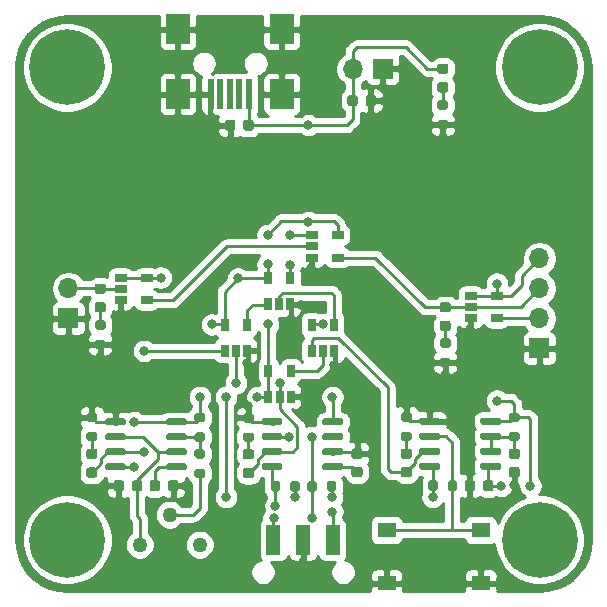
<source format=gbr>
G04 #@! TF.GenerationSoftware,KiCad,Pcbnew,(5.1.9)-1*
G04 #@! TF.CreationDate,2021-05-06T17:03:27+01:00*
G04 #@! TF.ProjectId,Little Logic Computer - Power+Timing,4c697474-6c65-4204-9c6f-67696320436f,2.0*
G04 #@! TF.SameCoordinates,Original*
G04 #@! TF.FileFunction,Copper,L1,Top*
G04 #@! TF.FilePolarity,Positive*
%FSLAX46Y46*%
G04 Gerber Fmt 4.6, Leading zero omitted, Abs format (unit mm)*
G04 Created by KiCad (PCBNEW (5.1.9)-1) date 2021-05-06 17:03:27*
%MOMM*%
%LPD*%
G01*
G04 APERTURE LIST*
G04 #@! TA.AperFunction,ComponentPad*
%ADD10C,0.800000*%
G04 #@! TD*
G04 #@! TA.AperFunction,ComponentPad*
%ADD11C,6.400000*%
G04 #@! TD*
G04 #@! TA.AperFunction,SMDPad,CuDef*
%ADD12R,1.060000X0.650000*%
G04 #@! TD*
G04 #@! TA.AperFunction,SMDPad,CuDef*
%ADD13R,0.650000X1.060000*%
G04 #@! TD*
G04 #@! TA.AperFunction,SMDPad,CuDef*
%ADD14R,1.250000X2.500000*%
G04 #@! TD*
G04 #@! TA.AperFunction,SMDPad,CuDef*
%ADD15R,1.550000X1.300000*%
G04 #@! TD*
G04 #@! TA.AperFunction,ComponentPad*
%ADD16C,1.260000*%
G04 #@! TD*
G04 #@! TA.AperFunction,SMDPad,CuDef*
%ADD17R,0.500000X2.500000*%
G04 #@! TD*
G04 #@! TA.AperFunction,SMDPad,CuDef*
%ADD18R,2.000000X2.500000*%
G04 #@! TD*
G04 #@! TA.AperFunction,ComponentPad*
%ADD19O,1.700000X1.700000*%
G04 #@! TD*
G04 #@! TA.AperFunction,ComponentPad*
%ADD20R,1.700000X1.700000*%
G04 #@! TD*
G04 #@! TA.AperFunction,ViaPad*
%ADD21C,0.800000*%
G04 #@! TD*
G04 #@! TA.AperFunction,Conductor*
%ADD22C,0.250000*%
G04 #@! TD*
G04 #@! TA.AperFunction,Conductor*
%ADD23C,0.254000*%
G04 #@! TD*
G04 #@! TA.AperFunction,Conductor*
%ADD24C,0.100000*%
G04 #@! TD*
G04 APERTURE END LIST*
G04 #@! TA.AperFunction,SMDPad,CuDef*
G36*
G01*
X109669000Y-104201400D02*
X109119000Y-104201400D01*
G75*
G02*
X108919000Y-104001400I0J200000D01*
G01*
X108919000Y-103601400D01*
G75*
G02*
X109119000Y-103401400I200000J0D01*
G01*
X109669000Y-103401400D01*
G75*
G02*
X109869000Y-103601400I0J-200000D01*
G01*
X109869000Y-104001400D01*
G75*
G02*
X109669000Y-104201400I-200000J0D01*
G01*
G37*
G04 #@! TD.AperFunction*
G04 #@! TA.AperFunction,SMDPad,CuDef*
G36*
G01*
X109669000Y-105851400D02*
X109119000Y-105851400D01*
G75*
G02*
X108919000Y-105651400I0J200000D01*
G01*
X108919000Y-105251400D01*
G75*
G02*
X109119000Y-105051400I200000J0D01*
G01*
X109669000Y-105051400D01*
G75*
G02*
X109869000Y-105251400I0J-200000D01*
G01*
X109869000Y-105651400D01*
G75*
G02*
X109669000Y-105851400I-200000J0D01*
G01*
G37*
G04 #@! TD.AperFunction*
G04 #@! TA.AperFunction,SMDPad,CuDef*
G36*
G01*
X138675800Y-85596400D02*
X138125800Y-85596400D01*
G75*
G02*
X137925800Y-85396400I0J200000D01*
G01*
X137925800Y-84996400D01*
G75*
G02*
X138125800Y-84796400I200000J0D01*
G01*
X138675800Y-84796400D01*
G75*
G02*
X138875800Y-84996400I0J-200000D01*
G01*
X138875800Y-85396400D01*
G75*
G02*
X138675800Y-85596400I-200000J0D01*
G01*
G37*
G04 #@! TD.AperFunction*
G04 #@! TA.AperFunction,SMDPad,CuDef*
G36*
G01*
X138675800Y-87246400D02*
X138125800Y-87246400D01*
G75*
G02*
X137925800Y-87046400I0J200000D01*
G01*
X137925800Y-86646400D01*
G75*
G02*
X138125800Y-86446400I200000J0D01*
G01*
X138675800Y-86446400D01*
G75*
G02*
X138875800Y-86646400I0J-200000D01*
G01*
X138875800Y-87046400D01*
G75*
G02*
X138675800Y-87246400I-200000J0D01*
G01*
G37*
G04 #@! TD.AperFunction*
G04 #@! TA.AperFunction,SMDPad,CuDef*
G36*
G01*
X109650250Y-101177600D02*
X109137750Y-101177600D01*
G75*
G02*
X108919000Y-100958850I0J218750D01*
G01*
X108919000Y-100521350D01*
G75*
G02*
X109137750Y-100302600I218750J0D01*
G01*
X109650250Y-100302600D01*
G75*
G02*
X109869000Y-100521350I0J-218750D01*
G01*
X109869000Y-100958850D01*
G75*
G02*
X109650250Y-101177600I-218750J0D01*
G01*
G37*
G04 #@! TD.AperFunction*
G04 #@! TA.AperFunction,SMDPad,CuDef*
G36*
G01*
X109650250Y-102752600D02*
X109137750Y-102752600D01*
G75*
G02*
X108919000Y-102533850I0J218750D01*
G01*
X108919000Y-102096350D01*
G75*
G02*
X109137750Y-101877600I218750J0D01*
G01*
X109650250Y-101877600D01*
G75*
G02*
X109869000Y-102096350I0J-218750D01*
G01*
X109869000Y-102533850D01*
G75*
G02*
X109650250Y-102752600I-218750J0D01*
G01*
G37*
G04 #@! TD.AperFunction*
G04 #@! TA.AperFunction,SMDPad,CuDef*
G36*
G01*
X138657050Y-82559500D02*
X138144550Y-82559500D01*
G75*
G02*
X137925800Y-82340750I0J218750D01*
G01*
X137925800Y-81903250D01*
G75*
G02*
X138144550Y-81684500I218750J0D01*
G01*
X138657050Y-81684500D01*
G75*
G02*
X138875800Y-81903250I0J-218750D01*
G01*
X138875800Y-82340750D01*
G75*
G02*
X138657050Y-82559500I-218750J0D01*
G01*
G37*
G04 #@! TD.AperFunction*
G04 #@! TA.AperFunction,SMDPad,CuDef*
G36*
G01*
X138657050Y-84134500D02*
X138144550Y-84134500D01*
G75*
G02*
X137925800Y-83915750I0J218750D01*
G01*
X137925800Y-83478250D01*
G75*
G02*
X138144550Y-83259500I218750J0D01*
G01*
X138657050Y-83259500D01*
G75*
G02*
X138875800Y-83478250I0J-218750D01*
G01*
X138875800Y-83915750D01*
G75*
G02*
X138657050Y-84134500I-218750J0D01*
G01*
G37*
G04 #@! TD.AperFunction*
G04 #@! TA.AperFunction,SMDPad,CuDef*
G36*
G01*
X131386400Y-115159600D02*
X130886400Y-115159600D01*
G75*
G02*
X130661400Y-114934600I0J225000D01*
G01*
X130661400Y-114484600D01*
G75*
G02*
X130886400Y-114259600I225000J0D01*
G01*
X131386400Y-114259600D01*
G75*
G02*
X131611400Y-114484600I0J-225000D01*
G01*
X131611400Y-114934600D01*
G75*
G02*
X131386400Y-115159600I-225000J0D01*
G01*
G37*
G04 #@! TD.AperFunction*
G04 #@! TA.AperFunction,SMDPad,CuDef*
G36*
G01*
X131386400Y-116709600D02*
X130886400Y-116709600D01*
G75*
G02*
X130661400Y-116484600I0J225000D01*
G01*
X130661400Y-116034600D01*
G75*
G02*
X130886400Y-115809600I225000J0D01*
G01*
X131386400Y-115809600D01*
G75*
G02*
X131611400Y-116034600I0J-225000D01*
G01*
X131611400Y-116484600D01*
G75*
G02*
X131386400Y-116709600I-225000J0D01*
G01*
G37*
G04 #@! TD.AperFunction*
G04 #@! TA.AperFunction,SMDPad,CuDef*
G36*
G01*
X141136800Y-117178000D02*
X141136800Y-117678000D01*
G75*
G02*
X140911800Y-117903000I-225000J0D01*
G01*
X140461800Y-117903000D01*
G75*
G02*
X140236800Y-117678000I0J225000D01*
G01*
X140236800Y-117178000D01*
G75*
G02*
X140461800Y-116953000I225000J0D01*
G01*
X140911800Y-116953000D01*
G75*
G02*
X141136800Y-117178000I0J-225000D01*
G01*
G37*
G04 #@! TD.AperFunction*
G04 #@! TA.AperFunction,SMDPad,CuDef*
G36*
G01*
X142686800Y-117178000D02*
X142686800Y-117678000D01*
G75*
G02*
X142461800Y-117903000I-225000J0D01*
G01*
X142011800Y-117903000D01*
G75*
G02*
X141786800Y-117678000I0J225000D01*
G01*
X141786800Y-117178000D01*
G75*
G02*
X142011800Y-116953000I225000J0D01*
G01*
X142461800Y-116953000D01*
G75*
G02*
X142686800Y-117178000I0J-225000D01*
G01*
G37*
G04 #@! TD.AperFunction*
G04 #@! TA.AperFunction,SMDPad,CuDef*
G36*
G01*
X115116800Y-117678000D02*
X115116800Y-117178000D01*
G75*
G02*
X115341800Y-116953000I225000J0D01*
G01*
X115791800Y-116953000D01*
G75*
G02*
X116016800Y-117178000I0J-225000D01*
G01*
X116016800Y-117678000D01*
G75*
G02*
X115791800Y-117903000I-225000J0D01*
G01*
X115341800Y-117903000D01*
G75*
G02*
X115116800Y-117678000I0J225000D01*
G01*
G37*
G04 #@! TD.AperFunction*
G04 #@! TA.AperFunction,SMDPad,CuDef*
G36*
G01*
X113566800Y-117678000D02*
X113566800Y-117178000D01*
G75*
G02*
X113791800Y-116953000I225000J0D01*
G01*
X114241800Y-116953000D01*
G75*
G02*
X114466800Y-117178000I0J-225000D01*
G01*
X114466800Y-117678000D01*
G75*
G02*
X114241800Y-117903000I-225000J0D01*
G01*
X113791800Y-117903000D01*
G75*
G02*
X113566800Y-117678000I0J225000D01*
G01*
G37*
G04 #@! TD.AperFunction*
D10*
X148297056Y-80302944D03*
X146600000Y-79600000D03*
X144902944Y-80302944D03*
X144200000Y-82000000D03*
X144902944Y-83697056D03*
X146600000Y-84400000D03*
X148297056Y-83697056D03*
X149000000Y-82000000D03*
D11*
X146600000Y-82000000D03*
D10*
X148297056Y-120302944D03*
X146600000Y-119600000D03*
X144902944Y-120302944D03*
X144200000Y-122000000D03*
X144902944Y-123697056D03*
X146600000Y-124400000D03*
X148297056Y-123697056D03*
X149000000Y-122000000D03*
D11*
X146600000Y-122000000D03*
D10*
X108297056Y-120302944D03*
X106600000Y-119600000D03*
X104902944Y-120302944D03*
X104200000Y-122000000D03*
X104902944Y-123697056D03*
X106600000Y-124400000D03*
X108297056Y-123697056D03*
X109000000Y-122000000D03*
D11*
X106600000Y-122000000D03*
D12*
X142955200Y-101339600D03*
X142955200Y-103239600D03*
X140755200Y-103239600D03*
X140755200Y-102289600D03*
X140755200Y-101339600D03*
X129493200Y-96208800D03*
X129493200Y-98108800D03*
X127293200Y-98108800D03*
X127293200Y-97158800D03*
X127293200Y-96208800D03*
D13*
X123582400Y-99868800D03*
X125482400Y-99868800D03*
X125482400Y-102068800D03*
X124532400Y-102068800D03*
X123582400Y-102068800D03*
X127290800Y-103798000D03*
X129190800Y-103798000D03*
X129190800Y-105998000D03*
X128240800Y-105998000D03*
X127290800Y-105998000D03*
X119924800Y-103780400D03*
X121824800Y-103780400D03*
X121824800Y-105980400D03*
X120874800Y-105980400D03*
X119924800Y-105980400D03*
D12*
X113321200Y-99815600D03*
X113321200Y-101715600D03*
X111121200Y-101715600D03*
X111121200Y-100765600D03*
X111121200Y-99815600D03*
D13*
X123633200Y-107692000D03*
X125533200Y-107692000D03*
X125533200Y-109892000D03*
X124583200Y-109892000D03*
X123633200Y-109892000D03*
D14*
X129064400Y-121993200D03*
X126564400Y-121993200D03*
X124064400Y-121993200D03*
D15*
X133658800Y-121172400D03*
X133658800Y-125672400D03*
X141618800Y-125672400D03*
X141618800Y-121172400D03*
D16*
X112746800Y-122406400D03*
X115286800Y-119866400D03*
X117826800Y-122406400D03*
G04 #@! TA.AperFunction,SMDPad,CuDef*
G36*
G01*
X122216600Y-112075400D02*
X121666600Y-112075400D01*
G75*
G02*
X121466600Y-111875400I0J200000D01*
G01*
X121466600Y-111475400D01*
G75*
G02*
X121666600Y-111275400I200000J0D01*
G01*
X122216600Y-111275400D01*
G75*
G02*
X122416600Y-111475400I0J-200000D01*
G01*
X122416600Y-111875400D01*
G75*
G02*
X122216600Y-112075400I-200000J0D01*
G01*
G37*
G04 #@! TD.AperFunction*
G04 #@! TA.AperFunction,SMDPad,CuDef*
G36*
G01*
X122216600Y-113725400D02*
X121666600Y-113725400D01*
G75*
G02*
X121466600Y-113525400I0J200000D01*
G01*
X121466600Y-113125400D01*
G75*
G02*
X121666600Y-112925400I200000J0D01*
G01*
X122216600Y-112925400D01*
G75*
G02*
X122416600Y-113125400I0J-200000D01*
G01*
X122416600Y-113525400D01*
G75*
G02*
X122216600Y-113725400I-200000J0D01*
G01*
G37*
G04 #@! TD.AperFunction*
G04 #@! TA.AperFunction,SMDPad,CuDef*
G36*
G01*
X138879000Y-105737600D02*
X138329000Y-105737600D01*
G75*
G02*
X138129000Y-105537600I0J200000D01*
G01*
X138129000Y-105137600D01*
G75*
G02*
X138329000Y-104937600I200000J0D01*
G01*
X138879000Y-104937600D01*
G75*
G02*
X139079000Y-105137600I0J-200000D01*
G01*
X139079000Y-105537600D01*
G75*
G02*
X138879000Y-105737600I-200000J0D01*
G01*
G37*
G04 #@! TD.AperFunction*
G04 #@! TA.AperFunction,SMDPad,CuDef*
G36*
G01*
X138879000Y-107387600D02*
X138329000Y-107387600D01*
G75*
G02*
X138129000Y-107187600I0J200000D01*
G01*
X138129000Y-106787600D01*
G75*
G02*
X138329000Y-106587600I200000J0D01*
G01*
X138879000Y-106587600D01*
G75*
G02*
X139079000Y-106787600I0J-200000D01*
G01*
X139079000Y-107187600D01*
G75*
G02*
X138879000Y-107387600I-200000J0D01*
G01*
G37*
G04 #@! TD.AperFunction*
G04 #@! TA.AperFunction,SMDPad,CuDef*
G36*
G01*
X124627600Y-117203800D02*
X124627600Y-117753800D01*
G75*
G02*
X124427600Y-117953800I-200000J0D01*
G01*
X124027600Y-117953800D01*
G75*
G02*
X123827600Y-117753800I0J200000D01*
G01*
X123827600Y-117203800D01*
G75*
G02*
X124027600Y-117003800I200000J0D01*
G01*
X124427600Y-117003800D01*
G75*
G02*
X124627600Y-117203800I0J-200000D01*
G01*
G37*
G04 #@! TD.AperFunction*
G04 #@! TA.AperFunction,SMDPad,CuDef*
G36*
G01*
X126277600Y-117203800D02*
X126277600Y-117753800D01*
G75*
G02*
X126077600Y-117953800I-200000J0D01*
G01*
X125677600Y-117953800D01*
G75*
G02*
X125477600Y-117753800I0J200000D01*
G01*
X125477600Y-117203800D01*
G75*
G02*
X125677600Y-117003800I200000J0D01*
G01*
X126077600Y-117003800D01*
G75*
G02*
X126277600Y-117203800I0J-200000D01*
G01*
G37*
G04 #@! TD.AperFunction*
G04 #@! TA.AperFunction,SMDPad,CuDef*
G36*
G01*
X127726400Y-117203800D02*
X127726400Y-117753800D01*
G75*
G02*
X127526400Y-117953800I-200000J0D01*
G01*
X127126400Y-117953800D01*
G75*
G02*
X126926400Y-117753800I0J200000D01*
G01*
X126926400Y-117203800D01*
G75*
G02*
X127126400Y-117003800I200000J0D01*
G01*
X127526400Y-117003800D01*
G75*
G02*
X127726400Y-117203800I0J-200000D01*
G01*
G37*
G04 #@! TD.AperFunction*
G04 #@! TA.AperFunction,SMDPad,CuDef*
G36*
G01*
X129376400Y-117203800D02*
X129376400Y-117753800D01*
G75*
G02*
X129176400Y-117953800I-200000J0D01*
G01*
X128776400Y-117953800D01*
G75*
G02*
X128576400Y-117753800I0J200000D01*
G01*
X128576400Y-117203800D01*
G75*
G02*
X128776400Y-117003800I200000J0D01*
G01*
X129176400Y-117003800D01*
G75*
G02*
X129376400Y-117203800I0J-200000D01*
G01*
G37*
G04 #@! TD.AperFunction*
G04 #@! TA.AperFunction,SMDPad,CuDef*
G36*
G01*
X144171000Y-112874600D02*
X144721000Y-112874600D01*
G75*
G02*
X144921000Y-113074600I0J-200000D01*
G01*
X144921000Y-113474600D01*
G75*
G02*
X144721000Y-113674600I-200000J0D01*
G01*
X144171000Y-113674600D01*
G75*
G02*
X143971000Y-113474600I0J200000D01*
G01*
X143971000Y-113074600D01*
G75*
G02*
X144171000Y-112874600I200000J0D01*
G01*
G37*
G04 #@! TD.AperFunction*
G04 #@! TA.AperFunction,SMDPad,CuDef*
G36*
G01*
X144171000Y-111224600D02*
X144721000Y-111224600D01*
G75*
G02*
X144921000Y-111424600I0J-200000D01*
G01*
X144921000Y-111824600D01*
G75*
G02*
X144721000Y-112024600I-200000J0D01*
G01*
X144171000Y-112024600D01*
G75*
G02*
X143971000Y-111824600I0J200000D01*
G01*
X143971000Y-111424600D01*
G75*
G02*
X144171000Y-111224600I200000J0D01*
G01*
G37*
G04 #@! TD.AperFunction*
G04 #@! TA.AperFunction,SMDPad,CuDef*
G36*
G01*
X135577000Y-112012400D02*
X135027000Y-112012400D01*
G75*
G02*
X134827000Y-111812400I0J200000D01*
G01*
X134827000Y-111412400D01*
G75*
G02*
X135027000Y-111212400I200000J0D01*
G01*
X135577000Y-111212400D01*
G75*
G02*
X135777000Y-111412400I0J-200000D01*
G01*
X135777000Y-111812400D01*
G75*
G02*
X135577000Y-112012400I-200000J0D01*
G01*
G37*
G04 #@! TD.AperFunction*
G04 #@! TA.AperFunction,SMDPad,CuDef*
G36*
G01*
X135577000Y-113662400D02*
X135027000Y-113662400D01*
G75*
G02*
X134827000Y-113462400I0J200000D01*
G01*
X134827000Y-113062400D01*
G75*
G02*
X135027000Y-112862400I200000J0D01*
G01*
X135577000Y-112862400D01*
G75*
G02*
X135777000Y-113062400I0J-200000D01*
G01*
X135777000Y-113462400D01*
G75*
G02*
X135577000Y-113662400I-200000J0D01*
G01*
G37*
G04 #@! TD.AperFunction*
G04 #@! TA.AperFunction,SMDPad,CuDef*
G36*
G01*
X137963600Y-117153000D02*
X137963600Y-117703000D01*
G75*
G02*
X137763600Y-117903000I-200000J0D01*
G01*
X137363600Y-117903000D01*
G75*
G02*
X137163600Y-117703000I0J200000D01*
G01*
X137163600Y-117153000D01*
G75*
G02*
X137363600Y-116953000I200000J0D01*
G01*
X137763600Y-116953000D01*
G75*
G02*
X137963600Y-117153000I0J-200000D01*
G01*
G37*
G04 #@! TD.AperFunction*
G04 #@! TA.AperFunction,SMDPad,CuDef*
G36*
G01*
X139613600Y-117153000D02*
X139613600Y-117703000D01*
G75*
G02*
X139413600Y-117903000I-200000J0D01*
G01*
X139013600Y-117903000D01*
G75*
G02*
X138813600Y-117703000I0J200000D01*
G01*
X138813600Y-117153000D01*
G75*
G02*
X139013600Y-116953000I200000J0D01*
G01*
X139413600Y-116953000D01*
G75*
G02*
X139613600Y-117153000I0J-200000D01*
G01*
G37*
G04 #@! TD.AperFunction*
G04 #@! TA.AperFunction,SMDPad,CuDef*
G36*
G01*
X118101800Y-115123400D02*
X117551800Y-115123400D01*
G75*
G02*
X117351800Y-114923400I0J200000D01*
G01*
X117351800Y-114523400D01*
G75*
G02*
X117551800Y-114323400I200000J0D01*
G01*
X118101800Y-114323400D01*
G75*
G02*
X118301800Y-114523400I0J-200000D01*
G01*
X118301800Y-114923400D01*
G75*
G02*
X118101800Y-115123400I-200000J0D01*
G01*
G37*
G04 #@! TD.AperFunction*
G04 #@! TA.AperFunction,SMDPad,CuDef*
G36*
G01*
X118101800Y-116773400D02*
X117551800Y-116773400D01*
G75*
G02*
X117351800Y-116573400I0J200000D01*
G01*
X117351800Y-116173400D01*
G75*
G02*
X117551800Y-115973400I200000J0D01*
G01*
X118101800Y-115973400D01*
G75*
G02*
X118301800Y-116173400I0J-200000D01*
G01*
X118301800Y-116573400D01*
G75*
G02*
X118101800Y-116773400I-200000J0D01*
G01*
G37*
G04 #@! TD.AperFunction*
G04 #@! TA.AperFunction,SMDPad,CuDef*
G36*
G01*
X108957800Y-112024600D02*
X108407800Y-112024600D01*
G75*
G02*
X108207800Y-111824600I0J200000D01*
G01*
X108207800Y-111424600D01*
G75*
G02*
X108407800Y-111224600I200000J0D01*
G01*
X108957800Y-111224600D01*
G75*
G02*
X109157800Y-111424600I0J-200000D01*
G01*
X109157800Y-111824600D01*
G75*
G02*
X108957800Y-112024600I-200000J0D01*
G01*
G37*
G04 #@! TD.AperFunction*
G04 #@! TA.AperFunction,SMDPad,CuDef*
G36*
G01*
X108957800Y-113674600D02*
X108407800Y-113674600D01*
G75*
G02*
X108207800Y-113474600I0J200000D01*
G01*
X108207800Y-113074600D01*
G75*
G02*
X108407800Y-112874600I200000J0D01*
G01*
X108957800Y-112874600D01*
G75*
G02*
X109157800Y-113074600I0J-200000D01*
G01*
X109157800Y-113474600D01*
G75*
G02*
X108957800Y-113674600I-200000J0D01*
G01*
G37*
G04 #@! TD.AperFunction*
G04 #@! TA.AperFunction,SMDPad,CuDef*
G36*
G01*
X117551800Y-112913200D02*
X118101800Y-112913200D01*
G75*
G02*
X118301800Y-113113200I0J-200000D01*
G01*
X118301800Y-113513200D01*
G75*
G02*
X118101800Y-113713200I-200000J0D01*
G01*
X117551800Y-113713200D01*
G75*
G02*
X117351800Y-113513200I0J200000D01*
G01*
X117351800Y-113113200D01*
G75*
G02*
X117551800Y-112913200I200000J0D01*
G01*
G37*
G04 #@! TD.AperFunction*
G04 #@! TA.AperFunction,SMDPad,CuDef*
G36*
G01*
X117551800Y-111263200D02*
X118101800Y-111263200D01*
G75*
G02*
X118301800Y-111463200I0J-200000D01*
G01*
X118301800Y-111863200D01*
G75*
G02*
X118101800Y-112063200I-200000J0D01*
G01*
X117551800Y-112063200D01*
G75*
G02*
X117351800Y-111863200I0J200000D01*
G01*
X117351800Y-111463200D01*
G75*
G02*
X117551800Y-111263200I200000J0D01*
G01*
G37*
G04 #@! TD.AperFunction*
D17*
X118766800Y-84264800D03*
X119566800Y-84264800D03*
X120366800Y-84264800D03*
X121166800Y-84264800D03*
X121966800Y-84264800D03*
D18*
X115966800Y-84264800D03*
X124766800Y-84264800D03*
X115966800Y-78764800D03*
X124766800Y-78764800D03*
D19*
X146579600Y-98174800D03*
X146579600Y-100714800D03*
X146579600Y-103254800D03*
D20*
X146579600Y-105794800D03*
D19*
X106701600Y-100714800D03*
D20*
X106701600Y-103254800D03*
D10*
X108297056Y-80302944D03*
X106600000Y-79600000D03*
X104902944Y-80302944D03*
X104200000Y-82000000D03*
X104902944Y-83697056D03*
X106600000Y-84400000D03*
X108297056Y-83697056D03*
X109000000Y-82000000D03*
D11*
X106600000Y-82000000D03*
G04 #@! TA.AperFunction,SMDPad,CuDef*
G36*
G01*
X138860250Y-102752400D02*
X138347750Y-102752400D01*
G75*
G02*
X138129000Y-102533650I0J218750D01*
G01*
X138129000Y-102096150D01*
G75*
G02*
X138347750Y-101877400I218750J0D01*
G01*
X138860250Y-101877400D01*
G75*
G02*
X139079000Y-102096150I0J-218750D01*
G01*
X139079000Y-102533650D01*
G75*
G02*
X138860250Y-102752400I-218750J0D01*
G01*
G37*
G04 #@! TD.AperFunction*
G04 #@! TA.AperFunction,SMDPad,CuDef*
G36*
G01*
X138860250Y-104327400D02*
X138347750Y-104327400D01*
G75*
G02*
X138129000Y-104108650I0J218750D01*
G01*
X138129000Y-103671150D01*
G75*
G02*
X138347750Y-103452400I218750J0D01*
G01*
X138860250Y-103452400D01*
G75*
G02*
X139079000Y-103671150I0J-218750D01*
G01*
X139079000Y-104108650D01*
G75*
G02*
X138860250Y-104327400I-218750J0D01*
G01*
G37*
G04 #@! TD.AperFunction*
G04 #@! TA.AperFunction,SMDPad,CuDef*
G36*
G01*
X121685350Y-115898400D02*
X122197850Y-115898400D01*
G75*
G02*
X122416600Y-116117150I0J-218750D01*
G01*
X122416600Y-116554650D01*
G75*
G02*
X122197850Y-116773400I-218750J0D01*
G01*
X121685350Y-116773400D01*
G75*
G02*
X121466600Y-116554650I0J218750D01*
G01*
X121466600Y-116117150D01*
G75*
G02*
X121685350Y-115898400I218750J0D01*
G01*
G37*
G04 #@! TD.AperFunction*
G04 #@! TA.AperFunction,SMDPad,CuDef*
G36*
G01*
X121685350Y-114323400D02*
X122197850Y-114323400D01*
G75*
G02*
X122416600Y-114542150I0J-218750D01*
G01*
X122416600Y-114979650D01*
G75*
G02*
X122197850Y-115198400I-218750J0D01*
G01*
X121685350Y-115198400D01*
G75*
G02*
X121466600Y-114979650I0J218750D01*
G01*
X121466600Y-114542150D01*
G75*
G02*
X121685350Y-114323400I218750J0D01*
G01*
G37*
G04 #@! TD.AperFunction*
G04 #@! TA.AperFunction,SMDPad,CuDef*
G36*
G01*
X135045750Y-115847600D02*
X135558250Y-115847600D01*
G75*
G02*
X135777000Y-116066350I0J-218750D01*
G01*
X135777000Y-116503850D01*
G75*
G02*
X135558250Y-116722600I-218750J0D01*
G01*
X135045750Y-116722600D01*
G75*
G02*
X134827000Y-116503850I0J218750D01*
G01*
X134827000Y-116066350D01*
G75*
G02*
X135045750Y-115847600I218750J0D01*
G01*
G37*
G04 #@! TD.AperFunction*
G04 #@! TA.AperFunction,SMDPad,CuDef*
G36*
G01*
X135045750Y-114272600D02*
X135558250Y-114272600D01*
G75*
G02*
X135777000Y-114491350I0J-218750D01*
G01*
X135777000Y-114928850D01*
G75*
G02*
X135558250Y-115147600I-218750J0D01*
G01*
X135045750Y-115147600D01*
G75*
G02*
X134827000Y-114928850I0J218750D01*
G01*
X134827000Y-114491350D01*
G75*
G02*
X135045750Y-114272600I218750J0D01*
G01*
G37*
G04 #@! TD.AperFunction*
G04 #@! TA.AperFunction,SMDPad,CuDef*
G36*
G01*
X108426550Y-115872900D02*
X108939050Y-115872900D01*
G75*
G02*
X109157800Y-116091650I0J-218750D01*
G01*
X109157800Y-116529150D01*
G75*
G02*
X108939050Y-116747900I-218750J0D01*
G01*
X108426550Y-116747900D01*
G75*
G02*
X108207800Y-116529150I0J218750D01*
G01*
X108207800Y-116091650D01*
G75*
G02*
X108426550Y-115872900I218750J0D01*
G01*
G37*
G04 #@! TD.AperFunction*
G04 #@! TA.AperFunction,SMDPad,CuDef*
G36*
G01*
X108426550Y-114297900D02*
X108939050Y-114297900D01*
G75*
G02*
X109157800Y-114516650I0J-218750D01*
G01*
X109157800Y-114954150D01*
G75*
G02*
X108939050Y-115172900I-218750J0D01*
G01*
X108426550Y-115172900D01*
G75*
G02*
X108207800Y-114954150I0J218750D01*
G01*
X108207800Y-114516650D01*
G75*
G02*
X108426550Y-114297900I218750J0D01*
G01*
G37*
G04 #@! TD.AperFunction*
G04 #@! TA.AperFunction,SMDPad,CuDef*
G36*
G01*
X144196000Y-115822600D02*
X144696000Y-115822600D01*
G75*
G02*
X144921000Y-116047600I0J-225000D01*
G01*
X144921000Y-116497600D01*
G75*
G02*
X144696000Y-116722600I-225000J0D01*
G01*
X144196000Y-116722600D01*
G75*
G02*
X143971000Y-116497600I0J225000D01*
G01*
X143971000Y-116047600D01*
G75*
G02*
X144196000Y-115822600I225000J0D01*
G01*
G37*
G04 #@! TD.AperFunction*
G04 #@! TA.AperFunction,SMDPad,CuDef*
G36*
G01*
X144196000Y-114272600D02*
X144696000Y-114272600D01*
G75*
G02*
X144921000Y-114497600I0J-225000D01*
G01*
X144921000Y-114947600D01*
G75*
G02*
X144696000Y-115172600I-225000J0D01*
G01*
X144196000Y-115172600D01*
G75*
G02*
X143971000Y-114947600I0J225000D01*
G01*
X143971000Y-114497600D01*
G75*
G02*
X144196000Y-114272600I225000J0D01*
G01*
G37*
G04 #@! TD.AperFunction*
G04 #@! TA.AperFunction,SMDPad,CuDef*
G36*
G01*
X111418800Y-117178000D02*
X111418800Y-117678000D01*
G75*
G02*
X111193800Y-117903000I-225000J0D01*
G01*
X110743800Y-117903000D01*
G75*
G02*
X110518800Y-117678000I0J225000D01*
G01*
X110518800Y-117178000D01*
G75*
G02*
X110743800Y-116953000I225000J0D01*
G01*
X111193800Y-116953000D01*
G75*
G02*
X111418800Y-117178000I0J-225000D01*
G01*
G37*
G04 #@! TD.AperFunction*
G04 #@! TA.AperFunction,SMDPad,CuDef*
G36*
G01*
X112968800Y-117178000D02*
X112968800Y-117678000D01*
G75*
G02*
X112743800Y-117903000I-225000J0D01*
G01*
X112293800Y-117903000D01*
G75*
G02*
X112068800Y-117678000I0J225000D01*
G01*
X112068800Y-117178000D01*
G75*
G02*
X112293800Y-116953000I225000J0D01*
G01*
X112743800Y-116953000D01*
G75*
G02*
X112968800Y-117178000I0J-225000D01*
G01*
G37*
G04 #@! TD.AperFunction*
G04 #@! TA.AperFunction,SMDPad,CuDef*
G36*
G01*
X120841600Y-86647200D02*
X120841600Y-87147200D01*
G75*
G02*
X120616600Y-87372200I-225000J0D01*
G01*
X120166600Y-87372200D01*
G75*
G02*
X119941600Y-87147200I0J225000D01*
G01*
X119941600Y-86647200D01*
G75*
G02*
X120166600Y-86422200I225000J0D01*
G01*
X120616600Y-86422200D01*
G75*
G02*
X120841600Y-86647200I0J-225000D01*
G01*
G37*
G04 #@! TD.AperFunction*
G04 #@! TA.AperFunction,SMDPad,CuDef*
G36*
G01*
X122391600Y-86647200D02*
X122391600Y-87147200D01*
G75*
G02*
X122166600Y-87372200I-225000J0D01*
G01*
X121716600Y-87372200D01*
G75*
G02*
X121491600Y-87147200I0J225000D01*
G01*
X121491600Y-86647200D01*
G75*
G02*
X121716600Y-86422200I225000J0D01*
G01*
X122166600Y-86422200D01*
G75*
G02*
X122391600Y-86647200I0J-225000D01*
G01*
G37*
G04 #@! TD.AperFunction*
G04 #@! TA.AperFunction,SMDPad,CuDef*
G36*
G01*
X131854800Y-85064400D02*
X131854800Y-84564400D01*
G75*
G02*
X132079800Y-84339400I225000J0D01*
G01*
X132529800Y-84339400D01*
G75*
G02*
X132754800Y-84564400I0J-225000D01*
G01*
X132754800Y-85064400D01*
G75*
G02*
X132529800Y-85289400I-225000J0D01*
G01*
X132079800Y-85289400D01*
G75*
G02*
X131854800Y-85064400I0J225000D01*
G01*
G37*
G04 #@! TD.AperFunction*
G04 #@! TA.AperFunction,SMDPad,CuDef*
G36*
G01*
X130304800Y-85064400D02*
X130304800Y-84564400D01*
G75*
G02*
X130529800Y-84339400I225000J0D01*
G01*
X130979800Y-84339400D01*
G75*
G02*
X131204800Y-84564400I0J-225000D01*
G01*
X131204800Y-85064400D01*
G75*
G02*
X130979800Y-85289400I-225000J0D01*
G01*
X130529800Y-85289400D01*
G75*
G02*
X130304800Y-85064400I0J225000D01*
G01*
G37*
G04 #@! TD.AperFunction*
G04 #@! TA.AperFunction,SMDPad,CuDef*
G36*
G01*
X141574000Y-112117000D02*
X141574000Y-111817000D01*
G75*
G02*
X141724000Y-111667000I150000J0D01*
G01*
X143174000Y-111667000D01*
G75*
G02*
X143324000Y-111817000I0J-150000D01*
G01*
X143324000Y-112117000D01*
G75*
G02*
X143174000Y-112267000I-150000J0D01*
G01*
X141724000Y-112267000D01*
G75*
G02*
X141574000Y-112117000I0J150000D01*
G01*
G37*
G04 #@! TD.AperFunction*
G04 #@! TA.AperFunction,SMDPad,CuDef*
G36*
G01*
X141574000Y-113387000D02*
X141574000Y-113087000D01*
G75*
G02*
X141724000Y-112937000I150000J0D01*
G01*
X143174000Y-112937000D01*
G75*
G02*
X143324000Y-113087000I0J-150000D01*
G01*
X143324000Y-113387000D01*
G75*
G02*
X143174000Y-113537000I-150000J0D01*
G01*
X141724000Y-113537000D01*
G75*
G02*
X141574000Y-113387000I0J150000D01*
G01*
G37*
G04 #@! TD.AperFunction*
G04 #@! TA.AperFunction,SMDPad,CuDef*
G36*
G01*
X141574000Y-114657000D02*
X141574000Y-114357000D01*
G75*
G02*
X141724000Y-114207000I150000J0D01*
G01*
X143174000Y-114207000D01*
G75*
G02*
X143324000Y-114357000I0J-150000D01*
G01*
X143324000Y-114657000D01*
G75*
G02*
X143174000Y-114807000I-150000J0D01*
G01*
X141724000Y-114807000D01*
G75*
G02*
X141574000Y-114657000I0J150000D01*
G01*
G37*
G04 #@! TD.AperFunction*
G04 #@! TA.AperFunction,SMDPad,CuDef*
G36*
G01*
X141574000Y-115927000D02*
X141574000Y-115627000D01*
G75*
G02*
X141724000Y-115477000I150000J0D01*
G01*
X143174000Y-115477000D01*
G75*
G02*
X143324000Y-115627000I0J-150000D01*
G01*
X143324000Y-115927000D01*
G75*
G02*
X143174000Y-116077000I-150000J0D01*
G01*
X141724000Y-116077000D01*
G75*
G02*
X141574000Y-115927000I0J150000D01*
G01*
G37*
G04 #@! TD.AperFunction*
G04 #@! TA.AperFunction,SMDPad,CuDef*
G36*
G01*
X136424000Y-115927000D02*
X136424000Y-115627000D01*
G75*
G02*
X136574000Y-115477000I150000J0D01*
G01*
X138024000Y-115477000D01*
G75*
G02*
X138174000Y-115627000I0J-150000D01*
G01*
X138174000Y-115927000D01*
G75*
G02*
X138024000Y-116077000I-150000J0D01*
G01*
X136574000Y-116077000D01*
G75*
G02*
X136424000Y-115927000I0J150000D01*
G01*
G37*
G04 #@! TD.AperFunction*
G04 #@! TA.AperFunction,SMDPad,CuDef*
G36*
G01*
X136424000Y-114657000D02*
X136424000Y-114357000D01*
G75*
G02*
X136574000Y-114207000I150000J0D01*
G01*
X138024000Y-114207000D01*
G75*
G02*
X138174000Y-114357000I0J-150000D01*
G01*
X138174000Y-114657000D01*
G75*
G02*
X138024000Y-114807000I-150000J0D01*
G01*
X136574000Y-114807000D01*
G75*
G02*
X136424000Y-114657000I0J150000D01*
G01*
G37*
G04 #@! TD.AperFunction*
G04 #@! TA.AperFunction,SMDPad,CuDef*
G36*
G01*
X136424000Y-113387000D02*
X136424000Y-113087000D01*
G75*
G02*
X136574000Y-112937000I150000J0D01*
G01*
X138024000Y-112937000D01*
G75*
G02*
X138174000Y-113087000I0J-150000D01*
G01*
X138174000Y-113387000D01*
G75*
G02*
X138024000Y-113537000I-150000J0D01*
G01*
X136574000Y-113537000D01*
G75*
G02*
X136424000Y-113387000I0J150000D01*
G01*
G37*
G04 #@! TD.AperFunction*
G04 #@! TA.AperFunction,SMDPad,CuDef*
G36*
G01*
X136424000Y-112117000D02*
X136424000Y-111817000D01*
G75*
G02*
X136574000Y-111667000I150000J0D01*
G01*
X138024000Y-111667000D01*
G75*
G02*
X138174000Y-111817000I0J-150000D01*
G01*
X138174000Y-112117000D01*
G75*
G02*
X138024000Y-112267000I-150000J0D01*
G01*
X136574000Y-112267000D01*
G75*
G02*
X136424000Y-112117000I0J150000D01*
G01*
G37*
G04 #@! TD.AperFunction*
G04 #@! TA.AperFunction,SMDPad,CuDef*
G36*
G01*
X128213600Y-112167800D02*
X128213600Y-111867800D01*
G75*
G02*
X128363600Y-111717800I150000J0D01*
G01*
X129813600Y-111717800D01*
G75*
G02*
X129963600Y-111867800I0J-150000D01*
G01*
X129963600Y-112167800D01*
G75*
G02*
X129813600Y-112317800I-150000J0D01*
G01*
X128363600Y-112317800D01*
G75*
G02*
X128213600Y-112167800I0J150000D01*
G01*
G37*
G04 #@! TD.AperFunction*
G04 #@! TA.AperFunction,SMDPad,CuDef*
G36*
G01*
X128213600Y-113437800D02*
X128213600Y-113137800D01*
G75*
G02*
X128363600Y-112987800I150000J0D01*
G01*
X129813600Y-112987800D01*
G75*
G02*
X129963600Y-113137800I0J-150000D01*
G01*
X129963600Y-113437800D01*
G75*
G02*
X129813600Y-113587800I-150000J0D01*
G01*
X128363600Y-113587800D01*
G75*
G02*
X128213600Y-113437800I0J150000D01*
G01*
G37*
G04 #@! TD.AperFunction*
G04 #@! TA.AperFunction,SMDPad,CuDef*
G36*
G01*
X128213600Y-114707800D02*
X128213600Y-114407800D01*
G75*
G02*
X128363600Y-114257800I150000J0D01*
G01*
X129813600Y-114257800D01*
G75*
G02*
X129963600Y-114407800I0J-150000D01*
G01*
X129963600Y-114707800D01*
G75*
G02*
X129813600Y-114857800I-150000J0D01*
G01*
X128363600Y-114857800D01*
G75*
G02*
X128213600Y-114707800I0J150000D01*
G01*
G37*
G04 #@! TD.AperFunction*
G04 #@! TA.AperFunction,SMDPad,CuDef*
G36*
G01*
X128213600Y-115977800D02*
X128213600Y-115677800D01*
G75*
G02*
X128363600Y-115527800I150000J0D01*
G01*
X129813600Y-115527800D01*
G75*
G02*
X129963600Y-115677800I0J-150000D01*
G01*
X129963600Y-115977800D01*
G75*
G02*
X129813600Y-116127800I-150000J0D01*
G01*
X128363600Y-116127800D01*
G75*
G02*
X128213600Y-115977800I0J150000D01*
G01*
G37*
G04 #@! TD.AperFunction*
G04 #@! TA.AperFunction,SMDPad,CuDef*
G36*
G01*
X123063600Y-115977800D02*
X123063600Y-115677800D01*
G75*
G02*
X123213600Y-115527800I150000J0D01*
G01*
X124663600Y-115527800D01*
G75*
G02*
X124813600Y-115677800I0J-150000D01*
G01*
X124813600Y-115977800D01*
G75*
G02*
X124663600Y-116127800I-150000J0D01*
G01*
X123213600Y-116127800D01*
G75*
G02*
X123063600Y-115977800I0J150000D01*
G01*
G37*
G04 #@! TD.AperFunction*
G04 #@! TA.AperFunction,SMDPad,CuDef*
G36*
G01*
X123063600Y-114707800D02*
X123063600Y-114407800D01*
G75*
G02*
X123213600Y-114257800I150000J0D01*
G01*
X124663600Y-114257800D01*
G75*
G02*
X124813600Y-114407800I0J-150000D01*
G01*
X124813600Y-114707800D01*
G75*
G02*
X124663600Y-114857800I-150000J0D01*
G01*
X123213600Y-114857800D01*
G75*
G02*
X123063600Y-114707800I0J150000D01*
G01*
G37*
G04 #@! TD.AperFunction*
G04 #@! TA.AperFunction,SMDPad,CuDef*
G36*
G01*
X123063600Y-113437800D02*
X123063600Y-113137800D01*
G75*
G02*
X123213600Y-112987800I150000J0D01*
G01*
X124663600Y-112987800D01*
G75*
G02*
X124813600Y-113137800I0J-150000D01*
G01*
X124813600Y-113437800D01*
G75*
G02*
X124663600Y-113587800I-150000J0D01*
G01*
X123213600Y-113587800D01*
G75*
G02*
X123063600Y-113437800I0J150000D01*
G01*
G37*
G04 #@! TD.AperFunction*
G04 #@! TA.AperFunction,SMDPad,CuDef*
G36*
G01*
X123063600Y-112167800D02*
X123063600Y-111867800D01*
G75*
G02*
X123213600Y-111717800I150000J0D01*
G01*
X124663600Y-111717800D01*
G75*
G02*
X124813600Y-111867800I0J-150000D01*
G01*
X124813600Y-112167800D01*
G75*
G02*
X124663600Y-112317800I-150000J0D01*
G01*
X123213600Y-112317800D01*
G75*
G02*
X123063600Y-112167800I0J150000D01*
G01*
G37*
G04 #@! TD.AperFunction*
G04 #@! TA.AperFunction,SMDPad,CuDef*
G36*
G01*
X114954800Y-112167800D02*
X114954800Y-111867800D01*
G75*
G02*
X115104800Y-111717800I150000J0D01*
G01*
X116554800Y-111717800D01*
G75*
G02*
X116704800Y-111867800I0J-150000D01*
G01*
X116704800Y-112167800D01*
G75*
G02*
X116554800Y-112317800I-150000J0D01*
G01*
X115104800Y-112317800D01*
G75*
G02*
X114954800Y-112167800I0J150000D01*
G01*
G37*
G04 #@! TD.AperFunction*
G04 #@! TA.AperFunction,SMDPad,CuDef*
G36*
G01*
X114954800Y-113437800D02*
X114954800Y-113137800D01*
G75*
G02*
X115104800Y-112987800I150000J0D01*
G01*
X116554800Y-112987800D01*
G75*
G02*
X116704800Y-113137800I0J-150000D01*
G01*
X116704800Y-113437800D01*
G75*
G02*
X116554800Y-113587800I-150000J0D01*
G01*
X115104800Y-113587800D01*
G75*
G02*
X114954800Y-113437800I0J150000D01*
G01*
G37*
G04 #@! TD.AperFunction*
G04 #@! TA.AperFunction,SMDPad,CuDef*
G36*
G01*
X114954800Y-114707800D02*
X114954800Y-114407800D01*
G75*
G02*
X115104800Y-114257800I150000J0D01*
G01*
X116554800Y-114257800D01*
G75*
G02*
X116704800Y-114407800I0J-150000D01*
G01*
X116704800Y-114707800D01*
G75*
G02*
X116554800Y-114857800I-150000J0D01*
G01*
X115104800Y-114857800D01*
G75*
G02*
X114954800Y-114707800I0J150000D01*
G01*
G37*
G04 #@! TD.AperFunction*
G04 #@! TA.AperFunction,SMDPad,CuDef*
G36*
G01*
X114954800Y-115977800D02*
X114954800Y-115677800D01*
G75*
G02*
X115104800Y-115527800I150000J0D01*
G01*
X116554800Y-115527800D01*
G75*
G02*
X116704800Y-115677800I0J-150000D01*
G01*
X116704800Y-115977800D01*
G75*
G02*
X116554800Y-116127800I-150000J0D01*
G01*
X115104800Y-116127800D01*
G75*
G02*
X114954800Y-115977800I0J150000D01*
G01*
G37*
G04 #@! TD.AperFunction*
G04 #@! TA.AperFunction,SMDPad,CuDef*
G36*
G01*
X109804800Y-115977800D02*
X109804800Y-115677800D01*
G75*
G02*
X109954800Y-115527800I150000J0D01*
G01*
X111404800Y-115527800D01*
G75*
G02*
X111554800Y-115677800I0J-150000D01*
G01*
X111554800Y-115977800D01*
G75*
G02*
X111404800Y-116127800I-150000J0D01*
G01*
X109954800Y-116127800D01*
G75*
G02*
X109804800Y-115977800I0J150000D01*
G01*
G37*
G04 #@! TD.AperFunction*
G04 #@! TA.AperFunction,SMDPad,CuDef*
G36*
G01*
X109804800Y-114707800D02*
X109804800Y-114407800D01*
G75*
G02*
X109954800Y-114257800I150000J0D01*
G01*
X111404800Y-114257800D01*
G75*
G02*
X111554800Y-114407800I0J-150000D01*
G01*
X111554800Y-114707800D01*
G75*
G02*
X111404800Y-114857800I-150000J0D01*
G01*
X109954800Y-114857800D01*
G75*
G02*
X109804800Y-114707800I0J150000D01*
G01*
G37*
G04 #@! TD.AperFunction*
G04 #@! TA.AperFunction,SMDPad,CuDef*
G36*
G01*
X109804800Y-113437800D02*
X109804800Y-113137800D01*
G75*
G02*
X109954800Y-112987800I150000J0D01*
G01*
X111404800Y-112987800D01*
G75*
G02*
X111554800Y-113137800I0J-150000D01*
G01*
X111554800Y-113437800D01*
G75*
G02*
X111404800Y-113587800I-150000J0D01*
G01*
X109954800Y-113587800D01*
G75*
G02*
X109804800Y-113437800I0J150000D01*
G01*
G37*
G04 #@! TD.AperFunction*
G04 #@! TA.AperFunction,SMDPad,CuDef*
G36*
G01*
X109804800Y-112167800D02*
X109804800Y-111867800D01*
G75*
G02*
X109954800Y-111717800I150000J0D01*
G01*
X111404800Y-111717800D01*
G75*
G02*
X111554800Y-111867800I0J-150000D01*
G01*
X111554800Y-112167800D01*
G75*
G02*
X111404800Y-112317800I-150000J0D01*
G01*
X109954800Y-112317800D01*
G75*
G02*
X109804800Y-112167800I0J150000D01*
G01*
G37*
G04 #@! TD.AperFunction*
D19*
X130780800Y-82122000D03*
D20*
X133320800Y-82122000D03*
D21*
X109800400Y-117428000D03*
X116607600Y-117428000D03*
X108682800Y-110570000D03*
X109394000Y-106506000D03*
X111121200Y-102797600D03*
X121941600Y-110634600D03*
X126564400Y-123879600D03*
X135200400Y-125657600D03*
X140128000Y-125657600D03*
X131136400Y-113414800D03*
X121840000Y-107064800D03*
X114016800Y-84255600D03*
X114067600Y-78769200D03*
X118792000Y-86897200D03*
X135302000Y-110570000D03*
X144446000Y-117377200D03*
X140686800Y-116208800D03*
X140737600Y-104169200D03*
X138604000Y-108030000D03*
X129206000Y-107166400D03*
X126412000Y-102086400D03*
X138400800Y-87913200D03*
X133422400Y-84814400D03*
X127275600Y-98987600D03*
X112289600Y-112043200D03*
X112289600Y-115802400D03*
X117826800Y-109909600D03*
X122703600Y-109909600D03*
X125904000Y-118407635D03*
X129002800Y-118393200D03*
X120062000Y-109909600D03*
X120062000Y-118393200D03*
X129053600Y-109909600D03*
X137537200Y-118393200D03*
X123618000Y-103762800D03*
X118842800Y-103762800D03*
X128240800Y-103762800D03*
X123567200Y-98682800D03*
X123567200Y-96193600D03*
X127021600Y-95076000D03*
X127021600Y-86897200D03*
X145817600Y-117428000D03*
X114524800Y-99800400D03*
X121060400Y-99868800D03*
X142972800Y-100308400D03*
X142972800Y-110214400D03*
X143328400Y-117428000D03*
X113102400Y-114583200D03*
X113102400Y-105998000D03*
X124583200Y-108741200D03*
X120874800Y-108741200D03*
X124075200Y-120120400D03*
X127326400Y-120120400D03*
X125345200Y-113313200D03*
X127326400Y-113313200D03*
X129053600Y-119612400D03*
X124231162Y-119132635D03*
X125497600Y-96193600D03*
X125497600Y-98733600D03*
D22*
X110968800Y-117428000D02*
X109800400Y-117428000D01*
X115566800Y-117428000D02*
X116607600Y-117428000D01*
X109076000Y-112017800D02*
X108682800Y-111624600D01*
X110679800Y-112017800D02*
X109076000Y-112017800D01*
X108682800Y-111624600D02*
X108682800Y-110570000D01*
X109394000Y-105451400D02*
X109394000Y-106506000D01*
X111121200Y-101715600D02*
X111121200Y-102797600D01*
X121941600Y-111675400D02*
X121941600Y-110634600D01*
X122284000Y-112017800D02*
X121941600Y-111675400D01*
X123938600Y-112017800D02*
X122284000Y-112017800D01*
X126564400Y-121993200D02*
X126564400Y-123879600D01*
X135185600Y-125672400D02*
X135200400Y-125657600D01*
X133658800Y-125672400D02*
X135185600Y-125672400D01*
X140142800Y-125672400D02*
X140128000Y-125657600D01*
X141618800Y-125672400D02*
X140142800Y-125672400D01*
X130984600Y-114557800D02*
X131136400Y-114709600D01*
X129088600Y-114557800D02*
X130984600Y-114557800D01*
X131136400Y-114709600D02*
X131136400Y-113414800D01*
X121824800Y-107049600D02*
X121840000Y-107064800D01*
X121824800Y-105980400D02*
X121824800Y-107049600D01*
X114026000Y-84264800D02*
X114016800Y-84255600D01*
X115966800Y-84264800D02*
X114026000Y-84264800D01*
X114072000Y-78764800D02*
X114067600Y-78769200D01*
X115966800Y-78764800D02*
X114072000Y-78764800D01*
X118766800Y-86872000D02*
X118792000Y-86897200D01*
X118766800Y-84264800D02*
X118766800Y-86872000D01*
X118792000Y-86897200D02*
X120391600Y-86897200D01*
X135656600Y-111967000D02*
X135302000Y-111612400D01*
X137299000Y-111967000D02*
X135656600Y-111967000D01*
X135302000Y-111612400D02*
X135302000Y-110570000D01*
X144446000Y-116272600D02*
X144446000Y-117377200D01*
X140686800Y-117428000D02*
X140686800Y-116208800D01*
X140755200Y-104151600D02*
X140737600Y-104169200D01*
X140755200Y-103239600D02*
X140755200Y-104151600D01*
X138604000Y-106987600D02*
X138604000Y-108030000D01*
X129190800Y-107151200D02*
X129206000Y-107166400D01*
X129190800Y-105998000D02*
X129190800Y-107151200D01*
X126394400Y-102068800D02*
X126412000Y-102086400D01*
X125482400Y-102068800D02*
X126394400Y-102068800D01*
X138400800Y-86846400D02*
X138400800Y-87913200D01*
X132304800Y-84814400D02*
X133422400Y-84814400D01*
X127293200Y-98970000D02*
X127275600Y-98987600D01*
X127293200Y-98108800D02*
X127293200Y-98970000D01*
X111121200Y-99815600D02*
X113321200Y-99815600D01*
X117472200Y-112017800D02*
X117826800Y-111663200D01*
X115829800Y-112017800D02*
X117472200Y-112017800D01*
X115804400Y-112043200D02*
X115829800Y-112017800D01*
X112289600Y-112043200D02*
X115804400Y-112043200D01*
X110705200Y-115802400D02*
X110679800Y-115827800D01*
X112289600Y-115802400D02*
X110705200Y-115802400D01*
X117826800Y-111663200D02*
X117826800Y-109909600D01*
X123615600Y-109909600D02*
X123633200Y-109892000D01*
X122703600Y-109909600D02*
X123615600Y-109909600D01*
X125877600Y-118381235D02*
X125904000Y-118407635D01*
X125877600Y-117478800D02*
X125877600Y-118381235D01*
X129002800Y-117505200D02*
X128976400Y-117478800D01*
X129002800Y-118393200D02*
X129002800Y-117505200D01*
X120062000Y-109909600D02*
X120062000Y-118393200D01*
X129088600Y-109944600D02*
X129053600Y-109909600D01*
X129088600Y-112017800D02*
X129088600Y-109944600D01*
X123633200Y-107692000D02*
X123633200Y-109892000D01*
X137563600Y-116041600D02*
X137299000Y-115777000D01*
X137563600Y-117428000D02*
X137563600Y-116041600D01*
X137537200Y-117454400D02*
X137563600Y-117428000D01*
X137537200Y-118393200D02*
X137537200Y-117454400D01*
X144103600Y-111967000D02*
X144446000Y-111624600D01*
X142449000Y-111967000D02*
X144103600Y-111967000D01*
X140755200Y-101339600D02*
X142955200Y-101339600D01*
X142955200Y-101339600D02*
X144176800Y-101339600D01*
X144176800Y-101339600D02*
X145106400Y-100410000D01*
X145106400Y-99648000D02*
X146579600Y-98174800D01*
X145106400Y-100410000D02*
X145106400Y-99648000D01*
X121966800Y-86872000D02*
X121941600Y-86897200D01*
X121966800Y-84264800D02*
X121966800Y-86872000D01*
X130780800Y-84788400D02*
X130754800Y-84814400D01*
X130780800Y-82122000D02*
X130780800Y-84788400D01*
X138400800Y-82122000D02*
X137080000Y-82122000D01*
X137080000Y-82122000D02*
X135251200Y-80293200D01*
X135251200Y-80293200D02*
X131136400Y-80293200D01*
X130780800Y-80648800D02*
X130780800Y-82122000D01*
X131136400Y-80293200D02*
X130780800Y-80648800D01*
X130754800Y-86415200D02*
X130754800Y-84814400D01*
X130272800Y-86897200D02*
X130754800Y-86415200D01*
X123633200Y-103778000D02*
X123618000Y-103762800D01*
X123633200Y-107692000D02*
X123633200Y-103778000D01*
X119907200Y-103762800D02*
X119924800Y-103780400D01*
X118842800Y-103762800D02*
X119907200Y-103762800D01*
X127326000Y-103762800D02*
X127290800Y-103798000D01*
X128240800Y-103762800D02*
X127326000Y-103762800D01*
X119924800Y-103780400D02*
X119924800Y-101004400D01*
X121060400Y-99868800D02*
X123582400Y-99868800D01*
X119924800Y-101004400D02*
X121060400Y-99868800D01*
X123582400Y-98698000D02*
X123567200Y-98682800D01*
X123582400Y-99868800D02*
X123582400Y-98698000D01*
X123567200Y-96193600D02*
X124735600Y-95025200D01*
X129493200Y-95312400D02*
X129493200Y-96208800D01*
X129206000Y-95025200D02*
X129493200Y-95312400D01*
X126970800Y-95025200D02*
X127021600Y-95076000D01*
X124735600Y-95025200D02*
X126970800Y-95025200D01*
X126970800Y-95025200D02*
X129206000Y-95025200D01*
X127021600Y-86897200D02*
X130272800Y-86897200D01*
X121941600Y-86897200D02*
X127021600Y-86897200D01*
X145817600Y-117428000D02*
X145817600Y-111789200D01*
X145653000Y-111624600D02*
X144446000Y-111624600D01*
X145817600Y-111789200D02*
X145653000Y-111624600D01*
X114509600Y-99815600D02*
X114524800Y-99800400D01*
X113321200Y-99815600D02*
X114509600Y-99815600D01*
X142955200Y-100326000D02*
X142972800Y-100308400D01*
X142955200Y-101339600D02*
X142955200Y-100326000D01*
X142972800Y-110214400D02*
X144141200Y-110214400D01*
X144446000Y-110519200D02*
X144446000Y-111624600D01*
X144141200Y-110214400D02*
X144446000Y-110519200D01*
X114016800Y-117428000D02*
X114016800Y-116158000D01*
X114347000Y-115827800D02*
X115829800Y-115827800D01*
X114016800Y-116158000D02*
X114347000Y-115827800D01*
X112746800Y-122406400D02*
X112746800Y-120222000D01*
X112518800Y-119994000D02*
X112518800Y-117428000D01*
X112746800Y-120222000D02*
X112518800Y-119994000D01*
X110679800Y-113287800D02*
X113026200Y-113287800D01*
X114296200Y-114557800D02*
X115829800Y-114557800D01*
X113026200Y-113287800D02*
X114296200Y-114557800D01*
X114296200Y-115175600D02*
X114296200Y-114557800D01*
X112518800Y-116953000D02*
X114296200Y-115175600D01*
X112518800Y-117428000D02*
X112518800Y-116953000D01*
X142236800Y-115989200D02*
X142449000Y-115777000D01*
X142236800Y-117428000D02*
X142236800Y-115989200D01*
X142236800Y-117428000D02*
X143328400Y-117428000D01*
X142486600Y-113274600D02*
X142449000Y-113237000D01*
X144446000Y-113274600D02*
X142486600Y-113274600D01*
X142449000Y-114507000D02*
X142449000Y-113237000D01*
X144446000Y-113274600D02*
X144446000Y-114722600D01*
X109368700Y-100714800D02*
X109394000Y-100740100D01*
X106701600Y-100714800D02*
X109368700Y-100714800D01*
X109419500Y-100765600D02*
X109394000Y-100740100D01*
X111121200Y-100765600D02*
X109419500Y-100765600D01*
X145004800Y-102289600D02*
X146579600Y-100714800D01*
X140755200Y-102289600D02*
X145004800Y-102289600D01*
X138629300Y-102289600D02*
X138604000Y-102314900D01*
X140755200Y-102289600D02*
X138629300Y-102289600D01*
X129493200Y-98108800D02*
X132696000Y-98108800D01*
X136902100Y-102314900D02*
X138604000Y-102314900D01*
X132696000Y-98108800D02*
X136902100Y-102314900D01*
X117826800Y-114723400D02*
X117826800Y-113313200D01*
X117801400Y-113287800D02*
X117826800Y-113313200D01*
X115829800Y-113287800D02*
X117801400Y-113287800D01*
X108682800Y-113274600D02*
X108682800Y-114735400D01*
X135302000Y-114710100D02*
X135302000Y-113262400D01*
X121941600Y-113325400D02*
X121941600Y-114760900D01*
X138604000Y-103889900D02*
X138604000Y-105337600D01*
X109482810Y-115510390D02*
X109482810Y-115103990D01*
X108682800Y-116310400D02*
X109482810Y-115510390D01*
X110029000Y-114557800D02*
X110679800Y-114557800D01*
X109482810Y-115103990D02*
X110029000Y-114557800D01*
X113077000Y-114557800D02*
X113102400Y-114583200D01*
X110679800Y-114557800D02*
X113077000Y-114557800D01*
X119907200Y-105998000D02*
X119924800Y-105980400D01*
X113102400Y-105998000D02*
X119907200Y-105998000D01*
X135302000Y-116285100D02*
X135302000Y-116259600D01*
X135302000Y-116259600D02*
X136064000Y-115497600D01*
X136749094Y-114507000D02*
X137299000Y-114507000D01*
X136064000Y-115192094D02*
X136749094Y-114507000D01*
X136064000Y-115497600D02*
X136064000Y-115192094D01*
X127290800Y-105998000D02*
X127290800Y-105119200D01*
X127290800Y-105119200D02*
X127529600Y-104880400D01*
X129513202Y-104880400D02*
X133727200Y-109094398D01*
X127529600Y-104880400D02*
X129513202Y-104880400D01*
X133727200Y-109094398D02*
X133727200Y-116005600D01*
X134006700Y-116285100D02*
X135302000Y-116285100D01*
X133727200Y-116005600D02*
X134006700Y-116285100D01*
X123388694Y-114557800D02*
X123938600Y-114557800D01*
X122754047Y-115192447D02*
X123388694Y-114557800D01*
X121966900Y-116335900D02*
X122754047Y-115548753D01*
X122754047Y-115548753D02*
X122754047Y-115192447D01*
X121941600Y-116335900D02*
X121966900Y-116335900D01*
X123938600Y-114557800D02*
X125675400Y-114557800D01*
X126070201Y-114162999D02*
X126070201Y-112412601D01*
X125675400Y-114557800D02*
X126070201Y-114162999D01*
X124583200Y-110925600D02*
X124583200Y-109892000D01*
X126070201Y-112412601D02*
X124583200Y-110925600D01*
X124583200Y-109892000D02*
X124583200Y-108741200D01*
X120874800Y-108741200D02*
X120874800Y-105980400D01*
X125533200Y-107692000D02*
X127766000Y-107692000D01*
X128240800Y-107217200D02*
X128240800Y-105998000D01*
X127766000Y-107692000D02*
X128240800Y-107217200D01*
X123564800Y-102086400D02*
X123582400Y-102068800D01*
X122297200Y-102086400D02*
X123564800Y-102086400D01*
X121824800Y-102558800D02*
X122297200Y-102086400D01*
X121824800Y-103780400D02*
X121824800Y-102558800D01*
X124532400Y-102068800D02*
X124532400Y-101375200D01*
X124532400Y-101375200D02*
X124837200Y-101070400D01*
X124837200Y-101070400D02*
X128952000Y-101070400D01*
X129190800Y-101309200D02*
X129190800Y-103798000D01*
X128952000Y-101070400D02*
X129190800Y-101309200D01*
X130704600Y-115827800D02*
X131136400Y-116259600D01*
X129088600Y-115827800D02*
X130704600Y-115827800D01*
X146564400Y-103239600D02*
X146579600Y-103254800D01*
X142955200Y-103239600D02*
X146564400Y-103239600D01*
X115286800Y-119866400D02*
X117268000Y-119866400D01*
X117826800Y-119307600D02*
X117826800Y-116373400D01*
X117268000Y-119866400D02*
X117826800Y-119307600D01*
X138654800Y-121157600D02*
X138640000Y-121172400D01*
X139213600Y-117428000D02*
X139213600Y-121157600D01*
X138640000Y-121172400D02*
X141618800Y-121172400D01*
X133658800Y-121172400D02*
X138640000Y-121172400D01*
X137299000Y-113237000D02*
X138680200Y-113237000D01*
X139213600Y-113770400D02*
X139213600Y-117428000D01*
X138680200Y-113237000D02*
X139213600Y-113770400D01*
X124064400Y-120131200D02*
X124075200Y-120120400D01*
X124064400Y-121993200D02*
X124064400Y-120131200D01*
X127326400Y-120120400D02*
X127326400Y-117478800D01*
X125319800Y-113287800D02*
X125345200Y-113313200D01*
X123938600Y-113287800D02*
X125319800Y-113287800D01*
X127326400Y-113313200D02*
X127326400Y-117478800D01*
X123938600Y-117189800D02*
X124227600Y-117478800D01*
X123938600Y-115827800D02*
X123938600Y-117189800D01*
X128952000Y-121880800D02*
X129064400Y-121993200D01*
X129064400Y-119623200D02*
X129053600Y-119612400D01*
X129064400Y-121993200D02*
X129064400Y-119623200D01*
X124231162Y-117482362D02*
X124227600Y-117478800D01*
X124231162Y-119132635D02*
X124231162Y-117482362D01*
X113321200Y-101715600D02*
X115556000Y-101715600D01*
X120112800Y-97158800D02*
X127293200Y-97158800D01*
X115556000Y-101715600D02*
X120112800Y-97158800D01*
X125512800Y-96208800D02*
X125497600Y-96193600D01*
X127293200Y-96208800D02*
X125512800Y-96208800D01*
X125497600Y-99853600D02*
X125482400Y-99868800D01*
X125497600Y-98733600D02*
X125497600Y-99853600D01*
X138400800Y-85196400D02*
X138400800Y-83697000D01*
X109394000Y-102315100D02*
X109394000Y-103801400D01*
D23*
X114331800Y-78479050D02*
X114490550Y-78637800D01*
X115839800Y-78637800D01*
X115839800Y-78617800D01*
X116093800Y-78617800D01*
X116093800Y-78637800D01*
X117443050Y-78637800D01*
X117601800Y-78479050D01*
X117604409Y-77660000D01*
X123129191Y-77660000D01*
X123131800Y-78479050D01*
X123290550Y-78637800D01*
X124639800Y-78637800D01*
X124639800Y-78617800D01*
X124893800Y-78617800D01*
X124893800Y-78637800D01*
X126243050Y-78637800D01*
X126401800Y-78479050D01*
X126404409Y-77660000D01*
X146570608Y-77660000D01*
X147368083Y-77731173D01*
X148111891Y-77934656D01*
X148807905Y-78266638D01*
X149434130Y-78716626D01*
X149970777Y-79270403D01*
X150400871Y-79910451D01*
X150710829Y-80616553D01*
X150892065Y-81371457D01*
X150940001Y-82024220D01*
X150940000Y-121970608D01*
X150868827Y-122768083D01*
X150665344Y-123511890D01*
X150333363Y-124207904D01*
X149883374Y-124834130D01*
X149329597Y-125370777D01*
X148689549Y-125800871D01*
X147983447Y-126110829D01*
X147228543Y-126292065D01*
X146575793Y-126340000D01*
X143030139Y-126340000D01*
X143031872Y-126322400D01*
X143028800Y-125958150D01*
X142870050Y-125799400D01*
X141745800Y-125799400D01*
X141745800Y-125819400D01*
X141491800Y-125819400D01*
X141491800Y-125799400D01*
X140367550Y-125799400D01*
X140208800Y-125958150D01*
X140205728Y-126322400D01*
X140207461Y-126340000D01*
X135070139Y-126340000D01*
X135071872Y-126322400D01*
X135068800Y-125958150D01*
X134910050Y-125799400D01*
X133785800Y-125799400D01*
X133785800Y-125819400D01*
X133531800Y-125819400D01*
X133531800Y-125799400D01*
X132407550Y-125799400D01*
X132248800Y-125958150D01*
X132245728Y-126322400D01*
X132247461Y-126340000D01*
X106629392Y-126340000D01*
X105831917Y-126268827D01*
X105088110Y-126065344D01*
X104392096Y-125733363D01*
X103765870Y-125283374D01*
X103229223Y-124729597D01*
X102799129Y-124089549D01*
X102489171Y-123383447D01*
X102307935Y-122628543D01*
X102260000Y-121975793D01*
X102260000Y-121622285D01*
X102765000Y-121622285D01*
X102765000Y-122377715D01*
X102912377Y-123118628D01*
X103201467Y-123816554D01*
X103621161Y-124444670D01*
X104155330Y-124978839D01*
X104783446Y-125398533D01*
X105481372Y-125687623D01*
X106222285Y-125835000D01*
X106977715Y-125835000D01*
X107718628Y-125687623D01*
X108416554Y-125398533D01*
X109044670Y-124978839D01*
X109578839Y-124444670D01*
X109998533Y-123816554D01*
X110287623Y-123118628D01*
X110435000Y-122377715D01*
X110435000Y-121622285D01*
X110287623Y-120881372D01*
X109998533Y-120183446D01*
X109578839Y-119555330D01*
X109044670Y-119021161D01*
X108416554Y-118601467D01*
X107718628Y-118312377D01*
X106977715Y-118165000D01*
X106222285Y-118165000D01*
X105481372Y-118312377D01*
X104783446Y-118601467D01*
X104155330Y-119021161D01*
X103621161Y-119555330D01*
X103201467Y-120183446D01*
X102912377Y-120881372D01*
X102765000Y-121622285D01*
X102260000Y-121622285D01*
X102260000Y-117903000D01*
X109880728Y-117903000D01*
X109892988Y-118027482D01*
X109929298Y-118147180D01*
X109988263Y-118257494D01*
X110067615Y-118354185D01*
X110164306Y-118433537D01*
X110274620Y-118492502D01*
X110394318Y-118528812D01*
X110518800Y-118541072D01*
X110683050Y-118538000D01*
X110841800Y-118379250D01*
X110841800Y-117555000D01*
X110042550Y-117555000D01*
X109883800Y-117713750D01*
X109880728Y-117903000D01*
X102260000Y-117903000D01*
X102260000Y-112024600D01*
X107569728Y-112024600D01*
X107581988Y-112149082D01*
X107618298Y-112268780D01*
X107677263Y-112379094D01*
X107756615Y-112475785D01*
X107794663Y-112507010D01*
X107710969Y-112608992D01*
X107633522Y-112753884D01*
X107585831Y-112911100D01*
X107569728Y-113074600D01*
X107569728Y-113474600D01*
X107585831Y-113638100D01*
X107633522Y-113795316D01*
X107710969Y-113940208D01*
X107753754Y-113992341D01*
X107714129Y-114040625D01*
X107634950Y-114188758D01*
X107586192Y-114349492D01*
X107569728Y-114516650D01*
X107569728Y-114954150D01*
X107586192Y-115121308D01*
X107634950Y-115282042D01*
X107714129Y-115430175D01*
X107790226Y-115522900D01*
X107714129Y-115615625D01*
X107634950Y-115763758D01*
X107586192Y-115924492D01*
X107569728Y-116091650D01*
X107569728Y-116529150D01*
X107586192Y-116696308D01*
X107634950Y-116857042D01*
X107714129Y-117005175D01*
X107820685Y-117135015D01*
X107950525Y-117241571D01*
X108098658Y-117320750D01*
X108259392Y-117369508D01*
X108426550Y-117385972D01*
X108939050Y-117385972D01*
X109106208Y-117369508D01*
X109266942Y-117320750D01*
X109415075Y-117241571D01*
X109544915Y-117135015D01*
X109651471Y-117005175D01*
X109730650Y-116857042D01*
X109766115Y-116740130D01*
X109801055Y-116750729D01*
X109913233Y-116761778D01*
X109892988Y-116828518D01*
X109880728Y-116953000D01*
X109883800Y-117142250D01*
X110042550Y-117301000D01*
X110841800Y-117301000D01*
X110841800Y-117281000D01*
X111095800Y-117281000D01*
X111095800Y-117301000D01*
X111115800Y-117301000D01*
X111115800Y-117555000D01*
X111095800Y-117555000D01*
X111095800Y-118379250D01*
X111254550Y-118538000D01*
X111418800Y-118541072D01*
X111543282Y-118528812D01*
X111662980Y-118492502D01*
X111758801Y-118441284D01*
X111758800Y-119956677D01*
X111755124Y-119994000D01*
X111758800Y-120031322D01*
X111758800Y-120031332D01*
X111769797Y-120142985D01*
X111804739Y-120258174D01*
X111813254Y-120286246D01*
X111883826Y-120418276D01*
X111911548Y-120452055D01*
X111978799Y-120534001D01*
X111986801Y-120540568D01*
X111986800Y-121392812D01*
X111940409Y-121423810D01*
X111764210Y-121600009D01*
X111625771Y-121807198D01*
X111530413Y-122037413D01*
X111481800Y-122281808D01*
X111481800Y-122530992D01*
X111530413Y-122775387D01*
X111625771Y-123005602D01*
X111764210Y-123212791D01*
X111940409Y-123388990D01*
X112147598Y-123527429D01*
X112377813Y-123622787D01*
X112622208Y-123671400D01*
X112871392Y-123671400D01*
X113115787Y-123622787D01*
X113346002Y-123527429D01*
X113553191Y-123388990D01*
X113729390Y-123212791D01*
X113867829Y-123005602D01*
X113963187Y-122775387D01*
X114011800Y-122530992D01*
X114011800Y-122281808D01*
X116561800Y-122281808D01*
X116561800Y-122530992D01*
X116610413Y-122775387D01*
X116705771Y-123005602D01*
X116844210Y-123212791D01*
X117020409Y-123388990D01*
X117227598Y-123527429D01*
X117457813Y-123622787D01*
X117702208Y-123671400D01*
X117951392Y-123671400D01*
X118195787Y-123622787D01*
X118426002Y-123527429D01*
X118633191Y-123388990D01*
X118809390Y-123212791D01*
X118947829Y-123005602D01*
X119043187Y-122775387D01*
X119091800Y-122530992D01*
X119091800Y-122281808D01*
X119043187Y-122037413D01*
X118947829Y-121807198D01*
X118809390Y-121600009D01*
X118633191Y-121423810D01*
X118426002Y-121285371D01*
X118195787Y-121190013D01*
X117951392Y-121141400D01*
X117702208Y-121141400D01*
X117457813Y-121190013D01*
X117227598Y-121285371D01*
X117020409Y-121423810D01*
X116844210Y-121600009D01*
X116705771Y-121807198D01*
X116610413Y-122037413D01*
X116561800Y-122281808D01*
X114011800Y-122281808D01*
X113963187Y-122037413D01*
X113867829Y-121807198D01*
X113729390Y-121600009D01*
X113553191Y-121423810D01*
X113506800Y-121392813D01*
X113506800Y-120259325D01*
X113510476Y-120222000D01*
X113506800Y-120184675D01*
X113506800Y-120184667D01*
X113495803Y-120073014D01*
X113452346Y-119929753D01*
X113381774Y-119797724D01*
X113286801Y-119681999D01*
X113278800Y-119675433D01*
X113278800Y-118368123D01*
X113312303Y-118395618D01*
X113461517Y-118475375D01*
X113623423Y-118524488D01*
X113791800Y-118541072D01*
X114241800Y-118541072D01*
X114410177Y-118524488D01*
X114572083Y-118475375D01*
X114718151Y-118397300D01*
X114762306Y-118433537D01*
X114872620Y-118492502D01*
X114992318Y-118528812D01*
X115116800Y-118541072D01*
X115281050Y-118538000D01*
X115439800Y-118379250D01*
X115439800Y-117555000D01*
X115693800Y-117555000D01*
X115693800Y-118379250D01*
X115852550Y-118538000D01*
X116016800Y-118541072D01*
X116141282Y-118528812D01*
X116260980Y-118492502D01*
X116371294Y-118433537D01*
X116467985Y-118354185D01*
X116547337Y-118257494D01*
X116606302Y-118147180D01*
X116642612Y-118027482D01*
X116654872Y-117903000D01*
X116651800Y-117713750D01*
X116493050Y-117555000D01*
X115693800Y-117555000D01*
X115439800Y-117555000D01*
X115419800Y-117555000D01*
X115419800Y-117301000D01*
X115439800Y-117301000D01*
X115439800Y-117281000D01*
X115693800Y-117281000D01*
X115693800Y-117301000D01*
X116493050Y-117301000D01*
X116651800Y-117142250D01*
X116654872Y-116953000D01*
X116642612Y-116828518D01*
X116621612Y-116759291D01*
X116708545Y-116750729D01*
X116731879Y-116743651D01*
X116777522Y-116894116D01*
X116854969Y-117039008D01*
X116959194Y-117166006D01*
X117066801Y-117254317D01*
X117066800Y-118992798D01*
X116953199Y-119106400D01*
X116300387Y-119106400D01*
X116269390Y-119060009D01*
X116093191Y-118883810D01*
X115886002Y-118745371D01*
X115655787Y-118650013D01*
X115411392Y-118601400D01*
X115162208Y-118601400D01*
X114917813Y-118650013D01*
X114687598Y-118745371D01*
X114480409Y-118883810D01*
X114304210Y-119060009D01*
X114165771Y-119267198D01*
X114070413Y-119497413D01*
X114021800Y-119741808D01*
X114021800Y-119990992D01*
X114070413Y-120235387D01*
X114165771Y-120465602D01*
X114304210Y-120672791D01*
X114480409Y-120848990D01*
X114687598Y-120987429D01*
X114917813Y-121082787D01*
X115162208Y-121131400D01*
X115411392Y-121131400D01*
X115655787Y-121082787D01*
X115886002Y-120987429D01*
X116093191Y-120848990D01*
X116269390Y-120672791D01*
X116300387Y-120626400D01*
X117230678Y-120626400D01*
X117268000Y-120630076D01*
X117305322Y-120626400D01*
X117305333Y-120626400D01*
X117416986Y-120615403D01*
X117560247Y-120571946D01*
X117692276Y-120501374D01*
X117808001Y-120406401D01*
X117831803Y-120377398D01*
X118337803Y-119871398D01*
X118366801Y-119847601D01*
X118461774Y-119731876D01*
X118532346Y-119599847D01*
X118575803Y-119456586D01*
X118586800Y-119344933D01*
X118586800Y-119344932D01*
X118590477Y-119307600D01*
X118586800Y-119270267D01*
X118586800Y-117254316D01*
X118694406Y-117166006D01*
X118798631Y-117039008D01*
X118876078Y-116894116D01*
X118923769Y-116736900D01*
X118939872Y-116573400D01*
X118939872Y-116173400D01*
X118923769Y-116009900D01*
X118876078Y-115852684D01*
X118798631Y-115707792D01*
X118694406Y-115580794D01*
X118654934Y-115548400D01*
X118694406Y-115516006D01*
X118798631Y-115389008D01*
X118876078Y-115244116D01*
X118923769Y-115086900D01*
X118939872Y-114923400D01*
X118939872Y-114523400D01*
X118923769Y-114359900D01*
X118876078Y-114202684D01*
X118798631Y-114057792D01*
X118766221Y-114018300D01*
X118798631Y-113978808D01*
X118876078Y-113833916D01*
X118923769Y-113676700D01*
X118939872Y-113513200D01*
X118939872Y-113113200D01*
X118923769Y-112949700D01*
X118876078Y-112792484D01*
X118798631Y-112647592D01*
X118694406Y-112520594D01*
X118654934Y-112488200D01*
X118694406Y-112455806D01*
X118798631Y-112328808D01*
X118876078Y-112183916D01*
X118923769Y-112026700D01*
X118939872Y-111863200D01*
X118939872Y-111463200D01*
X118923769Y-111299700D01*
X118876078Y-111142484D01*
X118798631Y-110997592D01*
X118694406Y-110870594D01*
X118586800Y-110782284D01*
X118586800Y-110613311D01*
X118630737Y-110569374D01*
X118744005Y-110399856D01*
X118822026Y-110211498D01*
X118861800Y-110011539D01*
X118861800Y-109807661D01*
X118822026Y-109607702D01*
X118744005Y-109419344D01*
X118630737Y-109249826D01*
X118486574Y-109105663D01*
X118317056Y-108992395D01*
X118128698Y-108914374D01*
X117928739Y-108874600D01*
X117724861Y-108874600D01*
X117524902Y-108914374D01*
X117336544Y-108992395D01*
X117167026Y-109105663D01*
X117022863Y-109249826D01*
X116909595Y-109419344D01*
X116831574Y-109607702D01*
X116791800Y-109807661D01*
X116791800Y-110011539D01*
X116831574Y-110211498D01*
X116909595Y-110399856D01*
X117022863Y-110569374D01*
X117066801Y-110613312D01*
X117066801Y-110782283D01*
X116959194Y-110870594D01*
X116854969Y-110997592D01*
X116789798Y-111119518D01*
X116708545Y-111094871D01*
X116554800Y-111079728D01*
X115104800Y-111079728D01*
X114951055Y-111094871D01*
X114803218Y-111139716D01*
X114666971Y-111212542D01*
X114580874Y-111283200D01*
X112993311Y-111283200D01*
X112949374Y-111239263D01*
X112779856Y-111125995D01*
X112591498Y-111047974D01*
X112391539Y-111008200D01*
X112187661Y-111008200D01*
X111987702Y-111047974D01*
X111799344Y-111125995D01*
X111796860Y-111127655D01*
X111679282Y-111091988D01*
X111554800Y-111079728D01*
X110965550Y-111082800D01*
X110806800Y-111241550D01*
X110806800Y-111890800D01*
X110826800Y-111890800D01*
X110826800Y-112144800D01*
X110806800Y-112144800D01*
X110806800Y-112164800D01*
X110552800Y-112164800D01*
X110552800Y-112144800D01*
X110532800Y-112144800D01*
X110532800Y-111890800D01*
X110552800Y-111890800D01*
X110552800Y-111241550D01*
X110394050Y-111082800D01*
X109804800Y-111079728D01*
X109778221Y-111082346D01*
X109747302Y-110980420D01*
X109688337Y-110870106D01*
X109608985Y-110773415D01*
X109512294Y-110694063D01*
X109401980Y-110635098D01*
X109282282Y-110598788D01*
X109157800Y-110586528D01*
X108968550Y-110589600D01*
X108809800Y-110748350D01*
X108809800Y-111497600D01*
X108829800Y-111497600D01*
X108829800Y-111751600D01*
X108809800Y-111751600D01*
X108809800Y-111771600D01*
X108555800Y-111771600D01*
X108555800Y-111751600D01*
X107731550Y-111751600D01*
X107572800Y-111910350D01*
X107569728Y-112024600D01*
X102260000Y-112024600D01*
X102260000Y-111224600D01*
X107569728Y-111224600D01*
X107572800Y-111338850D01*
X107731550Y-111497600D01*
X108555800Y-111497600D01*
X108555800Y-110748350D01*
X108397050Y-110589600D01*
X108207800Y-110586528D01*
X108083318Y-110598788D01*
X107963620Y-110635098D01*
X107853306Y-110694063D01*
X107756615Y-110773415D01*
X107677263Y-110870106D01*
X107618298Y-110980420D01*
X107581988Y-111100118D01*
X107569728Y-111224600D01*
X102260000Y-111224600D01*
X102260000Y-105851400D01*
X108280928Y-105851400D01*
X108293188Y-105975882D01*
X108329498Y-106095580D01*
X108388463Y-106205894D01*
X108467815Y-106302585D01*
X108564506Y-106381937D01*
X108674820Y-106440902D01*
X108794518Y-106477212D01*
X108919000Y-106489472D01*
X109108250Y-106486400D01*
X109267000Y-106327650D01*
X109267000Y-105578400D01*
X109521000Y-105578400D01*
X109521000Y-106327650D01*
X109679750Y-106486400D01*
X109869000Y-106489472D01*
X109993482Y-106477212D01*
X110113180Y-106440902D01*
X110223494Y-106381937D01*
X110320185Y-106302585D01*
X110399537Y-106205894D01*
X110458502Y-106095580D01*
X110494812Y-105975882D01*
X110507072Y-105851400D01*
X110504000Y-105737150D01*
X110345250Y-105578400D01*
X109521000Y-105578400D01*
X109267000Y-105578400D01*
X108442750Y-105578400D01*
X108284000Y-105737150D01*
X108280928Y-105851400D01*
X102260000Y-105851400D01*
X102260000Y-104104800D01*
X105213528Y-104104800D01*
X105225788Y-104229282D01*
X105262098Y-104348980D01*
X105321063Y-104459294D01*
X105400415Y-104555985D01*
X105497106Y-104635337D01*
X105607420Y-104694302D01*
X105727118Y-104730612D01*
X105851600Y-104742872D01*
X106415850Y-104739800D01*
X106574600Y-104581050D01*
X106574600Y-103381800D01*
X106828600Y-103381800D01*
X106828600Y-104581050D01*
X106987350Y-104739800D01*
X107551600Y-104742872D01*
X107676082Y-104730612D01*
X107795780Y-104694302D01*
X107906094Y-104635337D01*
X108002785Y-104555985D01*
X108082137Y-104459294D01*
X108141102Y-104348980D01*
X108177412Y-104229282D01*
X108189672Y-104104800D01*
X108186600Y-103540550D01*
X108027850Y-103381800D01*
X106828600Y-103381800D01*
X106574600Y-103381800D01*
X105375350Y-103381800D01*
X105216600Y-103540550D01*
X105213528Y-104104800D01*
X102260000Y-104104800D01*
X102260000Y-102404800D01*
X105213528Y-102404800D01*
X105216600Y-102969050D01*
X105375350Y-103127800D01*
X106574600Y-103127800D01*
X106574600Y-103107800D01*
X106828600Y-103107800D01*
X106828600Y-103127800D01*
X108027850Y-103127800D01*
X108186600Y-102969050D01*
X108189672Y-102404800D01*
X108177412Y-102280318D01*
X108141102Y-102160620D01*
X108082137Y-102050306D01*
X108002785Y-101953615D01*
X107906094Y-101874263D01*
X107795780Y-101815298D01*
X107723220Y-101793287D01*
X107855075Y-101661432D01*
X107979778Y-101474800D01*
X108458094Y-101474800D01*
X108501426Y-101527600D01*
X108425329Y-101620325D01*
X108346150Y-101768458D01*
X108297392Y-101929192D01*
X108280928Y-102096350D01*
X108280928Y-102533850D01*
X108297392Y-102701008D01*
X108346150Y-102861742D01*
X108425329Y-103009875D01*
X108475418Y-103070909D01*
X108422169Y-103135792D01*
X108344722Y-103280684D01*
X108297031Y-103437900D01*
X108280928Y-103601400D01*
X108280928Y-104001400D01*
X108297031Y-104164900D01*
X108344722Y-104322116D01*
X108422169Y-104467008D01*
X108505863Y-104568990D01*
X108467815Y-104600215D01*
X108388463Y-104696906D01*
X108329498Y-104807220D01*
X108293188Y-104926918D01*
X108280928Y-105051400D01*
X108284000Y-105165650D01*
X108442750Y-105324400D01*
X109267000Y-105324400D01*
X109267000Y-105304400D01*
X109521000Y-105304400D01*
X109521000Y-105324400D01*
X110345250Y-105324400D01*
X110504000Y-105165650D01*
X110507072Y-105051400D01*
X110494812Y-104926918D01*
X110458502Y-104807220D01*
X110399537Y-104696906D01*
X110320185Y-104600215D01*
X110282137Y-104568990D01*
X110365831Y-104467008D01*
X110443278Y-104322116D01*
X110490969Y-104164900D01*
X110507072Y-104001400D01*
X110507072Y-103601400D01*
X110490969Y-103437900D01*
X110443278Y-103280684D01*
X110365831Y-103135792D01*
X110312582Y-103070909D01*
X110362671Y-103009875D01*
X110441850Y-102861742D01*
X110490608Y-102701008D01*
X110493753Y-102669075D01*
X110591200Y-102678672D01*
X110835450Y-102675600D01*
X110994200Y-102516850D01*
X110994200Y-101842600D01*
X110974200Y-101842600D01*
X110974200Y-101728672D01*
X111268200Y-101728672D01*
X111268200Y-101842600D01*
X111248200Y-101842600D01*
X111248200Y-102516850D01*
X111406950Y-102675600D01*
X111651200Y-102678672D01*
X111775682Y-102666412D01*
X111895380Y-102630102D01*
X112005694Y-102571137D01*
X112102385Y-102491785D01*
X112181737Y-102395094D01*
X112221200Y-102321265D01*
X112260663Y-102395094D01*
X112340015Y-102491785D01*
X112436706Y-102571137D01*
X112547020Y-102630102D01*
X112666718Y-102666412D01*
X112791200Y-102678672D01*
X113851200Y-102678672D01*
X113975682Y-102666412D01*
X114095380Y-102630102D01*
X114205694Y-102571137D01*
X114302385Y-102491785D01*
X114315668Y-102475600D01*
X115518678Y-102475600D01*
X115556000Y-102479276D01*
X115593322Y-102475600D01*
X115593333Y-102475600D01*
X115704986Y-102464603D01*
X115848247Y-102421146D01*
X115980276Y-102350574D01*
X116096001Y-102255601D01*
X116119804Y-102226597D01*
X120427602Y-97918800D01*
X122867489Y-97918800D01*
X122763263Y-98023026D01*
X122649995Y-98192544D01*
X122571974Y-98380902D01*
X122532200Y-98580861D01*
X122532200Y-98784739D01*
X122571974Y-98984698D01*
X122623379Y-99108800D01*
X121764111Y-99108800D01*
X121720174Y-99064863D01*
X121550656Y-98951595D01*
X121362298Y-98873574D01*
X121162339Y-98833800D01*
X120958461Y-98833800D01*
X120758502Y-98873574D01*
X120570144Y-98951595D01*
X120400626Y-99064863D01*
X120256463Y-99209026D01*
X120143195Y-99378544D01*
X120065174Y-99566902D01*
X120025400Y-99766861D01*
X120025400Y-99828998D01*
X119413799Y-100440600D01*
X119384800Y-100464399D01*
X119361002Y-100493397D01*
X119361001Y-100493398D01*
X119289826Y-100580124D01*
X119219254Y-100712154D01*
X119193934Y-100795626D01*
X119175798Y-100855414D01*
X119169297Y-100921415D01*
X119161124Y-101004400D01*
X119164801Y-101041732D01*
X119164800Y-102775901D01*
X119144698Y-102767574D01*
X118944739Y-102727800D01*
X118740861Y-102727800D01*
X118540902Y-102767574D01*
X118352544Y-102845595D01*
X118183026Y-102958863D01*
X118038863Y-103103026D01*
X117925595Y-103272544D01*
X117847574Y-103460902D01*
X117807800Y-103660861D01*
X117807800Y-103864739D01*
X117847574Y-104064698D01*
X117925595Y-104253056D01*
X118038863Y-104422574D01*
X118183026Y-104566737D01*
X118352544Y-104680005D01*
X118540902Y-104758026D01*
X118740861Y-104797800D01*
X118944739Y-104797800D01*
X119144698Y-104758026D01*
X119145441Y-104757718D01*
X119148615Y-104761585D01*
X119245306Y-104840937D01*
X119319135Y-104880400D01*
X119245306Y-104919863D01*
X119148615Y-104999215D01*
X119069263Y-105095906D01*
X119010298Y-105206220D01*
X119000658Y-105238000D01*
X113806111Y-105238000D01*
X113762174Y-105194063D01*
X113592656Y-105080795D01*
X113404298Y-105002774D01*
X113204339Y-104963000D01*
X113000461Y-104963000D01*
X112800502Y-105002774D01*
X112612144Y-105080795D01*
X112442626Y-105194063D01*
X112298463Y-105338226D01*
X112185195Y-105507744D01*
X112107174Y-105696102D01*
X112067400Y-105896061D01*
X112067400Y-106099939D01*
X112107174Y-106299898D01*
X112185195Y-106488256D01*
X112298463Y-106657774D01*
X112442626Y-106801937D01*
X112612144Y-106915205D01*
X112800502Y-106993226D01*
X113000461Y-107033000D01*
X113204339Y-107033000D01*
X113404298Y-106993226D01*
X113592656Y-106915205D01*
X113762174Y-106801937D01*
X113806111Y-106758000D01*
X119012126Y-106758000D01*
X119069263Y-106864894D01*
X119148615Y-106961585D01*
X119245306Y-107040937D01*
X119355620Y-107099902D01*
X119475318Y-107136212D01*
X119599800Y-107148472D01*
X120114801Y-107148472D01*
X120114800Y-108037489D01*
X120070863Y-108081426D01*
X119957595Y-108250944D01*
X119879574Y-108439302D01*
X119839800Y-108639261D01*
X119839800Y-108843139D01*
X119850397Y-108896413D01*
X119760102Y-108914374D01*
X119571744Y-108992395D01*
X119402226Y-109105663D01*
X119258063Y-109249826D01*
X119144795Y-109419344D01*
X119066774Y-109607702D01*
X119027000Y-109807661D01*
X119027000Y-110011539D01*
X119066774Y-110211498D01*
X119144795Y-110399856D01*
X119258063Y-110569374D01*
X119302000Y-110613311D01*
X119302001Y-117689488D01*
X119258063Y-117733426D01*
X119144795Y-117902944D01*
X119066774Y-118091302D01*
X119027000Y-118291261D01*
X119027000Y-118495139D01*
X119066774Y-118695098D01*
X119144795Y-118883456D01*
X119258063Y-119052974D01*
X119402226Y-119197137D01*
X119571744Y-119310405D01*
X119760102Y-119388426D01*
X119960061Y-119428200D01*
X120163939Y-119428200D01*
X120363898Y-119388426D01*
X120552256Y-119310405D01*
X120721774Y-119197137D01*
X120865937Y-119052974D01*
X120979205Y-118883456D01*
X121057226Y-118695098D01*
X121097000Y-118495139D01*
X121097000Y-118291261D01*
X121057226Y-118091302D01*
X120979205Y-117902944D01*
X120865937Y-117733426D01*
X120822000Y-117689489D01*
X120822000Y-111275400D01*
X120828528Y-111275400D01*
X120831600Y-111389650D01*
X120990350Y-111548400D01*
X121814600Y-111548400D01*
X121814600Y-110799150D01*
X121655850Y-110640400D01*
X121466600Y-110637328D01*
X121342118Y-110649588D01*
X121222420Y-110685898D01*
X121112106Y-110744863D01*
X121015415Y-110824215D01*
X120936063Y-110920906D01*
X120877098Y-111031220D01*
X120840788Y-111150918D01*
X120828528Y-111275400D01*
X120822000Y-111275400D01*
X120822000Y-110613311D01*
X120865937Y-110569374D01*
X120979205Y-110399856D01*
X121057226Y-110211498D01*
X121097000Y-110011539D01*
X121097000Y-109807661D01*
X121086403Y-109754387D01*
X121176698Y-109736426D01*
X121365056Y-109658405D01*
X121534574Y-109545137D01*
X121678737Y-109400974D01*
X121792005Y-109231456D01*
X121870026Y-109043098D01*
X121909800Y-108843139D01*
X121909800Y-108639261D01*
X121870026Y-108439302D01*
X121792005Y-108250944D01*
X121678737Y-108081426D01*
X121634800Y-108037489D01*
X121634800Y-107049650D01*
X121697800Y-106986650D01*
X121697800Y-106904541D01*
X121730337Y-106864894D01*
X121789302Y-106754580D01*
X121825612Y-106634882D01*
X121837872Y-106510400D01*
X121837872Y-106107400D01*
X121951800Y-106107400D01*
X121951800Y-106986650D01*
X122110550Y-107145400D01*
X122149800Y-107148472D01*
X122274282Y-107136212D01*
X122393980Y-107099902D01*
X122504294Y-107040937D01*
X122600985Y-106961585D01*
X122680337Y-106864894D01*
X122739302Y-106754580D01*
X122775612Y-106634882D01*
X122787872Y-106510400D01*
X122784800Y-106266150D01*
X122626050Y-106107400D01*
X121951800Y-106107400D01*
X121837872Y-106107400D01*
X121837872Y-105833400D01*
X121951800Y-105833400D01*
X121951800Y-105853400D01*
X122626050Y-105853400D01*
X122784800Y-105694650D01*
X122787872Y-105450400D01*
X122775612Y-105325918D01*
X122739302Y-105206220D01*
X122680337Y-105095906D01*
X122600985Y-104999215D01*
X122504294Y-104919863D01*
X122430465Y-104880400D01*
X122504294Y-104840937D01*
X122600985Y-104761585D01*
X122680337Y-104664894D01*
X122739302Y-104554580D01*
X122775612Y-104434882D01*
X122781608Y-104374002D01*
X122814063Y-104422574D01*
X122873201Y-104481712D01*
X122873200Y-106697532D01*
X122857015Y-106710815D01*
X122777663Y-106807506D01*
X122718698Y-106917820D01*
X122682388Y-107037518D01*
X122670128Y-107162000D01*
X122670128Y-108222000D01*
X122682388Y-108346482D01*
X122718698Y-108466180D01*
X122777663Y-108576494D01*
X122857015Y-108673185D01*
X122873200Y-108686468D01*
X122873201Y-108888059D01*
X122805539Y-108874600D01*
X122601661Y-108874600D01*
X122401702Y-108914374D01*
X122213344Y-108992395D01*
X122043826Y-109105663D01*
X121899663Y-109249826D01*
X121786395Y-109419344D01*
X121708374Y-109607702D01*
X121668600Y-109807661D01*
X121668600Y-110011539D01*
X121708374Y-110211498D01*
X121786395Y-110399856D01*
X121899663Y-110569374D01*
X122043826Y-110713537D01*
X122109998Y-110757752D01*
X122068600Y-110799150D01*
X122068600Y-111548400D01*
X122088600Y-111548400D01*
X122088600Y-111802400D01*
X122068600Y-111802400D01*
X122068600Y-111822400D01*
X121814600Y-111822400D01*
X121814600Y-111802400D01*
X120990350Y-111802400D01*
X120831600Y-111961150D01*
X120828528Y-112075400D01*
X120840788Y-112199882D01*
X120877098Y-112319580D01*
X120936063Y-112429894D01*
X121015415Y-112526585D01*
X121053463Y-112557810D01*
X120969769Y-112659792D01*
X120892322Y-112804684D01*
X120844631Y-112961900D01*
X120828528Y-113125400D01*
X120828528Y-113525400D01*
X120844631Y-113688900D01*
X120892322Y-113846116D01*
X120969769Y-113991008D01*
X121002172Y-114030491D01*
X120972929Y-114066125D01*
X120893750Y-114214258D01*
X120844992Y-114374992D01*
X120828528Y-114542150D01*
X120828528Y-114979650D01*
X120844992Y-115146808D01*
X120893750Y-115307542D01*
X120972929Y-115455675D01*
X121049026Y-115548400D01*
X120972929Y-115641125D01*
X120893750Y-115789258D01*
X120844992Y-115949992D01*
X120828528Y-116117150D01*
X120828528Y-116554650D01*
X120844992Y-116721808D01*
X120893750Y-116882542D01*
X120972929Y-117030675D01*
X121079485Y-117160515D01*
X121209325Y-117267071D01*
X121357458Y-117346250D01*
X121518192Y-117395008D01*
X121685350Y-117411472D01*
X122197850Y-117411472D01*
X122365008Y-117395008D01*
X122525742Y-117346250D01*
X122673875Y-117267071D01*
X122803715Y-117160515D01*
X122910271Y-117030675D01*
X122989450Y-116882542D01*
X123031998Y-116742279D01*
X123059855Y-116750729D01*
X123178601Y-116762425D01*
X123178601Y-117152468D01*
X123174924Y-117189800D01*
X123178601Y-117227133D01*
X123189528Y-117338075D01*
X123189528Y-117753800D01*
X123205631Y-117917300D01*
X123253322Y-118074516D01*
X123330769Y-118219408D01*
X123434994Y-118346406D01*
X123471162Y-118376089D01*
X123471162Y-118428924D01*
X123427225Y-118472861D01*
X123313957Y-118642379D01*
X123235936Y-118830737D01*
X123196162Y-119030696D01*
X123196162Y-119234574D01*
X123235936Y-119434533D01*
X123256127Y-119483278D01*
X123157995Y-119630144D01*
X123079974Y-119818502D01*
X123040200Y-120018461D01*
X123040200Y-120222339D01*
X123044819Y-120245561D01*
X122988215Y-120292015D01*
X122908863Y-120388706D01*
X122849898Y-120499020D01*
X122813588Y-120618718D01*
X122801328Y-120743200D01*
X122801328Y-123243200D01*
X122813588Y-123367682D01*
X122849898Y-123487380D01*
X122908863Y-123597694D01*
X122972414Y-123675132D01*
X122847917Y-123699896D01*
X122650460Y-123781685D01*
X122472753Y-123900425D01*
X122321625Y-124051553D01*
X122202885Y-124229260D01*
X122121096Y-124426717D01*
X122079400Y-124636337D01*
X122079400Y-124850063D01*
X122121096Y-125059683D01*
X122202885Y-125257140D01*
X122321625Y-125434847D01*
X122472753Y-125585975D01*
X122650460Y-125704715D01*
X122847917Y-125786504D01*
X123057537Y-125828200D01*
X123271263Y-125828200D01*
X123480883Y-125786504D01*
X123678340Y-125704715D01*
X123856047Y-125585975D01*
X124007175Y-125434847D01*
X124125915Y-125257140D01*
X124207704Y-125059683D01*
X124249400Y-124850063D01*
X124249400Y-124636337D01*
X124207704Y-124426717D01*
X124125915Y-124229260D01*
X124007175Y-124051553D01*
X123856047Y-123900425D01*
X123827383Y-123881272D01*
X124689400Y-123881272D01*
X124813882Y-123869012D01*
X124933580Y-123832702D01*
X125043894Y-123773737D01*
X125140585Y-123694385D01*
X125219937Y-123597694D01*
X125278902Y-123487380D01*
X125314400Y-123370359D01*
X125349898Y-123487380D01*
X125408863Y-123597694D01*
X125488215Y-123694385D01*
X125584906Y-123773737D01*
X125695220Y-123832702D01*
X125814918Y-123869012D01*
X125939400Y-123881272D01*
X126278650Y-123878200D01*
X126437400Y-123719450D01*
X126437400Y-122120200D01*
X126417400Y-122120200D01*
X126417400Y-121866200D01*
X126437400Y-121866200D01*
X126437400Y-121846200D01*
X126691400Y-121846200D01*
X126691400Y-121866200D01*
X126711400Y-121866200D01*
X126711400Y-122120200D01*
X126691400Y-122120200D01*
X126691400Y-123719450D01*
X126850150Y-123878200D01*
X127189400Y-123881272D01*
X127313882Y-123869012D01*
X127433580Y-123832702D01*
X127543894Y-123773737D01*
X127640585Y-123694385D01*
X127719937Y-123597694D01*
X127778902Y-123487380D01*
X127814400Y-123370359D01*
X127849898Y-123487380D01*
X127908863Y-123597694D01*
X127988215Y-123694385D01*
X128084906Y-123773737D01*
X128195220Y-123832702D01*
X128314918Y-123869012D01*
X128439400Y-123881272D01*
X129301417Y-123881272D01*
X129272753Y-123900425D01*
X129121625Y-124051553D01*
X129002885Y-124229260D01*
X128921096Y-124426717D01*
X128879400Y-124636337D01*
X128879400Y-124850063D01*
X128921096Y-125059683D01*
X129002885Y-125257140D01*
X129121625Y-125434847D01*
X129272753Y-125585975D01*
X129450460Y-125704715D01*
X129647917Y-125786504D01*
X129857537Y-125828200D01*
X130071263Y-125828200D01*
X130280883Y-125786504D01*
X130478340Y-125704715D01*
X130656047Y-125585975D01*
X130807175Y-125434847D01*
X130925915Y-125257140D01*
X131007704Y-125059683D01*
X131015120Y-125022400D01*
X132245728Y-125022400D01*
X132248800Y-125386650D01*
X132407550Y-125545400D01*
X133531800Y-125545400D01*
X133531800Y-124546150D01*
X133785800Y-124546150D01*
X133785800Y-125545400D01*
X134910050Y-125545400D01*
X135068800Y-125386650D01*
X135071872Y-125022400D01*
X140205728Y-125022400D01*
X140208800Y-125386650D01*
X140367550Y-125545400D01*
X141491800Y-125545400D01*
X141491800Y-124546150D01*
X141745800Y-124546150D01*
X141745800Y-125545400D01*
X142870050Y-125545400D01*
X143028800Y-125386650D01*
X143031872Y-125022400D01*
X143019612Y-124897918D01*
X142983302Y-124778220D01*
X142924337Y-124667906D01*
X142844985Y-124571215D01*
X142748294Y-124491863D01*
X142637980Y-124432898D01*
X142518282Y-124396588D01*
X142393800Y-124384328D01*
X141904550Y-124387400D01*
X141745800Y-124546150D01*
X141491800Y-124546150D01*
X141333050Y-124387400D01*
X140843800Y-124384328D01*
X140719318Y-124396588D01*
X140599620Y-124432898D01*
X140489306Y-124491863D01*
X140392615Y-124571215D01*
X140313263Y-124667906D01*
X140254298Y-124778220D01*
X140217988Y-124897918D01*
X140205728Y-125022400D01*
X135071872Y-125022400D01*
X135059612Y-124897918D01*
X135023302Y-124778220D01*
X134964337Y-124667906D01*
X134884985Y-124571215D01*
X134788294Y-124491863D01*
X134677980Y-124432898D01*
X134558282Y-124396588D01*
X134433800Y-124384328D01*
X133944550Y-124387400D01*
X133785800Y-124546150D01*
X133531800Y-124546150D01*
X133373050Y-124387400D01*
X132883800Y-124384328D01*
X132759318Y-124396588D01*
X132639620Y-124432898D01*
X132529306Y-124491863D01*
X132432615Y-124571215D01*
X132353263Y-124667906D01*
X132294298Y-124778220D01*
X132257988Y-124897918D01*
X132245728Y-125022400D01*
X131015120Y-125022400D01*
X131049400Y-124850063D01*
X131049400Y-124636337D01*
X131007704Y-124426717D01*
X130925915Y-124229260D01*
X130807175Y-124051553D01*
X130656047Y-123900425D01*
X130478340Y-123781685D01*
X130280883Y-123699896D01*
X130156386Y-123675132D01*
X130219937Y-123597694D01*
X130278902Y-123487380D01*
X130315212Y-123367682D01*
X130327472Y-123243200D01*
X130327472Y-120743200D01*
X130315212Y-120618718D01*
X130278902Y-120499020D01*
X130219937Y-120388706D01*
X130140585Y-120292015D01*
X130043894Y-120212663D01*
X129935879Y-120154927D01*
X129970805Y-120102656D01*
X130048826Y-119914298D01*
X130088600Y-119714339D01*
X130088600Y-119510461D01*
X130048826Y-119310502D01*
X129970805Y-119122144D01*
X129865662Y-118964786D01*
X129920005Y-118883456D01*
X129998026Y-118695098D01*
X130037800Y-118495139D01*
X130037800Y-118291261D01*
X129998026Y-118091302D01*
X129967755Y-118018221D01*
X129998369Y-117917300D01*
X130014472Y-117753800D01*
X130014472Y-117203800D01*
X129998369Y-117040300D01*
X129950678Y-116883084D01*
X129884304Y-116758908D01*
X129967345Y-116750729D01*
X130060951Y-116722334D01*
X130089025Y-116814883D01*
X130168782Y-116964097D01*
X130276116Y-117094884D01*
X130406903Y-117202218D01*
X130556117Y-117281975D01*
X130718023Y-117331088D01*
X130886400Y-117347672D01*
X131386400Y-117347672D01*
X131554777Y-117331088D01*
X131716683Y-117281975D01*
X131865897Y-117202218D01*
X131996684Y-117094884D01*
X132104018Y-116964097D01*
X132183775Y-116814883D01*
X132232888Y-116652977D01*
X132249472Y-116484600D01*
X132249472Y-116034600D01*
X132232888Y-115866223D01*
X132183775Y-115704317D01*
X132105700Y-115558249D01*
X132141937Y-115514094D01*
X132200902Y-115403780D01*
X132237212Y-115284082D01*
X132249472Y-115159600D01*
X132246400Y-114995350D01*
X132087650Y-114836600D01*
X131263400Y-114836600D01*
X131263400Y-114856600D01*
X131009400Y-114856600D01*
X131009400Y-114836600D01*
X130989400Y-114836600D01*
X130989400Y-114582600D01*
X131009400Y-114582600D01*
X131009400Y-113783350D01*
X131263400Y-113783350D01*
X131263400Y-114582600D01*
X132087650Y-114582600D01*
X132246400Y-114423850D01*
X132249472Y-114259600D01*
X132237212Y-114135118D01*
X132200902Y-114015420D01*
X132141937Y-113905106D01*
X132062585Y-113808415D01*
X131965894Y-113729063D01*
X131855580Y-113670098D01*
X131735882Y-113633788D01*
X131611400Y-113621528D01*
X131422150Y-113624600D01*
X131263400Y-113783350D01*
X131009400Y-113783350D01*
X130850650Y-113624600D01*
X130661400Y-113621528D01*
X130574848Y-113630052D01*
X130586529Y-113591545D01*
X130601672Y-113437800D01*
X130601672Y-113137800D01*
X130586529Y-112984055D01*
X130541684Y-112836218D01*
X130468858Y-112699971D01*
X130430146Y-112652800D01*
X130468858Y-112605629D01*
X130541684Y-112469382D01*
X130586529Y-112321545D01*
X130601672Y-112167800D01*
X130601672Y-111867800D01*
X130586529Y-111714055D01*
X130541684Y-111566218D01*
X130468858Y-111429971D01*
X130370851Y-111310549D01*
X130251429Y-111212542D01*
X130115182Y-111139716D01*
X129967345Y-111094871D01*
X129848600Y-111083175D01*
X129848600Y-110578311D01*
X129857537Y-110569374D01*
X129970805Y-110399856D01*
X130048826Y-110211498D01*
X130088600Y-110011539D01*
X130088600Y-109807661D01*
X130048826Y-109607702D01*
X129970805Y-109419344D01*
X129857537Y-109249826D01*
X129713374Y-109105663D01*
X129543856Y-108992395D01*
X129355498Y-108914374D01*
X129155539Y-108874600D01*
X128951661Y-108874600D01*
X128751702Y-108914374D01*
X128563344Y-108992395D01*
X128393826Y-109105663D01*
X128249663Y-109249826D01*
X128136395Y-109419344D01*
X128058374Y-109607702D01*
X128018600Y-109807661D01*
X128018600Y-110011539D01*
X128058374Y-110211498D01*
X128136395Y-110399856D01*
X128249663Y-110569374D01*
X128328601Y-110648312D01*
X128328600Y-111083175D01*
X128209855Y-111094871D01*
X128062018Y-111139716D01*
X127925771Y-111212542D01*
X127806349Y-111310549D01*
X127708342Y-111429971D01*
X127635516Y-111566218D01*
X127590671Y-111714055D01*
X127575528Y-111867800D01*
X127575528Y-112167800D01*
X127589560Y-112310269D01*
X127428339Y-112278200D01*
X127224461Y-112278200D01*
X127024502Y-112317974D01*
X126836144Y-112395995D01*
X126832482Y-112398442D01*
X126830201Y-112375278D01*
X126830201Y-112375268D01*
X126819204Y-112263615D01*
X126775747Y-112120354D01*
X126734507Y-112043200D01*
X126705175Y-111988324D01*
X126634000Y-111901598D01*
X126610202Y-111872600D01*
X126581204Y-111848802D01*
X125660202Y-110927801D01*
X125660202Y-110898252D01*
X125818950Y-111057000D01*
X125858200Y-111060072D01*
X125982682Y-111047812D01*
X126102380Y-111011502D01*
X126212694Y-110952537D01*
X126309385Y-110873185D01*
X126388737Y-110776494D01*
X126447702Y-110666180D01*
X126484012Y-110546482D01*
X126496272Y-110422000D01*
X126493200Y-110177750D01*
X126334450Y-110019000D01*
X125660200Y-110019000D01*
X125660200Y-110039000D01*
X125546272Y-110039000D01*
X125546272Y-109745000D01*
X125660200Y-109745000D01*
X125660200Y-109765000D01*
X126334450Y-109765000D01*
X126493200Y-109606250D01*
X126496272Y-109362000D01*
X126484012Y-109237518D01*
X126447702Y-109117820D01*
X126388737Y-109007506D01*
X126309385Y-108910815D01*
X126212694Y-108831463D01*
X126138865Y-108792000D01*
X126212694Y-108752537D01*
X126309385Y-108673185D01*
X126388737Y-108576494D01*
X126447702Y-108466180D01*
X126452003Y-108452000D01*
X127728678Y-108452000D01*
X127766000Y-108455676D01*
X127803322Y-108452000D01*
X127803333Y-108452000D01*
X127914986Y-108441003D01*
X128058247Y-108397546D01*
X128190276Y-108326974D01*
X128306001Y-108232001D01*
X128329804Y-108202997D01*
X128751798Y-107781003D01*
X128780801Y-107757201D01*
X128875774Y-107641476D01*
X128946346Y-107509447D01*
X128989803Y-107366186D01*
X129000800Y-107254533D01*
X129000800Y-107254532D01*
X129004477Y-107217200D01*
X129000800Y-107179867D01*
X129000800Y-107067250D01*
X129063800Y-107004250D01*
X129063800Y-106922141D01*
X129096337Y-106882494D01*
X129155302Y-106772180D01*
X129191612Y-106652482D01*
X129203872Y-106528000D01*
X129203872Y-105851000D01*
X129317800Y-105851000D01*
X129317800Y-105871000D01*
X129337800Y-105871000D01*
X129337800Y-106125000D01*
X129317800Y-106125000D01*
X129317800Y-107004250D01*
X129476550Y-107163000D01*
X129515800Y-107166072D01*
X129640282Y-107153812D01*
X129759980Y-107117502D01*
X129870294Y-107058537D01*
X129966985Y-106979185D01*
X130046337Y-106882494D01*
X130105302Y-106772180D01*
X130141612Y-106652482D01*
X130147787Y-106589786D01*
X132967200Y-109409200D01*
X132967201Y-115968268D01*
X132963524Y-116005600D01*
X132967201Y-116042933D01*
X132978198Y-116154586D01*
X132988005Y-116186915D01*
X133021654Y-116297846D01*
X133092226Y-116429876D01*
X133156297Y-116507946D01*
X133187200Y-116545601D01*
X133216198Y-116569399D01*
X133442896Y-116796097D01*
X133466699Y-116825101D01*
X133582424Y-116920074D01*
X133714453Y-116990646D01*
X133857714Y-117034103D01*
X133969367Y-117045100D01*
X133969375Y-117045100D01*
X134006700Y-117048776D01*
X134044025Y-117045100D01*
X134386857Y-117045100D01*
X134439885Y-117109715D01*
X134569725Y-117216271D01*
X134717858Y-117295450D01*
X134878592Y-117344208D01*
X135045750Y-117360672D01*
X135558250Y-117360672D01*
X135725408Y-117344208D01*
X135886142Y-117295450D01*
X136034275Y-117216271D01*
X136164115Y-117109715D01*
X136270671Y-116979875D01*
X136349850Y-116831742D01*
X136392398Y-116691479D01*
X136420255Y-116699929D01*
X136574000Y-116715072D01*
X136651974Y-116715072D01*
X136589322Y-116832284D01*
X136541631Y-116989500D01*
X136525528Y-117153000D01*
X136525528Y-117703000D01*
X136541631Y-117866500D01*
X136581141Y-117996746D01*
X136541974Y-118091302D01*
X136502200Y-118291261D01*
X136502200Y-118495139D01*
X136541974Y-118695098D01*
X136619995Y-118883456D01*
X136733263Y-119052974D01*
X136877426Y-119197137D01*
X137046944Y-119310405D01*
X137235302Y-119388426D01*
X137435261Y-119428200D01*
X137639139Y-119428200D01*
X137839098Y-119388426D01*
X138027456Y-119310405D01*
X138196974Y-119197137D01*
X138341137Y-119052974D01*
X138453600Y-118884660D01*
X138453601Y-120412400D01*
X135061038Y-120412400D01*
X135059612Y-120397918D01*
X135023302Y-120278220D01*
X134964337Y-120167906D01*
X134884985Y-120071215D01*
X134788294Y-119991863D01*
X134677980Y-119932898D01*
X134558282Y-119896588D01*
X134433800Y-119884328D01*
X132883800Y-119884328D01*
X132759318Y-119896588D01*
X132639620Y-119932898D01*
X132529306Y-119991863D01*
X132432615Y-120071215D01*
X132353263Y-120167906D01*
X132294298Y-120278220D01*
X132257988Y-120397918D01*
X132245728Y-120522400D01*
X132245728Y-121822400D01*
X132257988Y-121946882D01*
X132294298Y-122066580D01*
X132353263Y-122176894D01*
X132432615Y-122273585D01*
X132529306Y-122352937D01*
X132639620Y-122411902D01*
X132759318Y-122448212D01*
X132883800Y-122460472D01*
X134433800Y-122460472D01*
X134558282Y-122448212D01*
X134677980Y-122411902D01*
X134788294Y-122352937D01*
X134884985Y-122273585D01*
X134964337Y-122176894D01*
X135023302Y-122066580D01*
X135059612Y-121946882D01*
X135061038Y-121932400D01*
X138602678Y-121932400D01*
X138640000Y-121936076D01*
X138677322Y-121932400D01*
X140216562Y-121932400D01*
X140217988Y-121946882D01*
X140254298Y-122066580D01*
X140313263Y-122176894D01*
X140392615Y-122273585D01*
X140489306Y-122352937D01*
X140599620Y-122411902D01*
X140719318Y-122448212D01*
X140843800Y-122460472D01*
X142393800Y-122460472D01*
X142518282Y-122448212D01*
X142637980Y-122411902D01*
X142748294Y-122352937D01*
X142765000Y-122339227D01*
X142765000Y-122377715D01*
X142912377Y-123118628D01*
X143201467Y-123816554D01*
X143621161Y-124444670D01*
X144155330Y-124978839D01*
X144783446Y-125398533D01*
X145481372Y-125687623D01*
X146222285Y-125835000D01*
X146977715Y-125835000D01*
X147718628Y-125687623D01*
X148416554Y-125398533D01*
X149044670Y-124978839D01*
X149578839Y-124444670D01*
X149998533Y-123816554D01*
X150287623Y-123118628D01*
X150435000Y-122377715D01*
X150435000Y-121622285D01*
X150287623Y-120881372D01*
X149998533Y-120183446D01*
X149578839Y-119555330D01*
X149044670Y-119021161D01*
X148416554Y-118601467D01*
X147718628Y-118312377D01*
X146977715Y-118165000D01*
X146544311Y-118165000D01*
X146621537Y-118087774D01*
X146734805Y-117918256D01*
X146812826Y-117729898D01*
X146852600Y-117529939D01*
X146852600Y-117326061D01*
X146812826Y-117126102D01*
X146734805Y-116937744D01*
X146621537Y-116768226D01*
X146577600Y-116724289D01*
X146577600Y-111826533D01*
X146581277Y-111789200D01*
X146566603Y-111640214D01*
X146526132Y-111506798D01*
X146523146Y-111496953D01*
X146452574Y-111364924D01*
X146357601Y-111249199D01*
X146328597Y-111225396D01*
X146216804Y-111113603D01*
X146193001Y-111084599D01*
X146077276Y-110989626D01*
X145945247Y-110919054D01*
X145801986Y-110875597D01*
X145690333Y-110864600D01*
X145690322Y-110864600D01*
X145653000Y-110860924D01*
X145615678Y-110864600D01*
X145340365Y-110864600D01*
X145313606Y-110831994D01*
X145206000Y-110743684D01*
X145206000Y-110556522D01*
X145209676Y-110519199D01*
X145206000Y-110481876D01*
X145206000Y-110481867D01*
X145195003Y-110370214D01*
X145151546Y-110226953D01*
X145080974Y-110094924D01*
X144986001Y-109979199D01*
X144956998Y-109955397D01*
X144705004Y-109703403D01*
X144681201Y-109674399D01*
X144565476Y-109579426D01*
X144433447Y-109508854D01*
X144290186Y-109465397D01*
X144178533Y-109454400D01*
X144178522Y-109454400D01*
X144141200Y-109450724D01*
X144103878Y-109454400D01*
X143676511Y-109454400D01*
X143632574Y-109410463D01*
X143463056Y-109297195D01*
X143274698Y-109219174D01*
X143074739Y-109179400D01*
X142870861Y-109179400D01*
X142670902Y-109219174D01*
X142482544Y-109297195D01*
X142313026Y-109410463D01*
X142168863Y-109554626D01*
X142055595Y-109724144D01*
X141977574Y-109912502D01*
X141937800Y-110112461D01*
X141937800Y-110316339D01*
X141977574Y-110516298D01*
X142055595Y-110704656D01*
X142168863Y-110874174D01*
X142313026Y-111018337D01*
X142328877Y-111028928D01*
X141724000Y-111028928D01*
X141570255Y-111044071D01*
X141422418Y-111088916D01*
X141286171Y-111161742D01*
X141166749Y-111259749D01*
X141068742Y-111379171D01*
X140995916Y-111515418D01*
X140951071Y-111663255D01*
X140935928Y-111817000D01*
X140935928Y-112117000D01*
X140951071Y-112270745D01*
X140995916Y-112418582D01*
X141068742Y-112554829D01*
X141107454Y-112602000D01*
X141068742Y-112649171D01*
X140995916Y-112785418D01*
X140951071Y-112933255D01*
X140935928Y-113087000D01*
X140935928Y-113387000D01*
X140951071Y-113540745D01*
X140995916Y-113688582D01*
X141068742Y-113824829D01*
X141107454Y-113872000D01*
X141068742Y-113919171D01*
X140995916Y-114055418D01*
X140951071Y-114203255D01*
X140935928Y-114357000D01*
X140935928Y-114657000D01*
X140951071Y-114810745D01*
X140995916Y-114958582D01*
X141068742Y-115094829D01*
X141107454Y-115142000D01*
X141068742Y-115189171D01*
X140995916Y-115325418D01*
X140951071Y-115473255D01*
X140935928Y-115627000D01*
X140935928Y-115927000D01*
X140951071Y-116080745D01*
X140995916Y-116228582D01*
X141043007Y-116316682D01*
X140972550Y-116318000D01*
X140813800Y-116476750D01*
X140813800Y-117301000D01*
X140833800Y-117301000D01*
X140833800Y-117555000D01*
X140813800Y-117555000D01*
X140813800Y-118379250D01*
X140972550Y-118538000D01*
X141136800Y-118541072D01*
X141261282Y-118528812D01*
X141380980Y-118492502D01*
X141491294Y-118433537D01*
X141535449Y-118397300D01*
X141681517Y-118475375D01*
X141843423Y-118524488D01*
X142011800Y-118541072D01*
X142461800Y-118541072D01*
X142630177Y-118524488D01*
X142792083Y-118475375D01*
X142941297Y-118395618D01*
X142947520Y-118390511D01*
X143026502Y-118423226D01*
X143226461Y-118463000D01*
X143430339Y-118463000D01*
X143630298Y-118423226D01*
X143818656Y-118345205D01*
X143988174Y-118231937D01*
X144132337Y-118087774D01*
X144245605Y-117918256D01*
X144323626Y-117729898D01*
X144363400Y-117529939D01*
X144363400Y-117326061D01*
X144323626Y-117126102D01*
X144319000Y-117114934D01*
X144319000Y-116399600D01*
X144299000Y-116399600D01*
X144299000Y-116145600D01*
X144319000Y-116145600D01*
X144319000Y-116125600D01*
X144573000Y-116125600D01*
X144573000Y-116145600D01*
X144593000Y-116145600D01*
X144593000Y-116399600D01*
X144573000Y-116399600D01*
X144573000Y-117198850D01*
X144731750Y-117357600D01*
X144782600Y-117358425D01*
X144782600Y-117529939D01*
X144822374Y-117729898D01*
X144900395Y-117918256D01*
X145013663Y-118087774D01*
X145157826Y-118231937D01*
X145327344Y-118345205D01*
X145364731Y-118360691D01*
X144783446Y-118601467D01*
X144155330Y-119021161D01*
X143621161Y-119555330D01*
X143201467Y-120183446D01*
X143031872Y-120592885D01*
X143031872Y-120522400D01*
X143019612Y-120397918D01*
X142983302Y-120278220D01*
X142924337Y-120167906D01*
X142844985Y-120071215D01*
X142748294Y-119991863D01*
X142637980Y-119932898D01*
X142518282Y-119896588D01*
X142393800Y-119884328D01*
X140843800Y-119884328D01*
X140719318Y-119896588D01*
X140599620Y-119932898D01*
X140489306Y-119991863D01*
X140392615Y-120071215D01*
X140313263Y-120167906D01*
X140254298Y-120278220D01*
X140217988Y-120397918D01*
X140216562Y-120412400D01*
X139973600Y-120412400D01*
X139973600Y-118482335D01*
X139992620Y-118492502D01*
X140112318Y-118528812D01*
X140236800Y-118541072D01*
X140401050Y-118538000D01*
X140559800Y-118379250D01*
X140559800Y-117555000D01*
X140539800Y-117555000D01*
X140539800Y-117301000D01*
X140559800Y-117301000D01*
X140559800Y-116476750D01*
X140401050Y-116318000D01*
X140236800Y-116314928D01*
X140112318Y-116327188D01*
X139992620Y-116363498D01*
X139973600Y-116373665D01*
X139973600Y-113807733D01*
X139977277Y-113770400D01*
X139962603Y-113621414D01*
X139919146Y-113478153D01*
X139848574Y-113346124D01*
X139777399Y-113259397D01*
X139753601Y-113230399D01*
X139724603Y-113206602D01*
X139244003Y-112726002D01*
X139220201Y-112696999D01*
X139104476Y-112602026D01*
X138972447Y-112531454D01*
X138829186Y-112487997D01*
X138772236Y-112482388D01*
X138799812Y-112391482D01*
X138812072Y-112267000D01*
X138809000Y-112252750D01*
X138650250Y-112094000D01*
X137426000Y-112094000D01*
X137426000Y-112114000D01*
X137172000Y-112114000D01*
X137172000Y-112094000D01*
X137152000Y-112094000D01*
X137152000Y-111840000D01*
X137172000Y-111840000D01*
X137172000Y-111190750D01*
X137426000Y-111190750D01*
X137426000Y-111840000D01*
X138650250Y-111840000D01*
X138809000Y-111681250D01*
X138812072Y-111667000D01*
X138799812Y-111542518D01*
X138763502Y-111422820D01*
X138704537Y-111312506D01*
X138625185Y-111215815D01*
X138528494Y-111136463D01*
X138418180Y-111077498D01*
X138298482Y-111041188D01*
X138174000Y-111028928D01*
X137584750Y-111032000D01*
X137426000Y-111190750D01*
X137172000Y-111190750D01*
X137013250Y-111032000D01*
X136424000Y-111028928D01*
X136386051Y-111032665D01*
X136366502Y-110968220D01*
X136307537Y-110857906D01*
X136228185Y-110761215D01*
X136131494Y-110681863D01*
X136021180Y-110622898D01*
X135901482Y-110586588D01*
X135777000Y-110574328D01*
X135587750Y-110577400D01*
X135429000Y-110736150D01*
X135429000Y-111485400D01*
X135449000Y-111485400D01*
X135449000Y-111739400D01*
X135429000Y-111739400D01*
X135429000Y-111759400D01*
X135175000Y-111759400D01*
X135175000Y-111739400D01*
X135155000Y-111739400D01*
X135155000Y-111485400D01*
X135175000Y-111485400D01*
X135175000Y-110736150D01*
X135016250Y-110577400D01*
X134827000Y-110574328D01*
X134702518Y-110586588D01*
X134582820Y-110622898D01*
X134487200Y-110674009D01*
X134487200Y-109131720D01*
X134490876Y-109094397D01*
X134487200Y-109057074D01*
X134487200Y-109057065D01*
X134476203Y-108945412D01*
X134432746Y-108802151D01*
X134416896Y-108772498D01*
X134362174Y-108670121D01*
X134290999Y-108583395D01*
X134267201Y-108554397D01*
X134238204Y-108530600D01*
X133095204Y-107387600D01*
X137490928Y-107387600D01*
X137503188Y-107512082D01*
X137539498Y-107631780D01*
X137598463Y-107742094D01*
X137677815Y-107838785D01*
X137774506Y-107918137D01*
X137884820Y-107977102D01*
X138004518Y-108013412D01*
X138129000Y-108025672D01*
X138318250Y-108022600D01*
X138477000Y-107863850D01*
X138477000Y-107114600D01*
X138731000Y-107114600D01*
X138731000Y-107863850D01*
X138889750Y-108022600D01*
X139079000Y-108025672D01*
X139203482Y-108013412D01*
X139323180Y-107977102D01*
X139433494Y-107918137D01*
X139530185Y-107838785D01*
X139609537Y-107742094D01*
X139668502Y-107631780D01*
X139704812Y-107512082D01*
X139717072Y-107387600D01*
X139714000Y-107273350D01*
X139555250Y-107114600D01*
X138731000Y-107114600D01*
X138477000Y-107114600D01*
X137652750Y-107114600D01*
X137494000Y-107273350D01*
X137490928Y-107387600D01*
X133095204Y-107387600D01*
X130143268Y-104435665D01*
X130153872Y-104328000D01*
X130153872Y-103268000D01*
X130141612Y-103143518D01*
X130105302Y-103023820D01*
X130046337Y-102913506D01*
X129966985Y-102816815D01*
X129950800Y-102803532D01*
X129950800Y-101346522D01*
X129954476Y-101309199D01*
X129950800Y-101271876D01*
X129950800Y-101271867D01*
X129939803Y-101160214D01*
X129896346Y-101016953D01*
X129825774Y-100884924D01*
X129730801Y-100769199D01*
X129701798Y-100745397D01*
X129515804Y-100559403D01*
X129492001Y-100530399D01*
X129376276Y-100435426D01*
X129244247Y-100364854D01*
X129100986Y-100321397D01*
X128989333Y-100310400D01*
X128989322Y-100310400D01*
X128952000Y-100306724D01*
X128914678Y-100310400D01*
X126445472Y-100310400D01*
X126445472Y-99338800D01*
X126433212Y-99214318D01*
X126427101Y-99194172D01*
X126492826Y-99035498D01*
X126497536Y-99011818D01*
X126519020Y-99023302D01*
X126638718Y-99059612D01*
X126763200Y-99071872D01*
X127007450Y-99068800D01*
X127166200Y-98910050D01*
X127166200Y-98235800D01*
X127146200Y-98235800D01*
X127146200Y-98121872D01*
X127440200Y-98121872D01*
X127440200Y-98235800D01*
X127420200Y-98235800D01*
X127420200Y-98910050D01*
X127578950Y-99068800D01*
X127823200Y-99071872D01*
X127947682Y-99059612D01*
X128067380Y-99023302D01*
X128177694Y-98964337D01*
X128274385Y-98884985D01*
X128353737Y-98788294D01*
X128393200Y-98714465D01*
X128432663Y-98788294D01*
X128512015Y-98884985D01*
X128608706Y-98964337D01*
X128719020Y-99023302D01*
X128838718Y-99059612D01*
X128963200Y-99071872D01*
X130023200Y-99071872D01*
X130147682Y-99059612D01*
X130267380Y-99023302D01*
X130377694Y-98964337D01*
X130474385Y-98884985D01*
X130487668Y-98868800D01*
X132381199Y-98868800D01*
X136338301Y-102825903D01*
X136362099Y-102854901D01*
X136477824Y-102949874D01*
X136609853Y-103020446D01*
X136753114Y-103063903D01*
X136864767Y-103074900D01*
X136864775Y-103074900D01*
X136902100Y-103078576D01*
X136939425Y-103074900D01*
X137688857Y-103074900D01*
X137711426Y-103102400D01*
X137635329Y-103195125D01*
X137556150Y-103343258D01*
X137507392Y-103503992D01*
X137490928Y-103671150D01*
X137490928Y-104108650D01*
X137507392Y-104275808D01*
X137556150Y-104436542D01*
X137635329Y-104584675D01*
X137669579Y-104626409D01*
X137632169Y-104671992D01*
X137554722Y-104816884D01*
X137507031Y-104974100D01*
X137490928Y-105137600D01*
X137490928Y-105537600D01*
X137507031Y-105701100D01*
X137554722Y-105858316D01*
X137632169Y-106003208D01*
X137715863Y-106105190D01*
X137677815Y-106136415D01*
X137598463Y-106233106D01*
X137539498Y-106343420D01*
X137503188Y-106463118D01*
X137490928Y-106587600D01*
X137494000Y-106701850D01*
X137652750Y-106860600D01*
X138477000Y-106860600D01*
X138477000Y-106840600D01*
X138731000Y-106840600D01*
X138731000Y-106860600D01*
X139555250Y-106860600D01*
X139714000Y-106701850D01*
X139715533Y-106644800D01*
X145091528Y-106644800D01*
X145103788Y-106769282D01*
X145140098Y-106888980D01*
X145199063Y-106999294D01*
X145278415Y-107095985D01*
X145375106Y-107175337D01*
X145485420Y-107234302D01*
X145605118Y-107270612D01*
X145729600Y-107282872D01*
X146293850Y-107279800D01*
X146452600Y-107121050D01*
X146452600Y-105921800D01*
X146706600Y-105921800D01*
X146706600Y-107121050D01*
X146865350Y-107279800D01*
X147429600Y-107282872D01*
X147554082Y-107270612D01*
X147673780Y-107234302D01*
X147784094Y-107175337D01*
X147880785Y-107095985D01*
X147960137Y-106999294D01*
X148019102Y-106888980D01*
X148055412Y-106769282D01*
X148067672Y-106644800D01*
X148064600Y-106080550D01*
X147905850Y-105921800D01*
X146706600Y-105921800D01*
X146452600Y-105921800D01*
X145253350Y-105921800D01*
X145094600Y-106080550D01*
X145091528Y-106644800D01*
X139715533Y-106644800D01*
X139717072Y-106587600D01*
X139704812Y-106463118D01*
X139668502Y-106343420D01*
X139609537Y-106233106D01*
X139530185Y-106136415D01*
X139492137Y-106105190D01*
X139575831Y-106003208D01*
X139653278Y-105858316D01*
X139700969Y-105701100D01*
X139717072Y-105537600D01*
X139717072Y-105137600D01*
X139700969Y-104974100D01*
X139653278Y-104816884D01*
X139575831Y-104671992D01*
X139538421Y-104626409D01*
X139572671Y-104584675D01*
X139651850Y-104436542D01*
X139700608Y-104275808D01*
X139717072Y-104108650D01*
X139717072Y-103946400D01*
X139774015Y-104015785D01*
X139870706Y-104095137D01*
X139981020Y-104154102D01*
X140100718Y-104190412D01*
X140225200Y-104202672D01*
X140469450Y-104199600D01*
X140628200Y-104040850D01*
X140628200Y-103366600D01*
X140608200Y-103366600D01*
X140608200Y-103252672D01*
X140902200Y-103252672D01*
X140902200Y-103366600D01*
X140882200Y-103366600D01*
X140882200Y-104040850D01*
X141040950Y-104199600D01*
X141285200Y-104202672D01*
X141409682Y-104190412D01*
X141529380Y-104154102D01*
X141639694Y-104095137D01*
X141736385Y-104015785D01*
X141815737Y-103919094D01*
X141855200Y-103845265D01*
X141894663Y-103919094D01*
X141974015Y-104015785D01*
X142070706Y-104095137D01*
X142181020Y-104154102D01*
X142300718Y-104190412D01*
X142425200Y-104202672D01*
X143485200Y-104202672D01*
X143609682Y-104190412D01*
X143729380Y-104154102D01*
X143839694Y-104095137D01*
X143936385Y-104015785D01*
X143949668Y-103999600D01*
X145291265Y-103999600D01*
X145426125Y-104201432D01*
X145557980Y-104333287D01*
X145485420Y-104355298D01*
X145375106Y-104414263D01*
X145278415Y-104493615D01*
X145199063Y-104590306D01*
X145140098Y-104700620D01*
X145103788Y-104820318D01*
X145091528Y-104944800D01*
X145094600Y-105509050D01*
X145253350Y-105667800D01*
X146452600Y-105667800D01*
X146452600Y-105647800D01*
X146706600Y-105647800D01*
X146706600Y-105667800D01*
X147905850Y-105667800D01*
X148064600Y-105509050D01*
X148067672Y-104944800D01*
X148055412Y-104820318D01*
X148019102Y-104700620D01*
X147960137Y-104590306D01*
X147880785Y-104493615D01*
X147784094Y-104414263D01*
X147673780Y-104355298D01*
X147601220Y-104333287D01*
X147733075Y-104201432D01*
X147895590Y-103958211D01*
X148007532Y-103687958D01*
X148064600Y-103401060D01*
X148064600Y-103108540D01*
X148007532Y-102821642D01*
X147895590Y-102551389D01*
X147733075Y-102308168D01*
X147526232Y-102101325D01*
X147351840Y-101984800D01*
X147526232Y-101868275D01*
X147733075Y-101661432D01*
X147895590Y-101418211D01*
X148007532Y-101147958D01*
X148064600Y-100861060D01*
X148064600Y-100568540D01*
X148007532Y-100281642D01*
X147895590Y-100011389D01*
X147733075Y-99768168D01*
X147526232Y-99561325D01*
X147351840Y-99444800D01*
X147526232Y-99328275D01*
X147733075Y-99121432D01*
X147895590Y-98878211D01*
X148007532Y-98607958D01*
X148064600Y-98321060D01*
X148064600Y-98028540D01*
X148007532Y-97741642D01*
X147895590Y-97471389D01*
X147733075Y-97228168D01*
X147526232Y-97021325D01*
X147283011Y-96858810D01*
X147012758Y-96746868D01*
X146725860Y-96689800D01*
X146433340Y-96689800D01*
X146146442Y-96746868D01*
X145876189Y-96858810D01*
X145632968Y-97021325D01*
X145426125Y-97228168D01*
X145263610Y-97471389D01*
X145151668Y-97741642D01*
X145094600Y-98028540D01*
X145094600Y-98321060D01*
X145138390Y-98541208D01*
X144595398Y-99084201D01*
X144566400Y-99107999D01*
X144542602Y-99136997D01*
X144542601Y-99136998D01*
X144471426Y-99223724D01*
X144400854Y-99355754D01*
X144389443Y-99393374D01*
X144357397Y-99499014D01*
X144346400Y-99610667D01*
X144346400Y-99610678D01*
X144342724Y-99648000D01*
X144346400Y-99685322D01*
X144346400Y-100095198D01*
X144001975Y-100439624D01*
X144007800Y-100410339D01*
X144007800Y-100206461D01*
X143968026Y-100006502D01*
X143890005Y-99818144D01*
X143776737Y-99648626D01*
X143632574Y-99504463D01*
X143463056Y-99391195D01*
X143274698Y-99313174D01*
X143074739Y-99273400D01*
X142870861Y-99273400D01*
X142670902Y-99313174D01*
X142482544Y-99391195D01*
X142313026Y-99504463D01*
X142168863Y-99648626D01*
X142055595Y-99818144D01*
X141977574Y-100006502D01*
X141937800Y-100206461D01*
X141937800Y-100410339D01*
X141969373Y-100569071D01*
X141960732Y-100579600D01*
X141749668Y-100579600D01*
X141736385Y-100563415D01*
X141639694Y-100484063D01*
X141529380Y-100425098D01*
X141409682Y-100388788D01*
X141285200Y-100376528D01*
X140225200Y-100376528D01*
X140100718Y-100388788D01*
X139981020Y-100425098D01*
X139870706Y-100484063D01*
X139774015Y-100563415D01*
X139694663Y-100660106D01*
X139635698Y-100770420D01*
X139599388Y-100890118D01*
X139587128Y-101014600D01*
X139587128Y-101529600D01*
X139498380Y-101529600D01*
X139466115Y-101490285D01*
X139336275Y-101383729D01*
X139188142Y-101304550D01*
X139027408Y-101255792D01*
X138860250Y-101239328D01*
X138347750Y-101239328D01*
X138180592Y-101255792D01*
X138019858Y-101304550D01*
X137871725Y-101383729D01*
X137741885Y-101490285D01*
X137688857Y-101554900D01*
X137216902Y-101554900D01*
X133259804Y-97597803D01*
X133236001Y-97568799D01*
X133120276Y-97473826D01*
X132988247Y-97403254D01*
X132844986Y-97359797D01*
X132733333Y-97348800D01*
X132733322Y-97348800D01*
X132696000Y-97345124D01*
X132658678Y-97348800D01*
X130487668Y-97348800D01*
X130474385Y-97332615D01*
X130377694Y-97253263D01*
X130267380Y-97194298D01*
X130150359Y-97158800D01*
X130267380Y-97123302D01*
X130377694Y-97064337D01*
X130474385Y-96984985D01*
X130553737Y-96888294D01*
X130612702Y-96777980D01*
X130649012Y-96658282D01*
X130661272Y-96533800D01*
X130661272Y-95883800D01*
X130649012Y-95759318D01*
X130612702Y-95639620D01*
X130553737Y-95529306D01*
X130474385Y-95432615D01*
X130377694Y-95353263D01*
X130267380Y-95294298D01*
X130254715Y-95290456D01*
X130253200Y-95275076D01*
X130253200Y-95275067D01*
X130242203Y-95163414D01*
X130198746Y-95020153D01*
X130128174Y-94888124D01*
X130033201Y-94772399D01*
X130004198Y-94748597D01*
X129769804Y-94514203D01*
X129746001Y-94485199D01*
X129630276Y-94390226D01*
X129498247Y-94319654D01*
X129354986Y-94276197D01*
X129243333Y-94265200D01*
X129243322Y-94265200D01*
X129206000Y-94261524D01*
X129168678Y-94265200D01*
X127671103Y-94265200D01*
X127511856Y-94158795D01*
X127323498Y-94080774D01*
X127123539Y-94041000D01*
X126919661Y-94041000D01*
X126719702Y-94080774D01*
X126531344Y-94158795D01*
X126372097Y-94265200D01*
X124772922Y-94265200D01*
X124735599Y-94261524D01*
X124698276Y-94265200D01*
X124698267Y-94265200D01*
X124586614Y-94276197D01*
X124443353Y-94319654D01*
X124311323Y-94390226D01*
X124227683Y-94458868D01*
X124195599Y-94485199D01*
X124171801Y-94514197D01*
X123527399Y-95158600D01*
X123465261Y-95158600D01*
X123265302Y-95198374D01*
X123076944Y-95276395D01*
X122907426Y-95389663D01*
X122763263Y-95533826D01*
X122649995Y-95703344D01*
X122571974Y-95891702D01*
X122532200Y-96091661D01*
X122532200Y-96295539D01*
X122552740Y-96398800D01*
X120150122Y-96398800D01*
X120112799Y-96395124D01*
X120075476Y-96398800D01*
X120075467Y-96398800D01*
X119963814Y-96409797D01*
X119820553Y-96453254D01*
X119688524Y-96523826D01*
X119572799Y-96618799D01*
X119549001Y-96647797D01*
X115241199Y-100955600D01*
X114315668Y-100955600D01*
X114302385Y-100939415D01*
X114205694Y-100860063D01*
X114095380Y-100801098D01*
X113978359Y-100765600D01*
X114077678Y-100735472D01*
X114222902Y-100795626D01*
X114422861Y-100835400D01*
X114626739Y-100835400D01*
X114826698Y-100795626D01*
X115015056Y-100717605D01*
X115184574Y-100604337D01*
X115328737Y-100460174D01*
X115442005Y-100290656D01*
X115520026Y-100102298D01*
X115559800Y-99902339D01*
X115559800Y-99698461D01*
X115520026Y-99498502D01*
X115442005Y-99310144D01*
X115328737Y-99140626D01*
X115184574Y-98996463D01*
X115015056Y-98883195D01*
X114826698Y-98805174D01*
X114626739Y-98765400D01*
X114422861Y-98765400D01*
X114222902Y-98805174D01*
X114035312Y-98882877D01*
X113975682Y-98864788D01*
X113851200Y-98852528D01*
X112791200Y-98852528D01*
X112666718Y-98864788D01*
X112547020Y-98901098D01*
X112436706Y-98960063D01*
X112340015Y-99039415D01*
X112326732Y-99055600D01*
X112115668Y-99055600D01*
X112102385Y-99039415D01*
X112005694Y-98960063D01*
X111895380Y-98901098D01*
X111775682Y-98864788D01*
X111651200Y-98852528D01*
X110591200Y-98852528D01*
X110466718Y-98864788D01*
X110347020Y-98901098D01*
X110236706Y-98960063D01*
X110140015Y-99039415D01*
X110060663Y-99136106D01*
X110001698Y-99246420D01*
X109965388Y-99366118D01*
X109953128Y-99490600D01*
X109953128Y-99722162D01*
X109817408Y-99680992D01*
X109650250Y-99664528D01*
X109137750Y-99664528D01*
X108970592Y-99680992D01*
X108809858Y-99729750D01*
X108661725Y-99808929D01*
X108531885Y-99915485D01*
X108499620Y-99954800D01*
X107979778Y-99954800D01*
X107855075Y-99768168D01*
X107648232Y-99561325D01*
X107405011Y-99398810D01*
X107134758Y-99286868D01*
X106847860Y-99229800D01*
X106555340Y-99229800D01*
X106268442Y-99286868D01*
X105998189Y-99398810D01*
X105754968Y-99561325D01*
X105548125Y-99768168D01*
X105385610Y-100011389D01*
X105273668Y-100281642D01*
X105216600Y-100568540D01*
X105216600Y-100861060D01*
X105273668Y-101147958D01*
X105385610Y-101418211D01*
X105548125Y-101661432D01*
X105679980Y-101793287D01*
X105607420Y-101815298D01*
X105497106Y-101874263D01*
X105400415Y-101953615D01*
X105321063Y-102050306D01*
X105262098Y-102160620D01*
X105225788Y-102280318D01*
X105213528Y-102404800D01*
X102260000Y-102404800D01*
X102260000Y-87372200D01*
X119303528Y-87372200D01*
X119315788Y-87496682D01*
X119352098Y-87616380D01*
X119411063Y-87726694D01*
X119490415Y-87823385D01*
X119587106Y-87902737D01*
X119697420Y-87961702D01*
X119817118Y-87998012D01*
X119941600Y-88010272D01*
X120105850Y-88007200D01*
X120264600Y-87848450D01*
X120264600Y-87024200D01*
X119465350Y-87024200D01*
X119306600Y-87182950D01*
X119303528Y-87372200D01*
X102260000Y-87372200D01*
X102260000Y-82029392D01*
X102296333Y-81622285D01*
X102765000Y-81622285D01*
X102765000Y-82377715D01*
X102912377Y-83118628D01*
X103201467Y-83816554D01*
X103621161Y-84444670D01*
X104155330Y-84978839D01*
X104783446Y-85398533D01*
X105481372Y-85687623D01*
X106222285Y-85835000D01*
X106977715Y-85835000D01*
X107718628Y-85687623D01*
X108135860Y-85514800D01*
X114328728Y-85514800D01*
X114340988Y-85639282D01*
X114377298Y-85758980D01*
X114436263Y-85869294D01*
X114515615Y-85965985D01*
X114612306Y-86045337D01*
X114722620Y-86104302D01*
X114842318Y-86140612D01*
X114966800Y-86152872D01*
X115681050Y-86149800D01*
X115839800Y-85991050D01*
X115839800Y-84391800D01*
X116093800Y-84391800D01*
X116093800Y-85991050D01*
X116252550Y-86149800D01*
X116966800Y-86152872D01*
X117091282Y-86140612D01*
X117210980Y-86104302D01*
X117321294Y-86045337D01*
X117417985Y-85965985D01*
X117497337Y-85869294D01*
X117556302Y-85758980D01*
X117592612Y-85639282D01*
X117604872Y-85514800D01*
X117604852Y-85508338D01*
X117878761Y-85508338D01*
X117889760Y-85632938D01*
X117924856Y-85752997D01*
X117982700Y-85863903D01*
X118061069Y-85961393D01*
X118156952Y-86041720D01*
X118266663Y-86101799D01*
X118385987Y-86139319D01*
X118485050Y-86149800D01*
X118643800Y-85991050D01*
X118643800Y-84391800D01*
X118040550Y-84391800D01*
X117881800Y-84550550D01*
X117878761Y-85508338D01*
X117604852Y-85508338D01*
X117601800Y-84550550D01*
X117443050Y-84391800D01*
X116093800Y-84391800D01*
X115839800Y-84391800D01*
X114490550Y-84391800D01*
X114331800Y-84550550D01*
X114328728Y-85514800D01*
X108135860Y-85514800D01*
X108416554Y-85398533D01*
X109044670Y-84978839D01*
X109578839Y-84444670D01*
X109998533Y-83816554D01*
X110287623Y-83118628D01*
X110308275Y-83014800D01*
X114328728Y-83014800D01*
X114331800Y-83979050D01*
X114490550Y-84137800D01*
X115839800Y-84137800D01*
X115839800Y-82538550D01*
X116093800Y-82538550D01*
X116093800Y-84137800D01*
X117443050Y-84137800D01*
X117601800Y-83979050D01*
X117604872Y-83014800D01*
X117592612Y-82890318D01*
X117556302Y-82770620D01*
X117497337Y-82660306D01*
X117417985Y-82563615D01*
X117321294Y-82484263D01*
X117210980Y-82425298D01*
X117091282Y-82388988D01*
X116966800Y-82376728D01*
X116252550Y-82379800D01*
X116093800Y-82538550D01*
X115839800Y-82538550D01*
X115681050Y-82379800D01*
X114966800Y-82376728D01*
X114842318Y-82388988D01*
X114722620Y-82425298D01*
X114612306Y-82484263D01*
X114515615Y-82563615D01*
X114436263Y-82660306D01*
X114377298Y-82770620D01*
X114340988Y-82890318D01*
X114328728Y-83014800D01*
X110308275Y-83014800D01*
X110435000Y-82377715D01*
X110435000Y-81622285D01*
X110422201Y-81557937D01*
X117081800Y-81557937D01*
X117081800Y-81771663D01*
X117123496Y-81981283D01*
X117205285Y-82178740D01*
X117324025Y-82356447D01*
X117475153Y-82507575D01*
X117652860Y-82626315D01*
X117850317Y-82708104D01*
X117950218Y-82727976D01*
X117924856Y-82776603D01*
X117889760Y-82896662D01*
X117878761Y-83021262D01*
X117881800Y-83979050D01*
X118040550Y-84137800D01*
X118643800Y-84137800D01*
X118643800Y-84117800D01*
X118678728Y-84117800D01*
X118678728Y-85514800D01*
X118690988Y-85639282D01*
X118727298Y-85758980D01*
X118786263Y-85869294D01*
X118865615Y-85965985D01*
X118889800Y-85985833D01*
X118889800Y-85991050D01*
X119048550Y-86149800D01*
X119147613Y-86139319D01*
X119167471Y-86133075D01*
X119192318Y-86140612D01*
X119316800Y-86152872D01*
X119365540Y-86152872D01*
X119352098Y-86178020D01*
X119315788Y-86297718D01*
X119303528Y-86422200D01*
X119306600Y-86611450D01*
X119465350Y-86770200D01*
X120264600Y-86770200D01*
X120264600Y-86750200D01*
X120518600Y-86750200D01*
X120518600Y-86770200D01*
X120538600Y-86770200D01*
X120538600Y-87024200D01*
X120518600Y-87024200D01*
X120518600Y-87848450D01*
X120677350Y-88007200D01*
X120841600Y-88010272D01*
X120966082Y-87998012D01*
X121085780Y-87961702D01*
X121196094Y-87902737D01*
X121240249Y-87866500D01*
X121386317Y-87944575D01*
X121548223Y-87993688D01*
X121716600Y-88010272D01*
X122166600Y-88010272D01*
X122334977Y-87993688D01*
X122496883Y-87944575D01*
X122646097Y-87864818D01*
X122776884Y-87757484D01*
X122859185Y-87657200D01*
X126317889Y-87657200D01*
X126361826Y-87701137D01*
X126531344Y-87814405D01*
X126719702Y-87892426D01*
X126919661Y-87932200D01*
X127123539Y-87932200D01*
X127323498Y-87892426D01*
X127511856Y-87814405D01*
X127681374Y-87701137D01*
X127725311Y-87657200D01*
X130235478Y-87657200D01*
X130272800Y-87660876D01*
X130310122Y-87657200D01*
X130310133Y-87657200D01*
X130421786Y-87646203D01*
X130565047Y-87602746D01*
X130697076Y-87532174D01*
X130812801Y-87437201D01*
X130836604Y-87408197D01*
X130998401Y-87246400D01*
X137287728Y-87246400D01*
X137299988Y-87370882D01*
X137336298Y-87490580D01*
X137395263Y-87600894D01*
X137474615Y-87697585D01*
X137571306Y-87776937D01*
X137681620Y-87835902D01*
X137801318Y-87872212D01*
X137925800Y-87884472D01*
X138115050Y-87881400D01*
X138273800Y-87722650D01*
X138273800Y-86973400D01*
X138527800Y-86973400D01*
X138527800Y-87722650D01*
X138686550Y-87881400D01*
X138875800Y-87884472D01*
X139000282Y-87872212D01*
X139119980Y-87835902D01*
X139230294Y-87776937D01*
X139326985Y-87697585D01*
X139406337Y-87600894D01*
X139465302Y-87490580D01*
X139501612Y-87370882D01*
X139513872Y-87246400D01*
X139510800Y-87132150D01*
X139352050Y-86973400D01*
X138527800Y-86973400D01*
X138273800Y-86973400D01*
X137449550Y-86973400D01*
X137290800Y-87132150D01*
X137287728Y-87246400D01*
X130998401Y-87246400D01*
X131265798Y-86979003D01*
X131294801Y-86955201D01*
X131354831Y-86882054D01*
X131389774Y-86839477D01*
X131460346Y-86707447D01*
X131478621Y-86647200D01*
X131503803Y-86564186D01*
X131514800Y-86452533D01*
X131514800Y-86452523D01*
X131518476Y-86415200D01*
X131514800Y-86377877D01*
X131514800Y-85827684D01*
X131610620Y-85878902D01*
X131730318Y-85915212D01*
X131854800Y-85927472D01*
X132019050Y-85924400D01*
X132177800Y-85765650D01*
X132177800Y-84941400D01*
X132431800Y-84941400D01*
X132431800Y-85765650D01*
X132590550Y-85924400D01*
X132754800Y-85927472D01*
X132879282Y-85915212D01*
X132998980Y-85878902D01*
X133109294Y-85819937D01*
X133205985Y-85740585D01*
X133285337Y-85643894D01*
X133344302Y-85533580D01*
X133380612Y-85413882D01*
X133392872Y-85289400D01*
X133389800Y-85100150D01*
X133231050Y-84941400D01*
X132431800Y-84941400D01*
X132177800Y-84941400D01*
X132157800Y-84941400D01*
X132157800Y-84687400D01*
X132177800Y-84687400D01*
X132177800Y-83863150D01*
X132431800Y-83863150D01*
X132431800Y-84687400D01*
X133231050Y-84687400D01*
X133389800Y-84528650D01*
X133392872Y-84339400D01*
X133380612Y-84214918D01*
X133344302Y-84095220D01*
X133285337Y-83984906D01*
X133205985Y-83888215D01*
X133109294Y-83808863D01*
X132998980Y-83749898D01*
X132879282Y-83713588D01*
X132754800Y-83701328D01*
X132590550Y-83704400D01*
X132431800Y-83863150D01*
X132177800Y-83863150D01*
X132019050Y-83704400D01*
X131854800Y-83701328D01*
X131730318Y-83713588D01*
X131610620Y-83749898D01*
X131540800Y-83787218D01*
X131540800Y-83400178D01*
X131727432Y-83275475D01*
X131859287Y-83143620D01*
X131881298Y-83216180D01*
X131940263Y-83326494D01*
X132019615Y-83423185D01*
X132116306Y-83502537D01*
X132226620Y-83561502D01*
X132346318Y-83597812D01*
X132470800Y-83610072D01*
X133035050Y-83607000D01*
X133193800Y-83448250D01*
X133193800Y-82249000D01*
X133447800Y-82249000D01*
X133447800Y-83448250D01*
X133606550Y-83607000D01*
X134170800Y-83610072D01*
X134295282Y-83597812D01*
X134414980Y-83561502D01*
X134525294Y-83502537D01*
X134621985Y-83423185D01*
X134701337Y-83326494D01*
X134760302Y-83216180D01*
X134796612Y-83096482D01*
X134808872Y-82972000D01*
X134805800Y-82407750D01*
X134647050Y-82249000D01*
X133447800Y-82249000D01*
X133193800Y-82249000D01*
X133173800Y-82249000D01*
X133173800Y-81995000D01*
X133193800Y-81995000D01*
X133193800Y-81975000D01*
X133447800Y-81975000D01*
X133447800Y-81995000D01*
X134647050Y-81995000D01*
X134805800Y-81836250D01*
X134808872Y-81272000D01*
X134796612Y-81147518D01*
X134768001Y-81053200D01*
X134936399Y-81053200D01*
X136516201Y-82633003D01*
X136539999Y-82662001D01*
X136655724Y-82756974D01*
X136787753Y-82827546D01*
X136931014Y-82871003D01*
X137042667Y-82882000D01*
X137042675Y-82882000D01*
X137080000Y-82885676D01*
X137117325Y-82882000D01*
X137485657Y-82882000D01*
X137508226Y-82909500D01*
X137432129Y-83002225D01*
X137352950Y-83150358D01*
X137304192Y-83311092D01*
X137287728Y-83478250D01*
X137287728Y-83915750D01*
X137304192Y-84082908D01*
X137352950Y-84243642D01*
X137432129Y-84391775D01*
X137487593Y-84459359D01*
X137428969Y-84530792D01*
X137351522Y-84675684D01*
X137303831Y-84832900D01*
X137287728Y-84996400D01*
X137287728Y-85396400D01*
X137303831Y-85559900D01*
X137351522Y-85717116D01*
X137428969Y-85862008D01*
X137512663Y-85963990D01*
X137474615Y-85995215D01*
X137395263Y-86091906D01*
X137336298Y-86202220D01*
X137299988Y-86321918D01*
X137287728Y-86446400D01*
X137290800Y-86560650D01*
X137449550Y-86719400D01*
X138273800Y-86719400D01*
X138273800Y-86699400D01*
X138527800Y-86699400D01*
X138527800Y-86719400D01*
X139352050Y-86719400D01*
X139510800Y-86560650D01*
X139513872Y-86446400D01*
X139501612Y-86321918D01*
X139465302Y-86202220D01*
X139406337Y-86091906D01*
X139326985Y-85995215D01*
X139288937Y-85963990D01*
X139372631Y-85862008D01*
X139450078Y-85717116D01*
X139497769Y-85559900D01*
X139513872Y-85396400D01*
X139513872Y-84996400D01*
X139497769Y-84832900D01*
X139450078Y-84675684D01*
X139372631Y-84530792D01*
X139314007Y-84459359D01*
X139369471Y-84391775D01*
X139448650Y-84243642D01*
X139497408Y-84082908D01*
X139513872Y-83915750D01*
X139513872Y-83478250D01*
X139497408Y-83311092D01*
X139448650Y-83150358D01*
X139369471Y-83002225D01*
X139293374Y-82909500D01*
X139369471Y-82816775D01*
X139448650Y-82668642D01*
X139497408Y-82507908D01*
X139513872Y-82340750D01*
X139513872Y-81903250D01*
X139497408Y-81736092D01*
X139462886Y-81622285D01*
X142765000Y-81622285D01*
X142765000Y-82377715D01*
X142912377Y-83118628D01*
X143201467Y-83816554D01*
X143621161Y-84444670D01*
X144155330Y-84978839D01*
X144783446Y-85398533D01*
X145481372Y-85687623D01*
X146222285Y-85835000D01*
X146977715Y-85835000D01*
X147718628Y-85687623D01*
X148416554Y-85398533D01*
X149044670Y-84978839D01*
X149578839Y-84444670D01*
X149998533Y-83816554D01*
X150287623Y-83118628D01*
X150435000Y-82377715D01*
X150435000Y-81622285D01*
X150287623Y-80881372D01*
X149998533Y-80183446D01*
X149578839Y-79555330D01*
X149044670Y-79021161D01*
X148416554Y-78601467D01*
X147718628Y-78312377D01*
X146977715Y-78165000D01*
X146222285Y-78165000D01*
X145481372Y-78312377D01*
X144783446Y-78601467D01*
X144155330Y-79021161D01*
X143621161Y-79555330D01*
X143201467Y-80183446D01*
X142912377Y-80881372D01*
X142765000Y-81622285D01*
X139462886Y-81622285D01*
X139448650Y-81575358D01*
X139369471Y-81427225D01*
X139262915Y-81297385D01*
X139133075Y-81190829D01*
X138984942Y-81111650D01*
X138824208Y-81062892D01*
X138657050Y-81046428D01*
X138144550Y-81046428D01*
X137977392Y-81062892D01*
X137816658Y-81111650D01*
X137668525Y-81190829D01*
X137538685Y-81297385D01*
X137485657Y-81362000D01*
X137394802Y-81362000D01*
X135815004Y-79782203D01*
X135791201Y-79753199D01*
X135675476Y-79658226D01*
X135543447Y-79587654D01*
X135400186Y-79544197D01*
X135288533Y-79533200D01*
X135288522Y-79533200D01*
X135251200Y-79529524D01*
X135213878Y-79533200D01*
X131173722Y-79533200D01*
X131136399Y-79529524D01*
X131099076Y-79533200D01*
X131099067Y-79533200D01*
X130987414Y-79544197D01*
X130844153Y-79587654D01*
X130712124Y-79658226D01*
X130596399Y-79753199D01*
X130572596Y-79782203D01*
X130269803Y-80084996D01*
X130240799Y-80108799D01*
X130185671Y-80175974D01*
X130145826Y-80224524D01*
X130109118Y-80293200D01*
X130075254Y-80356554D01*
X130031797Y-80499815D01*
X130020800Y-80611468D01*
X130020800Y-80611478D01*
X130017124Y-80648800D01*
X130020800Y-80686123D01*
X130020800Y-80843821D01*
X129834168Y-80968525D01*
X129627325Y-81175368D01*
X129464810Y-81418589D01*
X129352868Y-81688842D01*
X129295800Y-81975740D01*
X129295800Y-82268260D01*
X129352868Y-82555158D01*
X129464810Y-82825411D01*
X129627325Y-83068632D01*
X129834168Y-83275475D01*
X130020800Y-83400179D01*
X130020801Y-83870994D01*
X129919516Y-83954116D01*
X129812182Y-84084903D01*
X129732425Y-84234117D01*
X129683312Y-84396023D01*
X129666728Y-84564400D01*
X129666728Y-85064400D01*
X129683312Y-85232777D01*
X129732425Y-85394683D01*
X129812182Y-85543897D01*
X129919516Y-85674684D01*
X129994800Y-85736468D01*
X129994800Y-86100399D01*
X129957999Y-86137200D01*
X127725311Y-86137200D01*
X127681374Y-86093263D01*
X127511856Y-85979995D01*
X127323498Y-85901974D01*
X127123539Y-85862200D01*
X126919661Y-85862200D01*
X126719702Y-85901974D01*
X126531344Y-85979995D01*
X126361826Y-86093263D01*
X126317889Y-86137200D01*
X125902530Y-86137200D01*
X126010980Y-86104302D01*
X126121294Y-86045337D01*
X126217985Y-85965985D01*
X126297337Y-85869294D01*
X126356302Y-85758980D01*
X126392612Y-85639282D01*
X126404872Y-85514800D01*
X126401800Y-84550550D01*
X126243050Y-84391800D01*
X124893800Y-84391800D01*
X124893800Y-84411800D01*
X124639800Y-84411800D01*
X124639800Y-84391800D01*
X123290550Y-84391800D01*
X123131800Y-84550550D01*
X123128728Y-85514800D01*
X123140988Y-85639282D01*
X123177298Y-85758980D01*
X123236263Y-85869294D01*
X123315615Y-85965985D01*
X123412306Y-86045337D01*
X123522620Y-86104302D01*
X123631070Y-86137200D01*
X122859185Y-86137200D01*
X122776884Y-86036916D01*
X122726800Y-85995813D01*
X122726800Y-85894318D01*
X122747337Y-85869294D01*
X122806302Y-85758980D01*
X122842612Y-85639282D01*
X122854872Y-85514800D01*
X122854872Y-83014800D01*
X123128728Y-83014800D01*
X123131800Y-83979050D01*
X123290550Y-84137800D01*
X124639800Y-84137800D01*
X124639800Y-82538550D01*
X124893800Y-82538550D01*
X124893800Y-84137800D01*
X126243050Y-84137800D01*
X126401800Y-83979050D01*
X126404872Y-83014800D01*
X126392612Y-82890318D01*
X126356302Y-82770620D01*
X126297337Y-82660306D01*
X126217985Y-82563615D01*
X126121294Y-82484263D01*
X126010980Y-82425298D01*
X125891282Y-82388988D01*
X125766800Y-82376728D01*
X125052550Y-82379800D01*
X124893800Y-82538550D01*
X124639800Y-82538550D01*
X124481050Y-82379800D01*
X123766800Y-82376728D01*
X123642318Y-82388988D01*
X123522620Y-82425298D01*
X123412306Y-82484263D01*
X123315615Y-82563615D01*
X123236263Y-82660306D01*
X123177298Y-82770620D01*
X123140988Y-82890318D01*
X123128728Y-83014800D01*
X122854872Y-83014800D01*
X122842612Y-82890318D01*
X122806302Y-82770620D01*
X122783496Y-82727953D01*
X122883283Y-82708104D01*
X123080740Y-82626315D01*
X123258447Y-82507575D01*
X123409575Y-82356447D01*
X123528315Y-82178740D01*
X123610104Y-81981283D01*
X123651800Y-81771663D01*
X123651800Y-81557937D01*
X123610104Y-81348317D01*
X123528315Y-81150860D01*
X123409575Y-80973153D01*
X123258447Y-80822025D01*
X123080740Y-80703285D01*
X122883283Y-80621496D01*
X122673663Y-80579800D01*
X122459937Y-80579800D01*
X122250317Y-80621496D01*
X122052860Y-80703285D01*
X121875153Y-80822025D01*
X121724025Y-80973153D01*
X121605285Y-81150860D01*
X121523496Y-81348317D01*
X121481800Y-81557937D01*
X121481800Y-81771663D01*
X121523496Y-81981283D01*
X121605285Y-82178740D01*
X121724025Y-82356447D01*
X121744306Y-82376728D01*
X121716800Y-82376728D01*
X121592318Y-82388988D01*
X121566800Y-82396729D01*
X121541282Y-82388988D01*
X121416800Y-82376728D01*
X120916800Y-82376728D01*
X120792318Y-82388988D01*
X120766800Y-82396729D01*
X120741282Y-82388988D01*
X120616800Y-82376728D01*
X120116800Y-82376728D01*
X119992318Y-82388988D01*
X119966800Y-82396729D01*
X119941282Y-82388988D01*
X119816800Y-82376728D01*
X119316800Y-82376728D01*
X119192318Y-82388988D01*
X119167471Y-82396525D01*
X119147613Y-82390281D01*
X119048550Y-82379800D01*
X118893802Y-82534548D01*
X118893802Y-82472220D01*
X119009575Y-82356447D01*
X119128315Y-82178740D01*
X119210104Y-81981283D01*
X119251800Y-81771663D01*
X119251800Y-81557937D01*
X119210104Y-81348317D01*
X119128315Y-81150860D01*
X119009575Y-80973153D01*
X118858447Y-80822025D01*
X118680740Y-80703285D01*
X118483283Y-80621496D01*
X118273663Y-80579800D01*
X118059937Y-80579800D01*
X117850317Y-80621496D01*
X117652860Y-80703285D01*
X117475153Y-80822025D01*
X117324025Y-80973153D01*
X117205285Y-81150860D01*
X117123496Y-81348317D01*
X117081800Y-81557937D01*
X110422201Y-81557937D01*
X110287623Y-80881372D01*
X109998533Y-80183446D01*
X109885848Y-80014800D01*
X114328728Y-80014800D01*
X114340988Y-80139282D01*
X114377298Y-80258980D01*
X114436263Y-80369294D01*
X114515615Y-80465985D01*
X114612306Y-80545337D01*
X114722620Y-80604302D01*
X114842318Y-80640612D01*
X114966800Y-80652872D01*
X115681050Y-80649800D01*
X115839800Y-80491050D01*
X115839800Y-78891800D01*
X116093800Y-78891800D01*
X116093800Y-80491050D01*
X116252550Y-80649800D01*
X116966800Y-80652872D01*
X117091282Y-80640612D01*
X117210980Y-80604302D01*
X117321294Y-80545337D01*
X117417985Y-80465985D01*
X117497337Y-80369294D01*
X117556302Y-80258980D01*
X117592612Y-80139282D01*
X117604872Y-80014800D01*
X123128728Y-80014800D01*
X123140988Y-80139282D01*
X123177298Y-80258980D01*
X123236263Y-80369294D01*
X123315615Y-80465985D01*
X123412306Y-80545337D01*
X123522620Y-80604302D01*
X123642318Y-80640612D01*
X123766800Y-80652872D01*
X124481050Y-80649800D01*
X124639800Y-80491050D01*
X124639800Y-78891800D01*
X124893800Y-78891800D01*
X124893800Y-80491050D01*
X125052550Y-80649800D01*
X125766800Y-80652872D01*
X125891282Y-80640612D01*
X126010980Y-80604302D01*
X126121294Y-80545337D01*
X126217985Y-80465985D01*
X126297337Y-80369294D01*
X126356302Y-80258980D01*
X126392612Y-80139282D01*
X126404872Y-80014800D01*
X126401800Y-79050550D01*
X126243050Y-78891800D01*
X124893800Y-78891800D01*
X124639800Y-78891800D01*
X123290550Y-78891800D01*
X123131800Y-79050550D01*
X123128728Y-80014800D01*
X117604872Y-80014800D01*
X117601800Y-79050550D01*
X117443050Y-78891800D01*
X116093800Y-78891800D01*
X115839800Y-78891800D01*
X114490550Y-78891800D01*
X114331800Y-79050550D01*
X114328728Y-80014800D01*
X109885848Y-80014800D01*
X109578839Y-79555330D01*
X109044670Y-79021161D01*
X108416554Y-78601467D01*
X107718628Y-78312377D01*
X106977715Y-78165000D01*
X106222285Y-78165000D01*
X105481372Y-78312377D01*
X104783446Y-78601467D01*
X104155330Y-79021161D01*
X103621161Y-79555330D01*
X103201467Y-80183446D01*
X102912377Y-80881372D01*
X102765000Y-81622285D01*
X102296333Y-81622285D01*
X102331173Y-81231917D01*
X102534656Y-80488109D01*
X102866638Y-79792095D01*
X103316626Y-79165870D01*
X103870403Y-78629223D01*
X104510451Y-78199129D01*
X105216553Y-77889171D01*
X105971457Y-77707935D01*
X106624207Y-77660000D01*
X114329191Y-77660000D01*
X114331800Y-78479050D01*
G04 #@! TA.AperFunction,Conductor*
D24*
G36*
X114331800Y-78479050D02*
G01*
X114490550Y-78637800D01*
X115839800Y-78637800D01*
X115839800Y-78617800D01*
X116093800Y-78617800D01*
X116093800Y-78637800D01*
X117443050Y-78637800D01*
X117601800Y-78479050D01*
X117604409Y-77660000D01*
X123129191Y-77660000D01*
X123131800Y-78479050D01*
X123290550Y-78637800D01*
X124639800Y-78637800D01*
X124639800Y-78617800D01*
X124893800Y-78617800D01*
X124893800Y-78637800D01*
X126243050Y-78637800D01*
X126401800Y-78479050D01*
X126404409Y-77660000D01*
X146570608Y-77660000D01*
X147368083Y-77731173D01*
X148111891Y-77934656D01*
X148807905Y-78266638D01*
X149434130Y-78716626D01*
X149970777Y-79270403D01*
X150400871Y-79910451D01*
X150710829Y-80616553D01*
X150892065Y-81371457D01*
X150940001Y-82024220D01*
X150940000Y-121970608D01*
X150868827Y-122768083D01*
X150665344Y-123511890D01*
X150333363Y-124207904D01*
X149883374Y-124834130D01*
X149329597Y-125370777D01*
X148689549Y-125800871D01*
X147983447Y-126110829D01*
X147228543Y-126292065D01*
X146575793Y-126340000D01*
X143030139Y-126340000D01*
X143031872Y-126322400D01*
X143028800Y-125958150D01*
X142870050Y-125799400D01*
X141745800Y-125799400D01*
X141745800Y-125819400D01*
X141491800Y-125819400D01*
X141491800Y-125799400D01*
X140367550Y-125799400D01*
X140208800Y-125958150D01*
X140205728Y-126322400D01*
X140207461Y-126340000D01*
X135070139Y-126340000D01*
X135071872Y-126322400D01*
X135068800Y-125958150D01*
X134910050Y-125799400D01*
X133785800Y-125799400D01*
X133785800Y-125819400D01*
X133531800Y-125819400D01*
X133531800Y-125799400D01*
X132407550Y-125799400D01*
X132248800Y-125958150D01*
X132245728Y-126322400D01*
X132247461Y-126340000D01*
X106629392Y-126340000D01*
X105831917Y-126268827D01*
X105088110Y-126065344D01*
X104392096Y-125733363D01*
X103765870Y-125283374D01*
X103229223Y-124729597D01*
X102799129Y-124089549D01*
X102489171Y-123383447D01*
X102307935Y-122628543D01*
X102260000Y-121975793D01*
X102260000Y-121622285D01*
X102765000Y-121622285D01*
X102765000Y-122377715D01*
X102912377Y-123118628D01*
X103201467Y-123816554D01*
X103621161Y-124444670D01*
X104155330Y-124978839D01*
X104783446Y-125398533D01*
X105481372Y-125687623D01*
X106222285Y-125835000D01*
X106977715Y-125835000D01*
X107718628Y-125687623D01*
X108416554Y-125398533D01*
X109044670Y-124978839D01*
X109578839Y-124444670D01*
X109998533Y-123816554D01*
X110287623Y-123118628D01*
X110435000Y-122377715D01*
X110435000Y-121622285D01*
X110287623Y-120881372D01*
X109998533Y-120183446D01*
X109578839Y-119555330D01*
X109044670Y-119021161D01*
X108416554Y-118601467D01*
X107718628Y-118312377D01*
X106977715Y-118165000D01*
X106222285Y-118165000D01*
X105481372Y-118312377D01*
X104783446Y-118601467D01*
X104155330Y-119021161D01*
X103621161Y-119555330D01*
X103201467Y-120183446D01*
X102912377Y-120881372D01*
X102765000Y-121622285D01*
X102260000Y-121622285D01*
X102260000Y-117903000D01*
X109880728Y-117903000D01*
X109892988Y-118027482D01*
X109929298Y-118147180D01*
X109988263Y-118257494D01*
X110067615Y-118354185D01*
X110164306Y-118433537D01*
X110274620Y-118492502D01*
X110394318Y-118528812D01*
X110518800Y-118541072D01*
X110683050Y-118538000D01*
X110841800Y-118379250D01*
X110841800Y-117555000D01*
X110042550Y-117555000D01*
X109883800Y-117713750D01*
X109880728Y-117903000D01*
X102260000Y-117903000D01*
X102260000Y-112024600D01*
X107569728Y-112024600D01*
X107581988Y-112149082D01*
X107618298Y-112268780D01*
X107677263Y-112379094D01*
X107756615Y-112475785D01*
X107794663Y-112507010D01*
X107710969Y-112608992D01*
X107633522Y-112753884D01*
X107585831Y-112911100D01*
X107569728Y-113074600D01*
X107569728Y-113474600D01*
X107585831Y-113638100D01*
X107633522Y-113795316D01*
X107710969Y-113940208D01*
X107753754Y-113992341D01*
X107714129Y-114040625D01*
X107634950Y-114188758D01*
X107586192Y-114349492D01*
X107569728Y-114516650D01*
X107569728Y-114954150D01*
X107586192Y-115121308D01*
X107634950Y-115282042D01*
X107714129Y-115430175D01*
X107790226Y-115522900D01*
X107714129Y-115615625D01*
X107634950Y-115763758D01*
X107586192Y-115924492D01*
X107569728Y-116091650D01*
X107569728Y-116529150D01*
X107586192Y-116696308D01*
X107634950Y-116857042D01*
X107714129Y-117005175D01*
X107820685Y-117135015D01*
X107950525Y-117241571D01*
X108098658Y-117320750D01*
X108259392Y-117369508D01*
X108426550Y-117385972D01*
X108939050Y-117385972D01*
X109106208Y-117369508D01*
X109266942Y-117320750D01*
X109415075Y-117241571D01*
X109544915Y-117135015D01*
X109651471Y-117005175D01*
X109730650Y-116857042D01*
X109766115Y-116740130D01*
X109801055Y-116750729D01*
X109913233Y-116761778D01*
X109892988Y-116828518D01*
X109880728Y-116953000D01*
X109883800Y-117142250D01*
X110042550Y-117301000D01*
X110841800Y-117301000D01*
X110841800Y-117281000D01*
X111095800Y-117281000D01*
X111095800Y-117301000D01*
X111115800Y-117301000D01*
X111115800Y-117555000D01*
X111095800Y-117555000D01*
X111095800Y-118379250D01*
X111254550Y-118538000D01*
X111418800Y-118541072D01*
X111543282Y-118528812D01*
X111662980Y-118492502D01*
X111758801Y-118441284D01*
X111758800Y-119956677D01*
X111755124Y-119994000D01*
X111758800Y-120031322D01*
X111758800Y-120031332D01*
X111769797Y-120142985D01*
X111804739Y-120258174D01*
X111813254Y-120286246D01*
X111883826Y-120418276D01*
X111911548Y-120452055D01*
X111978799Y-120534001D01*
X111986801Y-120540568D01*
X111986800Y-121392812D01*
X111940409Y-121423810D01*
X111764210Y-121600009D01*
X111625771Y-121807198D01*
X111530413Y-122037413D01*
X111481800Y-122281808D01*
X111481800Y-122530992D01*
X111530413Y-122775387D01*
X111625771Y-123005602D01*
X111764210Y-123212791D01*
X111940409Y-123388990D01*
X112147598Y-123527429D01*
X112377813Y-123622787D01*
X112622208Y-123671400D01*
X112871392Y-123671400D01*
X113115787Y-123622787D01*
X113346002Y-123527429D01*
X113553191Y-123388990D01*
X113729390Y-123212791D01*
X113867829Y-123005602D01*
X113963187Y-122775387D01*
X114011800Y-122530992D01*
X114011800Y-122281808D01*
X116561800Y-122281808D01*
X116561800Y-122530992D01*
X116610413Y-122775387D01*
X116705771Y-123005602D01*
X116844210Y-123212791D01*
X117020409Y-123388990D01*
X117227598Y-123527429D01*
X117457813Y-123622787D01*
X117702208Y-123671400D01*
X117951392Y-123671400D01*
X118195787Y-123622787D01*
X118426002Y-123527429D01*
X118633191Y-123388990D01*
X118809390Y-123212791D01*
X118947829Y-123005602D01*
X119043187Y-122775387D01*
X119091800Y-122530992D01*
X119091800Y-122281808D01*
X119043187Y-122037413D01*
X118947829Y-121807198D01*
X118809390Y-121600009D01*
X118633191Y-121423810D01*
X118426002Y-121285371D01*
X118195787Y-121190013D01*
X117951392Y-121141400D01*
X117702208Y-121141400D01*
X117457813Y-121190013D01*
X117227598Y-121285371D01*
X117020409Y-121423810D01*
X116844210Y-121600009D01*
X116705771Y-121807198D01*
X116610413Y-122037413D01*
X116561800Y-122281808D01*
X114011800Y-122281808D01*
X113963187Y-122037413D01*
X113867829Y-121807198D01*
X113729390Y-121600009D01*
X113553191Y-121423810D01*
X113506800Y-121392813D01*
X113506800Y-120259325D01*
X113510476Y-120222000D01*
X113506800Y-120184675D01*
X113506800Y-120184667D01*
X113495803Y-120073014D01*
X113452346Y-119929753D01*
X113381774Y-119797724D01*
X113286801Y-119681999D01*
X113278800Y-119675433D01*
X113278800Y-118368123D01*
X113312303Y-118395618D01*
X113461517Y-118475375D01*
X113623423Y-118524488D01*
X113791800Y-118541072D01*
X114241800Y-118541072D01*
X114410177Y-118524488D01*
X114572083Y-118475375D01*
X114718151Y-118397300D01*
X114762306Y-118433537D01*
X114872620Y-118492502D01*
X114992318Y-118528812D01*
X115116800Y-118541072D01*
X115281050Y-118538000D01*
X115439800Y-118379250D01*
X115439800Y-117555000D01*
X115693800Y-117555000D01*
X115693800Y-118379250D01*
X115852550Y-118538000D01*
X116016800Y-118541072D01*
X116141282Y-118528812D01*
X116260980Y-118492502D01*
X116371294Y-118433537D01*
X116467985Y-118354185D01*
X116547337Y-118257494D01*
X116606302Y-118147180D01*
X116642612Y-118027482D01*
X116654872Y-117903000D01*
X116651800Y-117713750D01*
X116493050Y-117555000D01*
X115693800Y-117555000D01*
X115439800Y-117555000D01*
X115419800Y-117555000D01*
X115419800Y-117301000D01*
X115439800Y-117301000D01*
X115439800Y-117281000D01*
X115693800Y-117281000D01*
X115693800Y-117301000D01*
X116493050Y-117301000D01*
X116651800Y-117142250D01*
X116654872Y-116953000D01*
X116642612Y-116828518D01*
X116621612Y-116759291D01*
X116708545Y-116750729D01*
X116731879Y-116743651D01*
X116777522Y-116894116D01*
X116854969Y-117039008D01*
X116959194Y-117166006D01*
X117066801Y-117254317D01*
X117066800Y-118992798D01*
X116953199Y-119106400D01*
X116300387Y-119106400D01*
X116269390Y-119060009D01*
X116093191Y-118883810D01*
X115886002Y-118745371D01*
X115655787Y-118650013D01*
X115411392Y-118601400D01*
X115162208Y-118601400D01*
X114917813Y-118650013D01*
X114687598Y-118745371D01*
X114480409Y-118883810D01*
X114304210Y-119060009D01*
X114165771Y-119267198D01*
X114070413Y-119497413D01*
X114021800Y-119741808D01*
X114021800Y-119990992D01*
X114070413Y-120235387D01*
X114165771Y-120465602D01*
X114304210Y-120672791D01*
X114480409Y-120848990D01*
X114687598Y-120987429D01*
X114917813Y-121082787D01*
X115162208Y-121131400D01*
X115411392Y-121131400D01*
X115655787Y-121082787D01*
X115886002Y-120987429D01*
X116093191Y-120848990D01*
X116269390Y-120672791D01*
X116300387Y-120626400D01*
X117230678Y-120626400D01*
X117268000Y-120630076D01*
X117305322Y-120626400D01*
X117305333Y-120626400D01*
X117416986Y-120615403D01*
X117560247Y-120571946D01*
X117692276Y-120501374D01*
X117808001Y-120406401D01*
X117831803Y-120377398D01*
X118337803Y-119871398D01*
X118366801Y-119847601D01*
X118461774Y-119731876D01*
X118532346Y-119599847D01*
X118575803Y-119456586D01*
X118586800Y-119344933D01*
X118586800Y-119344932D01*
X118590477Y-119307600D01*
X118586800Y-119270267D01*
X118586800Y-117254316D01*
X118694406Y-117166006D01*
X118798631Y-117039008D01*
X118876078Y-116894116D01*
X118923769Y-116736900D01*
X118939872Y-116573400D01*
X118939872Y-116173400D01*
X118923769Y-116009900D01*
X118876078Y-115852684D01*
X118798631Y-115707792D01*
X118694406Y-115580794D01*
X118654934Y-115548400D01*
X118694406Y-115516006D01*
X118798631Y-115389008D01*
X118876078Y-115244116D01*
X118923769Y-115086900D01*
X118939872Y-114923400D01*
X118939872Y-114523400D01*
X118923769Y-114359900D01*
X118876078Y-114202684D01*
X118798631Y-114057792D01*
X118766221Y-114018300D01*
X118798631Y-113978808D01*
X118876078Y-113833916D01*
X118923769Y-113676700D01*
X118939872Y-113513200D01*
X118939872Y-113113200D01*
X118923769Y-112949700D01*
X118876078Y-112792484D01*
X118798631Y-112647592D01*
X118694406Y-112520594D01*
X118654934Y-112488200D01*
X118694406Y-112455806D01*
X118798631Y-112328808D01*
X118876078Y-112183916D01*
X118923769Y-112026700D01*
X118939872Y-111863200D01*
X118939872Y-111463200D01*
X118923769Y-111299700D01*
X118876078Y-111142484D01*
X118798631Y-110997592D01*
X118694406Y-110870594D01*
X118586800Y-110782284D01*
X118586800Y-110613311D01*
X118630737Y-110569374D01*
X118744005Y-110399856D01*
X118822026Y-110211498D01*
X118861800Y-110011539D01*
X118861800Y-109807661D01*
X118822026Y-109607702D01*
X118744005Y-109419344D01*
X118630737Y-109249826D01*
X118486574Y-109105663D01*
X118317056Y-108992395D01*
X118128698Y-108914374D01*
X117928739Y-108874600D01*
X117724861Y-108874600D01*
X117524902Y-108914374D01*
X117336544Y-108992395D01*
X117167026Y-109105663D01*
X117022863Y-109249826D01*
X116909595Y-109419344D01*
X116831574Y-109607702D01*
X116791800Y-109807661D01*
X116791800Y-110011539D01*
X116831574Y-110211498D01*
X116909595Y-110399856D01*
X117022863Y-110569374D01*
X117066801Y-110613312D01*
X117066801Y-110782283D01*
X116959194Y-110870594D01*
X116854969Y-110997592D01*
X116789798Y-111119518D01*
X116708545Y-111094871D01*
X116554800Y-111079728D01*
X115104800Y-111079728D01*
X114951055Y-111094871D01*
X114803218Y-111139716D01*
X114666971Y-111212542D01*
X114580874Y-111283200D01*
X112993311Y-111283200D01*
X112949374Y-111239263D01*
X112779856Y-111125995D01*
X112591498Y-111047974D01*
X112391539Y-111008200D01*
X112187661Y-111008200D01*
X111987702Y-111047974D01*
X111799344Y-111125995D01*
X111796860Y-111127655D01*
X111679282Y-111091988D01*
X111554800Y-111079728D01*
X110965550Y-111082800D01*
X110806800Y-111241550D01*
X110806800Y-111890800D01*
X110826800Y-111890800D01*
X110826800Y-112144800D01*
X110806800Y-112144800D01*
X110806800Y-112164800D01*
X110552800Y-112164800D01*
X110552800Y-112144800D01*
X110532800Y-112144800D01*
X110532800Y-111890800D01*
X110552800Y-111890800D01*
X110552800Y-111241550D01*
X110394050Y-111082800D01*
X109804800Y-111079728D01*
X109778221Y-111082346D01*
X109747302Y-110980420D01*
X109688337Y-110870106D01*
X109608985Y-110773415D01*
X109512294Y-110694063D01*
X109401980Y-110635098D01*
X109282282Y-110598788D01*
X109157800Y-110586528D01*
X108968550Y-110589600D01*
X108809800Y-110748350D01*
X108809800Y-111497600D01*
X108829800Y-111497600D01*
X108829800Y-111751600D01*
X108809800Y-111751600D01*
X108809800Y-111771600D01*
X108555800Y-111771600D01*
X108555800Y-111751600D01*
X107731550Y-111751600D01*
X107572800Y-111910350D01*
X107569728Y-112024600D01*
X102260000Y-112024600D01*
X102260000Y-111224600D01*
X107569728Y-111224600D01*
X107572800Y-111338850D01*
X107731550Y-111497600D01*
X108555800Y-111497600D01*
X108555800Y-110748350D01*
X108397050Y-110589600D01*
X108207800Y-110586528D01*
X108083318Y-110598788D01*
X107963620Y-110635098D01*
X107853306Y-110694063D01*
X107756615Y-110773415D01*
X107677263Y-110870106D01*
X107618298Y-110980420D01*
X107581988Y-111100118D01*
X107569728Y-111224600D01*
X102260000Y-111224600D01*
X102260000Y-105851400D01*
X108280928Y-105851400D01*
X108293188Y-105975882D01*
X108329498Y-106095580D01*
X108388463Y-106205894D01*
X108467815Y-106302585D01*
X108564506Y-106381937D01*
X108674820Y-106440902D01*
X108794518Y-106477212D01*
X108919000Y-106489472D01*
X109108250Y-106486400D01*
X109267000Y-106327650D01*
X109267000Y-105578400D01*
X109521000Y-105578400D01*
X109521000Y-106327650D01*
X109679750Y-106486400D01*
X109869000Y-106489472D01*
X109993482Y-106477212D01*
X110113180Y-106440902D01*
X110223494Y-106381937D01*
X110320185Y-106302585D01*
X110399537Y-106205894D01*
X110458502Y-106095580D01*
X110494812Y-105975882D01*
X110507072Y-105851400D01*
X110504000Y-105737150D01*
X110345250Y-105578400D01*
X109521000Y-105578400D01*
X109267000Y-105578400D01*
X108442750Y-105578400D01*
X108284000Y-105737150D01*
X108280928Y-105851400D01*
X102260000Y-105851400D01*
X102260000Y-104104800D01*
X105213528Y-104104800D01*
X105225788Y-104229282D01*
X105262098Y-104348980D01*
X105321063Y-104459294D01*
X105400415Y-104555985D01*
X105497106Y-104635337D01*
X105607420Y-104694302D01*
X105727118Y-104730612D01*
X105851600Y-104742872D01*
X106415850Y-104739800D01*
X106574600Y-104581050D01*
X106574600Y-103381800D01*
X106828600Y-103381800D01*
X106828600Y-104581050D01*
X106987350Y-104739800D01*
X107551600Y-104742872D01*
X107676082Y-104730612D01*
X107795780Y-104694302D01*
X107906094Y-104635337D01*
X108002785Y-104555985D01*
X108082137Y-104459294D01*
X108141102Y-104348980D01*
X108177412Y-104229282D01*
X108189672Y-104104800D01*
X108186600Y-103540550D01*
X108027850Y-103381800D01*
X106828600Y-103381800D01*
X106574600Y-103381800D01*
X105375350Y-103381800D01*
X105216600Y-103540550D01*
X105213528Y-104104800D01*
X102260000Y-104104800D01*
X102260000Y-102404800D01*
X105213528Y-102404800D01*
X105216600Y-102969050D01*
X105375350Y-103127800D01*
X106574600Y-103127800D01*
X106574600Y-103107800D01*
X106828600Y-103107800D01*
X106828600Y-103127800D01*
X108027850Y-103127800D01*
X108186600Y-102969050D01*
X108189672Y-102404800D01*
X108177412Y-102280318D01*
X108141102Y-102160620D01*
X108082137Y-102050306D01*
X108002785Y-101953615D01*
X107906094Y-101874263D01*
X107795780Y-101815298D01*
X107723220Y-101793287D01*
X107855075Y-101661432D01*
X107979778Y-101474800D01*
X108458094Y-101474800D01*
X108501426Y-101527600D01*
X108425329Y-101620325D01*
X108346150Y-101768458D01*
X108297392Y-101929192D01*
X108280928Y-102096350D01*
X108280928Y-102533850D01*
X108297392Y-102701008D01*
X108346150Y-102861742D01*
X108425329Y-103009875D01*
X108475418Y-103070909D01*
X108422169Y-103135792D01*
X108344722Y-103280684D01*
X108297031Y-103437900D01*
X108280928Y-103601400D01*
X108280928Y-104001400D01*
X108297031Y-104164900D01*
X108344722Y-104322116D01*
X108422169Y-104467008D01*
X108505863Y-104568990D01*
X108467815Y-104600215D01*
X108388463Y-104696906D01*
X108329498Y-104807220D01*
X108293188Y-104926918D01*
X108280928Y-105051400D01*
X108284000Y-105165650D01*
X108442750Y-105324400D01*
X109267000Y-105324400D01*
X109267000Y-105304400D01*
X109521000Y-105304400D01*
X109521000Y-105324400D01*
X110345250Y-105324400D01*
X110504000Y-105165650D01*
X110507072Y-105051400D01*
X110494812Y-104926918D01*
X110458502Y-104807220D01*
X110399537Y-104696906D01*
X110320185Y-104600215D01*
X110282137Y-104568990D01*
X110365831Y-104467008D01*
X110443278Y-104322116D01*
X110490969Y-104164900D01*
X110507072Y-104001400D01*
X110507072Y-103601400D01*
X110490969Y-103437900D01*
X110443278Y-103280684D01*
X110365831Y-103135792D01*
X110312582Y-103070909D01*
X110362671Y-103009875D01*
X110441850Y-102861742D01*
X110490608Y-102701008D01*
X110493753Y-102669075D01*
X110591200Y-102678672D01*
X110835450Y-102675600D01*
X110994200Y-102516850D01*
X110994200Y-101842600D01*
X110974200Y-101842600D01*
X110974200Y-101728672D01*
X111268200Y-101728672D01*
X111268200Y-101842600D01*
X111248200Y-101842600D01*
X111248200Y-102516850D01*
X111406950Y-102675600D01*
X111651200Y-102678672D01*
X111775682Y-102666412D01*
X111895380Y-102630102D01*
X112005694Y-102571137D01*
X112102385Y-102491785D01*
X112181737Y-102395094D01*
X112221200Y-102321265D01*
X112260663Y-102395094D01*
X112340015Y-102491785D01*
X112436706Y-102571137D01*
X112547020Y-102630102D01*
X112666718Y-102666412D01*
X112791200Y-102678672D01*
X113851200Y-102678672D01*
X113975682Y-102666412D01*
X114095380Y-102630102D01*
X114205694Y-102571137D01*
X114302385Y-102491785D01*
X114315668Y-102475600D01*
X115518678Y-102475600D01*
X115556000Y-102479276D01*
X115593322Y-102475600D01*
X115593333Y-102475600D01*
X115704986Y-102464603D01*
X115848247Y-102421146D01*
X115980276Y-102350574D01*
X116096001Y-102255601D01*
X116119804Y-102226597D01*
X120427602Y-97918800D01*
X122867489Y-97918800D01*
X122763263Y-98023026D01*
X122649995Y-98192544D01*
X122571974Y-98380902D01*
X122532200Y-98580861D01*
X122532200Y-98784739D01*
X122571974Y-98984698D01*
X122623379Y-99108800D01*
X121764111Y-99108800D01*
X121720174Y-99064863D01*
X121550656Y-98951595D01*
X121362298Y-98873574D01*
X121162339Y-98833800D01*
X120958461Y-98833800D01*
X120758502Y-98873574D01*
X120570144Y-98951595D01*
X120400626Y-99064863D01*
X120256463Y-99209026D01*
X120143195Y-99378544D01*
X120065174Y-99566902D01*
X120025400Y-99766861D01*
X120025400Y-99828998D01*
X119413799Y-100440600D01*
X119384800Y-100464399D01*
X119361002Y-100493397D01*
X119361001Y-100493398D01*
X119289826Y-100580124D01*
X119219254Y-100712154D01*
X119193934Y-100795626D01*
X119175798Y-100855414D01*
X119169297Y-100921415D01*
X119161124Y-101004400D01*
X119164801Y-101041732D01*
X119164800Y-102775901D01*
X119144698Y-102767574D01*
X118944739Y-102727800D01*
X118740861Y-102727800D01*
X118540902Y-102767574D01*
X118352544Y-102845595D01*
X118183026Y-102958863D01*
X118038863Y-103103026D01*
X117925595Y-103272544D01*
X117847574Y-103460902D01*
X117807800Y-103660861D01*
X117807800Y-103864739D01*
X117847574Y-104064698D01*
X117925595Y-104253056D01*
X118038863Y-104422574D01*
X118183026Y-104566737D01*
X118352544Y-104680005D01*
X118540902Y-104758026D01*
X118740861Y-104797800D01*
X118944739Y-104797800D01*
X119144698Y-104758026D01*
X119145441Y-104757718D01*
X119148615Y-104761585D01*
X119245306Y-104840937D01*
X119319135Y-104880400D01*
X119245306Y-104919863D01*
X119148615Y-104999215D01*
X119069263Y-105095906D01*
X119010298Y-105206220D01*
X119000658Y-105238000D01*
X113806111Y-105238000D01*
X113762174Y-105194063D01*
X113592656Y-105080795D01*
X113404298Y-105002774D01*
X113204339Y-104963000D01*
X113000461Y-104963000D01*
X112800502Y-105002774D01*
X112612144Y-105080795D01*
X112442626Y-105194063D01*
X112298463Y-105338226D01*
X112185195Y-105507744D01*
X112107174Y-105696102D01*
X112067400Y-105896061D01*
X112067400Y-106099939D01*
X112107174Y-106299898D01*
X112185195Y-106488256D01*
X112298463Y-106657774D01*
X112442626Y-106801937D01*
X112612144Y-106915205D01*
X112800502Y-106993226D01*
X113000461Y-107033000D01*
X113204339Y-107033000D01*
X113404298Y-106993226D01*
X113592656Y-106915205D01*
X113762174Y-106801937D01*
X113806111Y-106758000D01*
X119012126Y-106758000D01*
X119069263Y-106864894D01*
X119148615Y-106961585D01*
X119245306Y-107040937D01*
X119355620Y-107099902D01*
X119475318Y-107136212D01*
X119599800Y-107148472D01*
X120114801Y-107148472D01*
X120114800Y-108037489D01*
X120070863Y-108081426D01*
X119957595Y-108250944D01*
X119879574Y-108439302D01*
X119839800Y-108639261D01*
X119839800Y-108843139D01*
X119850397Y-108896413D01*
X119760102Y-108914374D01*
X119571744Y-108992395D01*
X119402226Y-109105663D01*
X119258063Y-109249826D01*
X119144795Y-109419344D01*
X119066774Y-109607702D01*
X119027000Y-109807661D01*
X119027000Y-110011539D01*
X119066774Y-110211498D01*
X119144795Y-110399856D01*
X119258063Y-110569374D01*
X119302000Y-110613311D01*
X119302001Y-117689488D01*
X119258063Y-117733426D01*
X119144795Y-117902944D01*
X119066774Y-118091302D01*
X119027000Y-118291261D01*
X119027000Y-118495139D01*
X119066774Y-118695098D01*
X119144795Y-118883456D01*
X119258063Y-119052974D01*
X119402226Y-119197137D01*
X119571744Y-119310405D01*
X119760102Y-119388426D01*
X119960061Y-119428200D01*
X120163939Y-119428200D01*
X120363898Y-119388426D01*
X120552256Y-119310405D01*
X120721774Y-119197137D01*
X120865937Y-119052974D01*
X120979205Y-118883456D01*
X121057226Y-118695098D01*
X121097000Y-118495139D01*
X121097000Y-118291261D01*
X121057226Y-118091302D01*
X120979205Y-117902944D01*
X120865937Y-117733426D01*
X120822000Y-117689489D01*
X120822000Y-111275400D01*
X120828528Y-111275400D01*
X120831600Y-111389650D01*
X120990350Y-111548400D01*
X121814600Y-111548400D01*
X121814600Y-110799150D01*
X121655850Y-110640400D01*
X121466600Y-110637328D01*
X121342118Y-110649588D01*
X121222420Y-110685898D01*
X121112106Y-110744863D01*
X121015415Y-110824215D01*
X120936063Y-110920906D01*
X120877098Y-111031220D01*
X120840788Y-111150918D01*
X120828528Y-111275400D01*
X120822000Y-111275400D01*
X120822000Y-110613311D01*
X120865937Y-110569374D01*
X120979205Y-110399856D01*
X121057226Y-110211498D01*
X121097000Y-110011539D01*
X121097000Y-109807661D01*
X121086403Y-109754387D01*
X121176698Y-109736426D01*
X121365056Y-109658405D01*
X121534574Y-109545137D01*
X121678737Y-109400974D01*
X121792005Y-109231456D01*
X121870026Y-109043098D01*
X121909800Y-108843139D01*
X121909800Y-108639261D01*
X121870026Y-108439302D01*
X121792005Y-108250944D01*
X121678737Y-108081426D01*
X121634800Y-108037489D01*
X121634800Y-107049650D01*
X121697800Y-106986650D01*
X121697800Y-106904541D01*
X121730337Y-106864894D01*
X121789302Y-106754580D01*
X121825612Y-106634882D01*
X121837872Y-106510400D01*
X121837872Y-106107400D01*
X121951800Y-106107400D01*
X121951800Y-106986650D01*
X122110550Y-107145400D01*
X122149800Y-107148472D01*
X122274282Y-107136212D01*
X122393980Y-107099902D01*
X122504294Y-107040937D01*
X122600985Y-106961585D01*
X122680337Y-106864894D01*
X122739302Y-106754580D01*
X122775612Y-106634882D01*
X122787872Y-106510400D01*
X122784800Y-106266150D01*
X122626050Y-106107400D01*
X121951800Y-106107400D01*
X121837872Y-106107400D01*
X121837872Y-105833400D01*
X121951800Y-105833400D01*
X121951800Y-105853400D01*
X122626050Y-105853400D01*
X122784800Y-105694650D01*
X122787872Y-105450400D01*
X122775612Y-105325918D01*
X122739302Y-105206220D01*
X122680337Y-105095906D01*
X122600985Y-104999215D01*
X122504294Y-104919863D01*
X122430465Y-104880400D01*
X122504294Y-104840937D01*
X122600985Y-104761585D01*
X122680337Y-104664894D01*
X122739302Y-104554580D01*
X122775612Y-104434882D01*
X122781608Y-104374002D01*
X122814063Y-104422574D01*
X122873201Y-104481712D01*
X122873200Y-106697532D01*
X122857015Y-106710815D01*
X122777663Y-106807506D01*
X122718698Y-106917820D01*
X122682388Y-107037518D01*
X122670128Y-107162000D01*
X122670128Y-108222000D01*
X122682388Y-108346482D01*
X122718698Y-108466180D01*
X122777663Y-108576494D01*
X122857015Y-108673185D01*
X122873200Y-108686468D01*
X122873201Y-108888059D01*
X122805539Y-108874600D01*
X122601661Y-108874600D01*
X122401702Y-108914374D01*
X122213344Y-108992395D01*
X122043826Y-109105663D01*
X121899663Y-109249826D01*
X121786395Y-109419344D01*
X121708374Y-109607702D01*
X121668600Y-109807661D01*
X121668600Y-110011539D01*
X121708374Y-110211498D01*
X121786395Y-110399856D01*
X121899663Y-110569374D01*
X122043826Y-110713537D01*
X122109998Y-110757752D01*
X122068600Y-110799150D01*
X122068600Y-111548400D01*
X122088600Y-111548400D01*
X122088600Y-111802400D01*
X122068600Y-111802400D01*
X122068600Y-111822400D01*
X121814600Y-111822400D01*
X121814600Y-111802400D01*
X120990350Y-111802400D01*
X120831600Y-111961150D01*
X120828528Y-112075400D01*
X120840788Y-112199882D01*
X120877098Y-112319580D01*
X120936063Y-112429894D01*
X121015415Y-112526585D01*
X121053463Y-112557810D01*
X120969769Y-112659792D01*
X120892322Y-112804684D01*
X120844631Y-112961900D01*
X120828528Y-113125400D01*
X120828528Y-113525400D01*
X120844631Y-113688900D01*
X120892322Y-113846116D01*
X120969769Y-113991008D01*
X121002172Y-114030491D01*
X120972929Y-114066125D01*
X120893750Y-114214258D01*
X120844992Y-114374992D01*
X120828528Y-114542150D01*
X120828528Y-114979650D01*
X120844992Y-115146808D01*
X120893750Y-115307542D01*
X120972929Y-115455675D01*
X121049026Y-115548400D01*
X120972929Y-115641125D01*
X120893750Y-115789258D01*
X120844992Y-115949992D01*
X120828528Y-116117150D01*
X120828528Y-116554650D01*
X120844992Y-116721808D01*
X120893750Y-116882542D01*
X120972929Y-117030675D01*
X121079485Y-117160515D01*
X121209325Y-117267071D01*
X121357458Y-117346250D01*
X121518192Y-117395008D01*
X121685350Y-117411472D01*
X122197850Y-117411472D01*
X122365008Y-117395008D01*
X122525742Y-117346250D01*
X122673875Y-117267071D01*
X122803715Y-117160515D01*
X122910271Y-117030675D01*
X122989450Y-116882542D01*
X123031998Y-116742279D01*
X123059855Y-116750729D01*
X123178601Y-116762425D01*
X123178601Y-117152468D01*
X123174924Y-117189800D01*
X123178601Y-117227133D01*
X123189528Y-117338075D01*
X123189528Y-117753800D01*
X123205631Y-117917300D01*
X123253322Y-118074516D01*
X123330769Y-118219408D01*
X123434994Y-118346406D01*
X123471162Y-118376089D01*
X123471162Y-118428924D01*
X123427225Y-118472861D01*
X123313957Y-118642379D01*
X123235936Y-118830737D01*
X123196162Y-119030696D01*
X123196162Y-119234574D01*
X123235936Y-119434533D01*
X123256127Y-119483278D01*
X123157995Y-119630144D01*
X123079974Y-119818502D01*
X123040200Y-120018461D01*
X123040200Y-120222339D01*
X123044819Y-120245561D01*
X122988215Y-120292015D01*
X122908863Y-120388706D01*
X122849898Y-120499020D01*
X122813588Y-120618718D01*
X122801328Y-120743200D01*
X122801328Y-123243200D01*
X122813588Y-123367682D01*
X122849898Y-123487380D01*
X122908863Y-123597694D01*
X122972414Y-123675132D01*
X122847917Y-123699896D01*
X122650460Y-123781685D01*
X122472753Y-123900425D01*
X122321625Y-124051553D01*
X122202885Y-124229260D01*
X122121096Y-124426717D01*
X122079400Y-124636337D01*
X122079400Y-124850063D01*
X122121096Y-125059683D01*
X122202885Y-125257140D01*
X122321625Y-125434847D01*
X122472753Y-125585975D01*
X122650460Y-125704715D01*
X122847917Y-125786504D01*
X123057537Y-125828200D01*
X123271263Y-125828200D01*
X123480883Y-125786504D01*
X123678340Y-125704715D01*
X123856047Y-125585975D01*
X124007175Y-125434847D01*
X124125915Y-125257140D01*
X124207704Y-125059683D01*
X124249400Y-124850063D01*
X124249400Y-124636337D01*
X124207704Y-124426717D01*
X124125915Y-124229260D01*
X124007175Y-124051553D01*
X123856047Y-123900425D01*
X123827383Y-123881272D01*
X124689400Y-123881272D01*
X124813882Y-123869012D01*
X124933580Y-123832702D01*
X125043894Y-123773737D01*
X125140585Y-123694385D01*
X125219937Y-123597694D01*
X125278902Y-123487380D01*
X125314400Y-123370359D01*
X125349898Y-123487380D01*
X125408863Y-123597694D01*
X125488215Y-123694385D01*
X125584906Y-123773737D01*
X125695220Y-123832702D01*
X125814918Y-123869012D01*
X125939400Y-123881272D01*
X126278650Y-123878200D01*
X126437400Y-123719450D01*
X126437400Y-122120200D01*
X126417400Y-122120200D01*
X126417400Y-121866200D01*
X126437400Y-121866200D01*
X126437400Y-121846200D01*
X126691400Y-121846200D01*
X126691400Y-121866200D01*
X126711400Y-121866200D01*
X126711400Y-122120200D01*
X126691400Y-122120200D01*
X126691400Y-123719450D01*
X126850150Y-123878200D01*
X127189400Y-123881272D01*
X127313882Y-123869012D01*
X127433580Y-123832702D01*
X127543894Y-123773737D01*
X127640585Y-123694385D01*
X127719937Y-123597694D01*
X127778902Y-123487380D01*
X127814400Y-123370359D01*
X127849898Y-123487380D01*
X127908863Y-123597694D01*
X127988215Y-123694385D01*
X128084906Y-123773737D01*
X128195220Y-123832702D01*
X128314918Y-123869012D01*
X128439400Y-123881272D01*
X129301417Y-123881272D01*
X129272753Y-123900425D01*
X129121625Y-124051553D01*
X129002885Y-124229260D01*
X128921096Y-124426717D01*
X128879400Y-124636337D01*
X128879400Y-124850063D01*
X128921096Y-125059683D01*
X129002885Y-125257140D01*
X129121625Y-125434847D01*
X129272753Y-125585975D01*
X129450460Y-125704715D01*
X129647917Y-125786504D01*
X129857537Y-125828200D01*
X130071263Y-125828200D01*
X130280883Y-125786504D01*
X130478340Y-125704715D01*
X130656047Y-125585975D01*
X130807175Y-125434847D01*
X130925915Y-125257140D01*
X131007704Y-125059683D01*
X131015120Y-125022400D01*
X132245728Y-125022400D01*
X132248800Y-125386650D01*
X132407550Y-125545400D01*
X133531800Y-125545400D01*
X133531800Y-124546150D01*
X133785800Y-124546150D01*
X133785800Y-125545400D01*
X134910050Y-125545400D01*
X135068800Y-125386650D01*
X135071872Y-125022400D01*
X140205728Y-125022400D01*
X140208800Y-125386650D01*
X140367550Y-125545400D01*
X141491800Y-125545400D01*
X141491800Y-124546150D01*
X141745800Y-124546150D01*
X141745800Y-125545400D01*
X142870050Y-125545400D01*
X143028800Y-125386650D01*
X143031872Y-125022400D01*
X143019612Y-124897918D01*
X142983302Y-124778220D01*
X142924337Y-124667906D01*
X142844985Y-124571215D01*
X142748294Y-124491863D01*
X142637980Y-124432898D01*
X142518282Y-124396588D01*
X142393800Y-124384328D01*
X141904550Y-124387400D01*
X141745800Y-124546150D01*
X141491800Y-124546150D01*
X141333050Y-124387400D01*
X140843800Y-124384328D01*
X140719318Y-124396588D01*
X140599620Y-124432898D01*
X140489306Y-124491863D01*
X140392615Y-124571215D01*
X140313263Y-124667906D01*
X140254298Y-124778220D01*
X140217988Y-124897918D01*
X140205728Y-125022400D01*
X135071872Y-125022400D01*
X135059612Y-124897918D01*
X135023302Y-124778220D01*
X134964337Y-124667906D01*
X134884985Y-124571215D01*
X134788294Y-124491863D01*
X134677980Y-124432898D01*
X134558282Y-124396588D01*
X134433800Y-124384328D01*
X133944550Y-124387400D01*
X133785800Y-124546150D01*
X133531800Y-124546150D01*
X133373050Y-124387400D01*
X132883800Y-124384328D01*
X132759318Y-124396588D01*
X132639620Y-124432898D01*
X132529306Y-124491863D01*
X132432615Y-124571215D01*
X132353263Y-124667906D01*
X132294298Y-124778220D01*
X132257988Y-124897918D01*
X132245728Y-125022400D01*
X131015120Y-125022400D01*
X131049400Y-124850063D01*
X131049400Y-124636337D01*
X131007704Y-124426717D01*
X130925915Y-124229260D01*
X130807175Y-124051553D01*
X130656047Y-123900425D01*
X130478340Y-123781685D01*
X130280883Y-123699896D01*
X130156386Y-123675132D01*
X130219937Y-123597694D01*
X130278902Y-123487380D01*
X130315212Y-123367682D01*
X130327472Y-123243200D01*
X130327472Y-120743200D01*
X130315212Y-120618718D01*
X130278902Y-120499020D01*
X130219937Y-120388706D01*
X130140585Y-120292015D01*
X130043894Y-120212663D01*
X129935879Y-120154927D01*
X129970805Y-120102656D01*
X130048826Y-119914298D01*
X130088600Y-119714339D01*
X130088600Y-119510461D01*
X130048826Y-119310502D01*
X129970805Y-119122144D01*
X129865662Y-118964786D01*
X129920005Y-118883456D01*
X129998026Y-118695098D01*
X130037800Y-118495139D01*
X130037800Y-118291261D01*
X129998026Y-118091302D01*
X129967755Y-118018221D01*
X129998369Y-117917300D01*
X130014472Y-117753800D01*
X130014472Y-117203800D01*
X129998369Y-117040300D01*
X129950678Y-116883084D01*
X129884304Y-116758908D01*
X129967345Y-116750729D01*
X130060951Y-116722334D01*
X130089025Y-116814883D01*
X130168782Y-116964097D01*
X130276116Y-117094884D01*
X130406903Y-117202218D01*
X130556117Y-117281975D01*
X130718023Y-117331088D01*
X130886400Y-117347672D01*
X131386400Y-117347672D01*
X131554777Y-117331088D01*
X131716683Y-117281975D01*
X131865897Y-117202218D01*
X131996684Y-117094884D01*
X132104018Y-116964097D01*
X132183775Y-116814883D01*
X132232888Y-116652977D01*
X132249472Y-116484600D01*
X132249472Y-116034600D01*
X132232888Y-115866223D01*
X132183775Y-115704317D01*
X132105700Y-115558249D01*
X132141937Y-115514094D01*
X132200902Y-115403780D01*
X132237212Y-115284082D01*
X132249472Y-115159600D01*
X132246400Y-114995350D01*
X132087650Y-114836600D01*
X131263400Y-114836600D01*
X131263400Y-114856600D01*
X131009400Y-114856600D01*
X131009400Y-114836600D01*
X130989400Y-114836600D01*
X130989400Y-114582600D01*
X131009400Y-114582600D01*
X131009400Y-113783350D01*
X131263400Y-113783350D01*
X131263400Y-114582600D01*
X132087650Y-114582600D01*
X132246400Y-114423850D01*
X132249472Y-114259600D01*
X132237212Y-114135118D01*
X132200902Y-114015420D01*
X132141937Y-113905106D01*
X132062585Y-113808415D01*
X131965894Y-113729063D01*
X131855580Y-113670098D01*
X131735882Y-113633788D01*
X131611400Y-113621528D01*
X131422150Y-113624600D01*
X131263400Y-113783350D01*
X131009400Y-113783350D01*
X130850650Y-113624600D01*
X130661400Y-113621528D01*
X130574848Y-113630052D01*
X130586529Y-113591545D01*
X130601672Y-113437800D01*
X130601672Y-113137800D01*
X130586529Y-112984055D01*
X130541684Y-112836218D01*
X130468858Y-112699971D01*
X130430146Y-112652800D01*
X130468858Y-112605629D01*
X130541684Y-112469382D01*
X130586529Y-112321545D01*
X130601672Y-112167800D01*
X130601672Y-111867800D01*
X130586529Y-111714055D01*
X130541684Y-111566218D01*
X130468858Y-111429971D01*
X130370851Y-111310549D01*
X130251429Y-111212542D01*
X130115182Y-111139716D01*
X129967345Y-111094871D01*
X129848600Y-111083175D01*
X129848600Y-110578311D01*
X129857537Y-110569374D01*
X129970805Y-110399856D01*
X130048826Y-110211498D01*
X130088600Y-110011539D01*
X130088600Y-109807661D01*
X130048826Y-109607702D01*
X129970805Y-109419344D01*
X129857537Y-109249826D01*
X129713374Y-109105663D01*
X129543856Y-108992395D01*
X129355498Y-108914374D01*
X129155539Y-108874600D01*
X128951661Y-108874600D01*
X128751702Y-108914374D01*
X128563344Y-108992395D01*
X128393826Y-109105663D01*
X128249663Y-109249826D01*
X128136395Y-109419344D01*
X128058374Y-109607702D01*
X128018600Y-109807661D01*
X128018600Y-110011539D01*
X128058374Y-110211498D01*
X128136395Y-110399856D01*
X128249663Y-110569374D01*
X128328601Y-110648312D01*
X128328600Y-111083175D01*
X128209855Y-111094871D01*
X128062018Y-111139716D01*
X127925771Y-111212542D01*
X127806349Y-111310549D01*
X127708342Y-111429971D01*
X127635516Y-111566218D01*
X127590671Y-111714055D01*
X127575528Y-111867800D01*
X127575528Y-112167800D01*
X127589560Y-112310269D01*
X127428339Y-112278200D01*
X127224461Y-112278200D01*
X127024502Y-112317974D01*
X126836144Y-112395995D01*
X126832482Y-112398442D01*
X126830201Y-112375278D01*
X126830201Y-112375268D01*
X126819204Y-112263615D01*
X126775747Y-112120354D01*
X126734507Y-112043200D01*
X126705175Y-111988324D01*
X126634000Y-111901598D01*
X126610202Y-111872600D01*
X126581204Y-111848802D01*
X125660202Y-110927801D01*
X125660202Y-110898252D01*
X125818950Y-111057000D01*
X125858200Y-111060072D01*
X125982682Y-111047812D01*
X126102380Y-111011502D01*
X126212694Y-110952537D01*
X126309385Y-110873185D01*
X126388737Y-110776494D01*
X126447702Y-110666180D01*
X126484012Y-110546482D01*
X126496272Y-110422000D01*
X126493200Y-110177750D01*
X126334450Y-110019000D01*
X125660200Y-110019000D01*
X125660200Y-110039000D01*
X125546272Y-110039000D01*
X125546272Y-109745000D01*
X125660200Y-109745000D01*
X125660200Y-109765000D01*
X126334450Y-109765000D01*
X126493200Y-109606250D01*
X126496272Y-109362000D01*
X126484012Y-109237518D01*
X126447702Y-109117820D01*
X126388737Y-109007506D01*
X126309385Y-108910815D01*
X126212694Y-108831463D01*
X126138865Y-108792000D01*
X126212694Y-108752537D01*
X126309385Y-108673185D01*
X126388737Y-108576494D01*
X126447702Y-108466180D01*
X126452003Y-108452000D01*
X127728678Y-108452000D01*
X127766000Y-108455676D01*
X127803322Y-108452000D01*
X127803333Y-108452000D01*
X127914986Y-108441003D01*
X128058247Y-108397546D01*
X128190276Y-108326974D01*
X128306001Y-108232001D01*
X128329804Y-108202997D01*
X128751798Y-107781003D01*
X128780801Y-107757201D01*
X128875774Y-107641476D01*
X128946346Y-107509447D01*
X128989803Y-107366186D01*
X129000800Y-107254533D01*
X129000800Y-107254532D01*
X129004477Y-107217200D01*
X129000800Y-107179867D01*
X129000800Y-107067250D01*
X129063800Y-107004250D01*
X129063800Y-106922141D01*
X129096337Y-106882494D01*
X129155302Y-106772180D01*
X129191612Y-106652482D01*
X129203872Y-106528000D01*
X129203872Y-105851000D01*
X129317800Y-105851000D01*
X129317800Y-105871000D01*
X129337800Y-105871000D01*
X129337800Y-106125000D01*
X129317800Y-106125000D01*
X129317800Y-107004250D01*
X129476550Y-107163000D01*
X129515800Y-107166072D01*
X129640282Y-107153812D01*
X129759980Y-107117502D01*
X129870294Y-107058537D01*
X129966985Y-106979185D01*
X130046337Y-106882494D01*
X130105302Y-106772180D01*
X130141612Y-106652482D01*
X130147787Y-106589786D01*
X132967200Y-109409200D01*
X132967201Y-115968268D01*
X132963524Y-116005600D01*
X132967201Y-116042933D01*
X132978198Y-116154586D01*
X132988005Y-116186915D01*
X133021654Y-116297846D01*
X133092226Y-116429876D01*
X133156297Y-116507946D01*
X133187200Y-116545601D01*
X133216198Y-116569399D01*
X133442896Y-116796097D01*
X133466699Y-116825101D01*
X133582424Y-116920074D01*
X133714453Y-116990646D01*
X133857714Y-117034103D01*
X133969367Y-117045100D01*
X133969375Y-117045100D01*
X134006700Y-117048776D01*
X134044025Y-117045100D01*
X134386857Y-117045100D01*
X134439885Y-117109715D01*
X134569725Y-117216271D01*
X134717858Y-117295450D01*
X134878592Y-117344208D01*
X135045750Y-117360672D01*
X135558250Y-117360672D01*
X135725408Y-117344208D01*
X135886142Y-117295450D01*
X136034275Y-117216271D01*
X136164115Y-117109715D01*
X136270671Y-116979875D01*
X136349850Y-116831742D01*
X136392398Y-116691479D01*
X136420255Y-116699929D01*
X136574000Y-116715072D01*
X136651974Y-116715072D01*
X136589322Y-116832284D01*
X136541631Y-116989500D01*
X136525528Y-117153000D01*
X136525528Y-117703000D01*
X136541631Y-117866500D01*
X136581141Y-117996746D01*
X136541974Y-118091302D01*
X136502200Y-118291261D01*
X136502200Y-118495139D01*
X136541974Y-118695098D01*
X136619995Y-118883456D01*
X136733263Y-119052974D01*
X136877426Y-119197137D01*
X137046944Y-119310405D01*
X137235302Y-119388426D01*
X137435261Y-119428200D01*
X137639139Y-119428200D01*
X137839098Y-119388426D01*
X138027456Y-119310405D01*
X138196974Y-119197137D01*
X138341137Y-119052974D01*
X138453600Y-118884660D01*
X138453601Y-120412400D01*
X135061038Y-120412400D01*
X135059612Y-120397918D01*
X135023302Y-120278220D01*
X134964337Y-120167906D01*
X134884985Y-120071215D01*
X134788294Y-119991863D01*
X134677980Y-119932898D01*
X134558282Y-119896588D01*
X134433800Y-119884328D01*
X132883800Y-119884328D01*
X132759318Y-119896588D01*
X132639620Y-119932898D01*
X132529306Y-119991863D01*
X132432615Y-120071215D01*
X132353263Y-120167906D01*
X132294298Y-120278220D01*
X132257988Y-120397918D01*
X132245728Y-120522400D01*
X132245728Y-121822400D01*
X132257988Y-121946882D01*
X132294298Y-122066580D01*
X132353263Y-122176894D01*
X132432615Y-122273585D01*
X132529306Y-122352937D01*
X132639620Y-122411902D01*
X132759318Y-122448212D01*
X132883800Y-122460472D01*
X134433800Y-122460472D01*
X134558282Y-122448212D01*
X134677980Y-122411902D01*
X134788294Y-122352937D01*
X134884985Y-122273585D01*
X134964337Y-122176894D01*
X135023302Y-122066580D01*
X135059612Y-121946882D01*
X135061038Y-121932400D01*
X138602678Y-121932400D01*
X138640000Y-121936076D01*
X138677322Y-121932400D01*
X140216562Y-121932400D01*
X140217988Y-121946882D01*
X140254298Y-122066580D01*
X140313263Y-122176894D01*
X140392615Y-122273585D01*
X140489306Y-122352937D01*
X140599620Y-122411902D01*
X140719318Y-122448212D01*
X140843800Y-122460472D01*
X142393800Y-122460472D01*
X142518282Y-122448212D01*
X142637980Y-122411902D01*
X142748294Y-122352937D01*
X142765000Y-122339227D01*
X142765000Y-122377715D01*
X142912377Y-123118628D01*
X143201467Y-123816554D01*
X143621161Y-124444670D01*
X144155330Y-124978839D01*
X144783446Y-125398533D01*
X145481372Y-125687623D01*
X146222285Y-125835000D01*
X146977715Y-125835000D01*
X147718628Y-125687623D01*
X148416554Y-125398533D01*
X149044670Y-124978839D01*
X149578839Y-124444670D01*
X149998533Y-123816554D01*
X150287623Y-123118628D01*
X150435000Y-122377715D01*
X150435000Y-121622285D01*
X150287623Y-120881372D01*
X149998533Y-120183446D01*
X149578839Y-119555330D01*
X149044670Y-119021161D01*
X148416554Y-118601467D01*
X147718628Y-118312377D01*
X146977715Y-118165000D01*
X146544311Y-118165000D01*
X146621537Y-118087774D01*
X146734805Y-117918256D01*
X146812826Y-117729898D01*
X146852600Y-117529939D01*
X146852600Y-117326061D01*
X146812826Y-117126102D01*
X146734805Y-116937744D01*
X146621537Y-116768226D01*
X146577600Y-116724289D01*
X146577600Y-111826533D01*
X146581277Y-111789200D01*
X146566603Y-111640214D01*
X146526132Y-111506798D01*
X146523146Y-111496953D01*
X146452574Y-111364924D01*
X146357601Y-111249199D01*
X146328597Y-111225396D01*
X146216804Y-111113603D01*
X146193001Y-111084599D01*
X146077276Y-110989626D01*
X145945247Y-110919054D01*
X145801986Y-110875597D01*
X145690333Y-110864600D01*
X145690322Y-110864600D01*
X145653000Y-110860924D01*
X145615678Y-110864600D01*
X145340365Y-110864600D01*
X145313606Y-110831994D01*
X145206000Y-110743684D01*
X145206000Y-110556522D01*
X145209676Y-110519199D01*
X145206000Y-110481876D01*
X145206000Y-110481867D01*
X145195003Y-110370214D01*
X145151546Y-110226953D01*
X145080974Y-110094924D01*
X144986001Y-109979199D01*
X144956998Y-109955397D01*
X144705004Y-109703403D01*
X144681201Y-109674399D01*
X144565476Y-109579426D01*
X144433447Y-109508854D01*
X144290186Y-109465397D01*
X144178533Y-109454400D01*
X144178522Y-109454400D01*
X144141200Y-109450724D01*
X144103878Y-109454400D01*
X143676511Y-109454400D01*
X143632574Y-109410463D01*
X143463056Y-109297195D01*
X143274698Y-109219174D01*
X143074739Y-109179400D01*
X142870861Y-109179400D01*
X142670902Y-109219174D01*
X142482544Y-109297195D01*
X142313026Y-109410463D01*
X142168863Y-109554626D01*
X142055595Y-109724144D01*
X141977574Y-109912502D01*
X141937800Y-110112461D01*
X141937800Y-110316339D01*
X141977574Y-110516298D01*
X142055595Y-110704656D01*
X142168863Y-110874174D01*
X142313026Y-111018337D01*
X142328877Y-111028928D01*
X141724000Y-111028928D01*
X141570255Y-111044071D01*
X141422418Y-111088916D01*
X141286171Y-111161742D01*
X141166749Y-111259749D01*
X141068742Y-111379171D01*
X140995916Y-111515418D01*
X140951071Y-111663255D01*
X140935928Y-111817000D01*
X140935928Y-112117000D01*
X140951071Y-112270745D01*
X140995916Y-112418582D01*
X141068742Y-112554829D01*
X141107454Y-112602000D01*
X141068742Y-112649171D01*
X140995916Y-112785418D01*
X140951071Y-112933255D01*
X140935928Y-113087000D01*
X140935928Y-113387000D01*
X140951071Y-113540745D01*
X140995916Y-113688582D01*
X141068742Y-113824829D01*
X141107454Y-113872000D01*
X141068742Y-113919171D01*
X140995916Y-114055418D01*
X140951071Y-114203255D01*
X140935928Y-114357000D01*
X140935928Y-114657000D01*
X140951071Y-114810745D01*
X140995916Y-114958582D01*
X141068742Y-115094829D01*
X141107454Y-115142000D01*
X141068742Y-115189171D01*
X140995916Y-115325418D01*
X140951071Y-115473255D01*
X140935928Y-115627000D01*
X140935928Y-115927000D01*
X140951071Y-116080745D01*
X140995916Y-116228582D01*
X141043007Y-116316682D01*
X140972550Y-116318000D01*
X140813800Y-116476750D01*
X140813800Y-117301000D01*
X140833800Y-117301000D01*
X140833800Y-117555000D01*
X140813800Y-117555000D01*
X140813800Y-118379250D01*
X140972550Y-118538000D01*
X141136800Y-118541072D01*
X141261282Y-118528812D01*
X141380980Y-118492502D01*
X141491294Y-118433537D01*
X141535449Y-118397300D01*
X141681517Y-118475375D01*
X141843423Y-118524488D01*
X142011800Y-118541072D01*
X142461800Y-118541072D01*
X142630177Y-118524488D01*
X142792083Y-118475375D01*
X142941297Y-118395618D01*
X142947520Y-118390511D01*
X143026502Y-118423226D01*
X143226461Y-118463000D01*
X143430339Y-118463000D01*
X143630298Y-118423226D01*
X143818656Y-118345205D01*
X143988174Y-118231937D01*
X144132337Y-118087774D01*
X144245605Y-117918256D01*
X144323626Y-117729898D01*
X144363400Y-117529939D01*
X144363400Y-117326061D01*
X144323626Y-117126102D01*
X144319000Y-117114934D01*
X144319000Y-116399600D01*
X144299000Y-116399600D01*
X144299000Y-116145600D01*
X144319000Y-116145600D01*
X144319000Y-116125600D01*
X144573000Y-116125600D01*
X144573000Y-116145600D01*
X144593000Y-116145600D01*
X144593000Y-116399600D01*
X144573000Y-116399600D01*
X144573000Y-117198850D01*
X144731750Y-117357600D01*
X144782600Y-117358425D01*
X144782600Y-117529939D01*
X144822374Y-117729898D01*
X144900395Y-117918256D01*
X145013663Y-118087774D01*
X145157826Y-118231937D01*
X145327344Y-118345205D01*
X145364731Y-118360691D01*
X144783446Y-118601467D01*
X144155330Y-119021161D01*
X143621161Y-119555330D01*
X143201467Y-120183446D01*
X143031872Y-120592885D01*
X143031872Y-120522400D01*
X143019612Y-120397918D01*
X142983302Y-120278220D01*
X142924337Y-120167906D01*
X142844985Y-120071215D01*
X142748294Y-119991863D01*
X142637980Y-119932898D01*
X142518282Y-119896588D01*
X142393800Y-119884328D01*
X140843800Y-119884328D01*
X140719318Y-119896588D01*
X140599620Y-119932898D01*
X140489306Y-119991863D01*
X140392615Y-120071215D01*
X140313263Y-120167906D01*
X140254298Y-120278220D01*
X140217988Y-120397918D01*
X140216562Y-120412400D01*
X139973600Y-120412400D01*
X139973600Y-118482335D01*
X139992620Y-118492502D01*
X140112318Y-118528812D01*
X140236800Y-118541072D01*
X140401050Y-118538000D01*
X140559800Y-118379250D01*
X140559800Y-117555000D01*
X140539800Y-117555000D01*
X140539800Y-117301000D01*
X140559800Y-117301000D01*
X140559800Y-116476750D01*
X140401050Y-116318000D01*
X140236800Y-116314928D01*
X140112318Y-116327188D01*
X139992620Y-116363498D01*
X139973600Y-116373665D01*
X139973600Y-113807733D01*
X139977277Y-113770400D01*
X139962603Y-113621414D01*
X139919146Y-113478153D01*
X139848574Y-113346124D01*
X139777399Y-113259397D01*
X139753601Y-113230399D01*
X139724603Y-113206602D01*
X139244003Y-112726002D01*
X139220201Y-112696999D01*
X139104476Y-112602026D01*
X138972447Y-112531454D01*
X138829186Y-112487997D01*
X138772236Y-112482388D01*
X138799812Y-112391482D01*
X138812072Y-112267000D01*
X138809000Y-112252750D01*
X138650250Y-112094000D01*
X137426000Y-112094000D01*
X137426000Y-112114000D01*
X137172000Y-112114000D01*
X137172000Y-112094000D01*
X137152000Y-112094000D01*
X137152000Y-111840000D01*
X137172000Y-111840000D01*
X137172000Y-111190750D01*
X137426000Y-111190750D01*
X137426000Y-111840000D01*
X138650250Y-111840000D01*
X138809000Y-111681250D01*
X138812072Y-111667000D01*
X138799812Y-111542518D01*
X138763502Y-111422820D01*
X138704537Y-111312506D01*
X138625185Y-111215815D01*
X138528494Y-111136463D01*
X138418180Y-111077498D01*
X138298482Y-111041188D01*
X138174000Y-111028928D01*
X137584750Y-111032000D01*
X137426000Y-111190750D01*
X137172000Y-111190750D01*
X137013250Y-111032000D01*
X136424000Y-111028928D01*
X136386051Y-111032665D01*
X136366502Y-110968220D01*
X136307537Y-110857906D01*
X136228185Y-110761215D01*
X136131494Y-110681863D01*
X136021180Y-110622898D01*
X135901482Y-110586588D01*
X135777000Y-110574328D01*
X135587750Y-110577400D01*
X135429000Y-110736150D01*
X135429000Y-111485400D01*
X135449000Y-111485400D01*
X135449000Y-111739400D01*
X135429000Y-111739400D01*
X135429000Y-111759400D01*
X135175000Y-111759400D01*
X135175000Y-111739400D01*
X135155000Y-111739400D01*
X135155000Y-111485400D01*
X135175000Y-111485400D01*
X135175000Y-110736150D01*
X135016250Y-110577400D01*
X134827000Y-110574328D01*
X134702518Y-110586588D01*
X134582820Y-110622898D01*
X134487200Y-110674009D01*
X134487200Y-109131720D01*
X134490876Y-109094397D01*
X134487200Y-109057074D01*
X134487200Y-109057065D01*
X134476203Y-108945412D01*
X134432746Y-108802151D01*
X134416896Y-108772498D01*
X134362174Y-108670121D01*
X134290999Y-108583395D01*
X134267201Y-108554397D01*
X134238204Y-108530600D01*
X133095204Y-107387600D01*
X137490928Y-107387600D01*
X137503188Y-107512082D01*
X137539498Y-107631780D01*
X137598463Y-107742094D01*
X137677815Y-107838785D01*
X137774506Y-107918137D01*
X137884820Y-107977102D01*
X138004518Y-108013412D01*
X138129000Y-108025672D01*
X138318250Y-108022600D01*
X138477000Y-107863850D01*
X138477000Y-107114600D01*
X138731000Y-107114600D01*
X138731000Y-107863850D01*
X138889750Y-108022600D01*
X139079000Y-108025672D01*
X139203482Y-108013412D01*
X139323180Y-107977102D01*
X139433494Y-107918137D01*
X139530185Y-107838785D01*
X139609537Y-107742094D01*
X139668502Y-107631780D01*
X139704812Y-107512082D01*
X139717072Y-107387600D01*
X139714000Y-107273350D01*
X139555250Y-107114600D01*
X138731000Y-107114600D01*
X138477000Y-107114600D01*
X137652750Y-107114600D01*
X137494000Y-107273350D01*
X137490928Y-107387600D01*
X133095204Y-107387600D01*
X130143268Y-104435665D01*
X130153872Y-104328000D01*
X130153872Y-103268000D01*
X130141612Y-103143518D01*
X130105302Y-103023820D01*
X130046337Y-102913506D01*
X129966985Y-102816815D01*
X129950800Y-102803532D01*
X129950800Y-101346522D01*
X129954476Y-101309199D01*
X129950800Y-101271876D01*
X129950800Y-101271867D01*
X129939803Y-101160214D01*
X129896346Y-101016953D01*
X129825774Y-100884924D01*
X129730801Y-100769199D01*
X129701798Y-100745397D01*
X129515804Y-100559403D01*
X129492001Y-100530399D01*
X129376276Y-100435426D01*
X129244247Y-100364854D01*
X129100986Y-100321397D01*
X128989333Y-100310400D01*
X128989322Y-100310400D01*
X128952000Y-100306724D01*
X128914678Y-100310400D01*
X126445472Y-100310400D01*
X126445472Y-99338800D01*
X126433212Y-99214318D01*
X126427101Y-99194172D01*
X126492826Y-99035498D01*
X126497536Y-99011818D01*
X126519020Y-99023302D01*
X126638718Y-99059612D01*
X126763200Y-99071872D01*
X127007450Y-99068800D01*
X127166200Y-98910050D01*
X127166200Y-98235800D01*
X127146200Y-98235800D01*
X127146200Y-98121872D01*
X127440200Y-98121872D01*
X127440200Y-98235800D01*
X127420200Y-98235800D01*
X127420200Y-98910050D01*
X127578950Y-99068800D01*
X127823200Y-99071872D01*
X127947682Y-99059612D01*
X128067380Y-99023302D01*
X128177694Y-98964337D01*
X128274385Y-98884985D01*
X128353737Y-98788294D01*
X128393200Y-98714465D01*
X128432663Y-98788294D01*
X128512015Y-98884985D01*
X128608706Y-98964337D01*
X128719020Y-99023302D01*
X128838718Y-99059612D01*
X128963200Y-99071872D01*
X130023200Y-99071872D01*
X130147682Y-99059612D01*
X130267380Y-99023302D01*
X130377694Y-98964337D01*
X130474385Y-98884985D01*
X130487668Y-98868800D01*
X132381199Y-98868800D01*
X136338301Y-102825903D01*
X136362099Y-102854901D01*
X136477824Y-102949874D01*
X136609853Y-103020446D01*
X136753114Y-103063903D01*
X136864767Y-103074900D01*
X136864775Y-103074900D01*
X136902100Y-103078576D01*
X136939425Y-103074900D01*
X137688857Y-103074900D01*
X137711426Y-103102400D01*
X137635329Y-103195125D01*
X137556150Y-103343258D01*
X137507392Y-103503992D01*
X137490928Y-103671150D01*
X137490928Y-104108650D01*
X137507392Y-104275808D01*
X137556150Y-104436542D01*
X137635329Y-104584675D01*
X137669579Y-104626409D01*
X137632169Y-104671992D01*
X137554722Y-104816884D01*
X137507031Y-104974100D01*
X137490928Y-105137600D01*
X137490928Y-105537600D01*
X137507031Y-105701100D01*
X137554722Y-105858316D01*
X137632169Y-106003208D01*
X137715863Y-106105190D01*
X137677815Y-106136415D01*
X137598463Y-106233106D01*
X137539498Y-106343420D01*
X137503188Y-106463118D01*
X137490928Y-106587600D01*
X137494000Y-106701850D01*
X137652750Y-106860600D01*
X138477000Y-106860600D01*
X138477000Y-106840600D01*
X138731000Y-106840600D01*
X138731000Y-106860600D01*
X139555250Y-106860600D01*
X139714000Y-106701850D01*
X139715533Y-106644800D01*
X145091528Y-106644800D01*
X145103788Y-106769282D01*
X145140098Y-106888980D01*
X145199063Y-106999294D01*
X145278415Y-107095985D01*
X145375106Y-107175337D01*
X145485420Y-107234302D01*
X145605118Y-107270612D01*
X145729600Y-107282872D01*
X146293850Y-107279800D01*
X146452600Y-107121050D01*
X146452600Y-105921800D01*
X146706600Y-105921800D01*
X146706600Y-107121050D01*
X146865350Y-107279800D01*
X147429600Y-107282872D01*
X147554082Y-107270612D01*
X147673780Y-107234302D01*
X147784094Y-107175337D01*
X147880785Y-107095985D01*
X147960137Y-106999294D01*
X148019102Y-106888980D01*
X148055412Y-106769282D01*
X148067672Y-106644800D01*
X148064600Y-106080550D01*
X147905850Y-105921800D01*
X146706600Y-105921800D01*
X146452600Y-105921800D01*
X145253350Y-105921800D01*
X145094600Y-106080550D01*
X145091528Y-106644800D01*
X139715533Y-106644800D01*
X139717072Y-106587600D01*
X139704812Y-106463118D01*
X139668502Y-106343420D01*
X139609537Y-106233106D01*
X139530185Y-106136415D01*
X139492137Y-106105190D01*
X139575831Y-106003208D01*
X139653278Y-105858316D01*
X139700969Y-105701100D01*
X139717072Y-105537600D01*
X139717072Y-105137600D01*
X139700969Y-104974100D01*
X139653278Y-104816884D01*
X139575831Y-104671992D01*
X139538421Y-104626409D01*
X139572671Y-104584675D01*
X139651850Y-104436542D01*
X139700608Y-104275808D01*
X139717072Y-104108650D01*
X139717072Y-103946400D01*
X139774015Y-104015785D01*
X139870706Y-104095137D01*
X139981020Y-104154102D01*
X140100718Y-104190412D01*
X140225200Y-104202672D01*
X140469450Y-104199600D01*
X140628200Y-104040850D01*
X140628200Y-103366600D01*
X140608200Y-103366600D01*
X140608200Y-103252672D01*
X140902200Y-103252672D01*
X140902200Y-103366600D01*
X140882200Y-103366600D01*
X140882200Y-104040850D01*
X141040950Y-104199600D01*
X141285200Y-104202672D01*
X141409682Y-104190412D01*
X141529380Y-104154102D01*
X141639694Y-104095137D01*
X141736385Y-104015785D01*
X141815737Y-103919094D01*
X141855200Y-103845265D01*
X141894663Y-103919094D01*
X141974015Y-104015785D01*
X142070706Y-104095137D01*
X142181020Y-104154102D01*
X142300718Y-104190412D01*
X142425200Y-104202672D01*
X143485200Y-104202672D01*
X143609682Y-104190412D01*
X143729380Y-104154102D01*
X143839694Y-104095137D01*
X143936385Y-104015785D01*
X143949668Y-103999600D01*
X145291265Y-103999600D01*
X145426125Y-104201432D01*
X145557980Y-104333287D01*
X145485420Y-104355298D01*
X145375106Y-104414263D01*
X145278415Y-104493615D01*
X145199063Y-104590306D01*
X145140098Y-104700620D01*
X145103788Y-104820318D01*
X145091528Y-104944800D01*
X145094600Y-105509050D01*
X145253350Y-105667800D01*
X146452600Y-105667800D01*
X146452600Y-105647800D01*
X146706600Y-105647800D01*
X146706600Y-105667800D01*
X147905850Y-105667800D01*
X148064600Y-105509050D01*
X148067672Y-104944800D01*
X148055412Y-104820318D01*
X148019102Y-104700620D01*
X147960137Y-104590306D01*
X147880785Y-104493615D01*
X147784094Y-104414263D01*
X147673780Y-104355298D01*
X147601220Y-104333287D01*
X147733075Y-104201432D01*
X147895590Y-103958211D01*
X148007532Y-103687958D01*
X148064600Y-103401060D01*
X148064600Y-103108540D01*
X148007532Y-102821642D01*
X147895590Y-102551389D01*
X147733075Y-102308168D01*
X147526232Y-102101325D01*
X147351840Y-101984800D01*
X147526232Y-101868275D01*
X147733075Y-101661432D01*
X147895590Y-101418211D01*
X148007532Y-101147958D01*
X148064600Y-100861060D01*
X148064600Y-100568540D01*
X148007532Y-100281642D01*
X147895590Y-100011389D01*
X147733075Y-99768168D01*
X147526232Y-99561325D01*
X147351840Y-99444800D01*
X147526232Y-99328275D01*
X147733075Y-99121432D01*
X147895590Y-98878211D01*
X148007532Y-98607958D01*
X148064600Y-98321060D01*
X148064600Y-98028540D01*
X148007532Y-97741642D01*
X147895590Y-97471389D01*
X147733075Y-97228168D01*
X147526232Y-97021325D01*
X147283011Y-96858810D01*
X147012758Y-96746868D01*
X146725860Y-96689800D01*
X146433340Y-96689800D01*
X146146442Y-96746868D01*
X145876189Y-96858810D01*
X145632968Y-97021325D01*
X145426125Y-97228168D01*
X145263610Y-97471389D01*
X145151668Y-97741642D01*
X145094600Y-98028540D01*
X145094600Y-98321060D01*
X145138390Y-98541208D01*
X144595398Y-99084201D01*
X144566400Y-99107999D01*
X144542602Y-99136997D01*
X144542601Y-99136998D01*
X144471426Y-99223724D01*
X144400854Y-99355754D01*
X144389443Y-99393374D01*
X144357397Y-99499014D01*
X144346400Y-99610667D01*
X144346400Y-99610678D01*
X144342724Y-99648000D01*
X144346400Y-99685322D01*
X144346400Y-100095198D01*
X144001975Y-100439624D01*
X144007800Y-100410339D01*
X144007800Y-100206461D01*
X143968026Y-100006502D01*
X143890005Y-99818144D01*
X143776737Y-99648626D01*
X143632574Y-99504463D01*
X143463056Y-99391195D01*
X143274698Y-99313174D01*
X143074739Y-99273400D01*
X142870861Y-99273400D01*
X142670902Y-99313174D01*
X142482544Y-99391195D01*
X142313026Y-99504463D01*
X142168863Y-99648626D01*
X142055595Y-99818144D01*
X141977574Y-100006502D01*
X141937800Y-100206461D01*
X141937800Y-100410339D01*
X141969373Y-100569071D01*
X141960732Y-100579600D01*
X141749668Y-100579600D01*
X141736385Y-100563415D01*
X141639694Y-100484063D01*
X141529380Y-100425098D01*
X141409682Y-100388788D01*
X141285200Y-100376528D01*
X140225200Y-100376528D01*
X140100718Y-100388788D01*
X139981020Y-100425098D01*
X139870706Y-100484063D01*
X139774015Y-100563415D01*
X139694663Y-100660106D01*
X139635698Y-100770420D01*
X139599388Y-100890118D01*
X139587128Y-101014600D01*
X139587128Y-101529600D01*
X139498380Y-101529600D01*
X139466115Y-101490285D01*
X139336275Y-101383729D01*
X139188142Y-101304550D01*
X139027408Y-101255792D01*
X138860250Y-101239328D01*
X138347750Y-101239328D01*
X138180592Y-101255792D01*
X138019858Y-101304550D01*
X137871725Y-101383729D01*
X137741885Y-101490285D01*
X137688857Y-101554900D01*
X137216902Y-101554900D01*
X133259804Y-97597803D01*
X133236001Y-97568799D01*
X133120276Y-97473826D01*
X132988247Y-97403254D01*
X132844986Y-97359797D01*
X132733333Y-97348800D01*
X132733322Y-97348800D01*
X132696000Y-97345124D01*
X132658678Y-97348800D01*
X130487668Y-97348800D01*
X130474385Y-97332615D01*
X130377694Y-97253263D01*
X130267380Y-97194298D01*
X130150359Y-97158800D01*
X130267380Y-97123302D01*
X130377694Y-97064337D01*
X130474385Y-96984985D01*
X130553737Y-96888294D01*
X130612702Y-96777980D01*
X130649012Y-96658282D01*
X130661272Y-96533800D01*
X130661272Y-95883800D01*
X130649012Y-95759318D01*
X130612702Y-95639620D01*
X130553737Y-95529306D01*
X130474385Y-95432615D01*
X130377694Y-95353263D01*
X130267380Y-95294298D01*
X130254715Y-95290456D01*
X130253200Y-95275076D01*
X130253200Y-95275067D01*
X130242203Y-95163414D01*
X130198746Y-95020153D01*
X130128174Y-94888124D01*
X130033201Y-94772399D01*
X130004198Y-94748597D01*
X129769804Y-94514203D01*
X129746001Y-94485199D01*
X129630276Y-94390226D01*
X129498247Y-94319654D01*
X129354986Y-94276197D01*
X129243333Y-94265200D01*
X129243322Y-94265200D01*
X129206000Y-94261524D01*
X129168678Y-94265200D01*
X127671103Y-94265200D01*
X127511856Y-94158795D01*
X127323498Y-94080774D01*
X127123539Y-94041000D01*
X126919661Y-94041000D01*
X126719702Y-94080774D01*
X126531344Y-94158795D01*
X126372097Y-94265200D01*
X124772922Y-94265200D01*
X124735599Y-94261524D01*
X124698276Y-94265200D01*
X124698267Y-94265200D01*
X124586614Y-94276197D01*
X124443353Y-94319654D01*
X124311323Y-94390226D01*
X124227683Y-94458868D01*
X124195599Y-94485199D01*
X124171801Y-94514197D01*
X123527399Y-95158600D01*
X123465261Y-95158600D01*
X123265302Y-95198374D01*
X123076944Y-95276395D01*
X122907426Y-95389663D01*
X122763263Y-95533826D01*
X122649995Y-95703344D01*
X122571974Y-95891702D01*
X122532200Y-96091661D01*
X122532200Y-96295539D01*
X122552740Y-96398800D01*
X120150122Y-96398800D01*
X120112799Y-96395124D01*
X120075476Y-96398800D01*
X120075467Y-96398800D01*
X119963814Y-96409797D01*
X119820553Y-96453254D01*
X119688524Y-96523826D01*
X119572799Y-96618799D01*
X119549001Y-96647797D01*
X115241199Y-100955600D01*
X114315668Y-100955600D01*
X114302385Y-100939415D01*
X114205694Y-100860063D01*
X114095380Y-100801098D01*
X113978359Y-100765600D01*
X114077678Y-100735472D01*
X114222902Y-100795626D01*
X114422861Y-100835400D01*
X114626739Y-100835400D01*
X114826698Y-100795626D01*
X115015056Y-100717605D01*
X115184574Y-100604337D01*
X115328737Y-100460174D01*
X115442005Y-100290656D01*
X115520026Y-100102298D01*
X115559800Y-99902339D01*
X115559800Y-99698461D01*
X115520026Y-99498502D01*
X115442005Y-99310144D01*
X115328737Y-99140626D01*
X115184574Y-98996463D01*
X115015056Y-98883195D01*
X114826698Y-98805174D01*
X114626739Y-98765400D01*
X114422861Y-98765400D01*
X114222902Y-98805174D01*
X114035312Y-98882877D01*
X113975682Y-98864788D01*
X113851200Y-98852528D01*
X112791200Y-98852528D01*
X112666718Y-98864788D01*
X112547020Y-98901098D01*
X112436706Y-98960063D01*
X112340015Y-99039415D01*
X112326732Y-99055600D01*
X112115668Y-99055600D01*
X112102385Y-99039415D01*
X112005694Y-98960063D01*
X111895380Y-98901098D01*
X111775682Y-98864788D01*
X111651200Y-98852528D01*
X110591200Y-98852528D01*
X110466718Y-98864788D01*
X110347020Y-98901098D01*
X110236706Y-98960063D01*
X110140015Y-99039415D01*
X110060663Y-99136106D01*
X110001698Y-99246420D01*
X109965388Y-99366118D01*
X109953128Y-99490600D01*
X109953128Y-99722162D01*
X109817408Y-99680992D01*
X109650250Y-99664528D01*
X109137750Y-99664528D01*
X108970592Y-99680992D01*
X108809858Y-99729750D01*
X108661725Y-99808929D01*
X108531885Y-99915485D01*
X108499620Y-99954800D01*
X107979778Y-99954800D01*
X107855075Y-99768168D01*
X107648232Y-99561325D01*
X107405011Y-99398810D01*
X107134758Y-99286868D01*
X106847860Y-99229800D01*
X106555340Y-99229800D01*
X106268442Y-99286868D01*
X105998189Y-99398810D01*
X105754968Y-99561325D01*
X105548125Y-99768168D01*
X105385610Y-100011389D01*
X105273668Y-100281642D01*
X105216600Y-100568540D01*
X105216600Y-100861060D01*
X105273668Y-101147958D01*
X105385610Y-101418211D01*
X105548125Y-101661432D01*
X105679980Y-101793287D01*
X105607420Y-101815298D01*
X105497106Y-101874263D01*
X105400415Y-101953615D01*
X105321063Y-102050306D01*
X105262098Y-102160620D01*
X105225788Y-102280318D01*
X105213528Y-102404800D01*
X102260000Y-102404800D01*
X102260000Y-87372200D01*
X119303528Y-87372200D01*
X119315788Y-87496682D01*
X119352098Y-87616380D01*
X119411063Y-87726694D01*
X119490415Y-87823385D01*
X119587106Y-87902737D01*
X119697420Y-87961702D01*
X119817118Y-87998012D01*
X119941600Y-88010272D01*
X120105850Y-88007200D01*
X120264600Y-87848450D01*
X120264600Y-87024200D01*
X119465350Y-87024200D01*
X119306600Y-87182950D01*
X119303528Y-87372200D01*
X102260000Y-87372200D01*
X102260000Y-82029392D01*
X102296333Y-81622285D01*
X102765000Y-81622285D01*
X102765000Y-82377715D01*
X102912377Y-83118628D01*
X103201467Y-83816554D01*
X103621161Y-84444670D01*
X104155330Y-84978839D01*
X104783446Y-85398533D01*
X105481372Y-85687623D01*
X106222285Y-85835000D01*
X106977715Y-85835000D01*
X107718628Y-85687623D01*
X108135860Y-85514800D01*
X114328728Y-85514800D01*
X114340988Y-85639282D01*
X114377298Y-85758980D01*
X114436263Y-85869294D01*
X114515615Y-85965985D01*
X114612306Y-86045337D01*
X114722620Y-86104302D01*
X114842318Y-86140612D01*
X114966800Y-86152872D01*
X115681050Y-86149800D01*
X115839800Y-85991050D01*
X115839800Y-84391800D01*
X116093800Y-84391800D01*
X116093800Y-85991050D01*
X116252550Y-86149800D01*
X116966800Y-86152872D01*
X117091282Y-86140612D01*
X117210980Y-86104302D01*
X117321294Y-86045337D01*
X117417985Y-85965985D01*
X117497337Y-85869294D01*
X117556302Y-85758980D01*
X117592612Y-85639282D01*
X117604872Y-85514800D01*
X117604852Y-85508338D01*
X117878761Y-85508338D01*
X117889760Y-85632938D01*
X117924856Y-85752997D01*
X117982700Y-85863903D01*
X118061069Y-85961393D01*
X118156952Y-86041720D01*
X118266663Y-86101799D01*
X118385987Y-86139319D01*
X118485050Y-86149800D01*
X118643800Y-85991050D01*
X118643800Y-84391800D01*
X118040550Y-84391800D01*
X117881800Y-84550550D01*
X117878761Y-85508338D01*
X117604852Y-85508338D01*
X117601800Y-84550550D01*
X117443050Y-84391800D01*
X116093800Y-84391800D01*
X115839800Y-84391800D01*
X114490550Y-84391800D01*
X114331800Y-84550550D01*
X114328728Y-85514800D01*
X108135860Y-85514800D01*
X108416554Y-85398533D01*
X109044670Y-84978839D01*
X109578839Y-84444670D01*
X109998533Y-83816554D01*
X110287623Y-83118628D01*
X110308275Y-83014800D01*
X114328728Y-83014800D01*
X114331800Y-83979050D01*
X114490550Y-84137800D01*
X115839800Y-84137800D01*
X115839800Y-82538550D01*
X116093800Y-82538550D01*
X116093800Y-84137800D01*
X117443050Y-84137800D01*
X117601800Y-83979050D01*
X117604872Y-83014800D01*
X117592612Y-82890318D01*
X117556302Y-82770620D01*
X117497337Y-82660306D01*
X117417985Y-82563615D01*
X117321294Y-82484263D01*
X117210980Y-82425298D01*
X117091282Y-82388988D01*
X116966800Y-82376728D01*
X116252550Y-82379800D01*
X116093800Y-82538550D01*
X115839800Y-82538550D01*
X115681050Y-82379800D01*
X114966800Y-82376728D01*
X114842318Y-82388988D01*
X114722620Y-82425298D01*
X114612306Y-82484263D01*
X114515615Y-82563615D01*
X114436263Y-82660306D01*
X114377298Y-82770620D01*
X114340988Y-82890318D01*
X114328728Y-83014800D01*
X110308275Y-83014800D01*
X110435000Y-82377715D01*
X110435000Y-81622285D01*
X110422201Y-81557937D01*
X117081800Y-81557937D01*
X117081800Y-81771663D01*
X117123496Y-81981283D01*
X117205285Y-82178740D01*
X117324025Y-82356447D01*
X117475153Y-82507575D01*
X117652860Y-82626315D01*
X117850317Y-82708104D01*
X117950218Y-82727976D01*
X117924856Y-82776603D01*
X117889760Y-82896662D01*
X117878761Y-83021262D01*
X117881800Y-83979050D01*
X118040550Y-84137800D01*
X118643800Y-84137800D01*
X118643800Y-84117800D01*
X118678728Y-84117800D01*
X118678728Y-85514800D01*
X118690988Y-85639282D01*
X118727298Y-85758980D01*
X118786263Y-85869294D01*
X118865615Y-85965985D01*
X118889800Y-85985833D01*
X118889800Y-85991050D01*
X119048550Y-86149800D01*
X119147613Y-86139319D01*
X119167471Y-86133075D01*
X119192318Y-86140612D01*
X119316800Y-86152872D01*
X119365540Y-86152872D01*
X119352098Y-86178020D01*
X119315788Y-86297718D01*
X119303528Y-86422200D01*
X119306600Y-86611450D01*
X119465350Y-86770200D01*
X120264600Y-86770200D01*
X120264600Y-86750200D01*
X120518600Y-86750200D01*
X120518600Y-86770200D01*
X120538600Y-86770200D01*
X120538600Y-87024200D01*
X120518600Y-87024200D01*
X120518600Y-87848450D01*
X120677350Y-88007200D01*
X120841600Y-88010272D01*
X120966082Y-87998012D01*
X121085780Y-87961702D01*
X121196094Y-87902737D01*
X121240249Y-87866500D01*
X121386317Y-87944575D01*
X121548223Y-87993688D01*
X121716600Y-88010272D01*
X122166600Y-88010272D01*
X122334977Y-87993688D01*
X122496883Y-87944575D01*
X122646097Y-87864818D01*
X122776884Y-87757484D01*
X122859185Y-87657200D01*
X126317889Y-87657200D01*
X126361826Y-87701137D01*
X126531344Y-87814405D01*
X126719702Y-87892426D01*
X126919661Y-87932200D01*
X127123539Y-87932200D01*
X127323498Y-87892426D01*
X127511856Y-87814405D01*
X127681374Y-87701137D01*
X127725311Y-87657200D01*
X130235478Y-87657200D01*
X130272800Y-87660876D01*
X130310122Y-87657200D01*
X130310133Y-87657200D01*
X130421786Y-87646203D01*
X130565047Y-87602746D01*
X130697076Y-87532174D01*
X130812801Y-87437201D01*
X130836604Y-87408197D01*
X130998401Y-87246400D01*
X137287728Y-87246400D01*
X137299988Y-87370882D01*
X137336298Y-87490580D01*
X137395263Y-87600894D01*
X137474615Y-87697585D01*
X137571306Y-87776937D01*
X137681620Y-87835902D01*
X137801318Y-87872212D01*
X137925800Y-87884472D01*
X138115050Y-87881400D01*
X138273800Y-87722650D01*
X138273800Y-86973400D01*
X138527800Y-86973400D01*
X138527800Y-87722650D01*
X138686550Y-87881400D01*
X138875800Y-87884472D01*
X139000282Y-87872212D01*
X139119980Y-87835902D01*
X139230294Y-87776937D01*
X139326985Y-87697585D01*
X139406337Y-87600894D01*
X139465302Y-87490580D01*
X139501612Y-87370882D01*
X139513872Y-87246400D01*
X139510800Y-87132150D01*
X139352050Y-86973400D01*
X138527800Y-86973400D01*
X138273800Y-86973400D01*
X137449550Y-86973400D01*
X137290800Y-87132150D01*
X137287728Y-87246400D01*
X130998401Y-87246400D01*
X131265798Y-86979003D01*
X131294801Y-86955201D01*
X131354831Y-86882054D01*
X131389774Y-86839477D01*
X131460346Y-86707447D01*
X131478621Y-86647200D01*
X131503803Y-86564186D01*
X131514800Y-86452533D01*
X131514800Y-86452523D01*
X131518476Y-86415200D01*
X131514800Y-86377877D01*
X131514800Y-85827684D01*
X131610620Y-85878902D01*
X131730318Y-85915212D01*
X131854800Y-85927472D01*
X132019050Y-85924400D01*
X132177800Y-85765650D01*
X132177800Y-84941400D01*
X132431800Y-84941400D01*
X132431800Y-85765650D01*
X132590550Y-85924400D01*
X132754800Y-85927472D01*
X132879282Y-85915212D01*
X132998980Y-85878902D01*
X133109294Y-85819937D01*
X133205985Y-85740585D01*
X133285337Y-85643894D01*
X133344302Y-85533580D01*
X133380612Y-85413882D01*
X133392872Y-85289400D01*
X133389800Y-85100150D01*
X133231050Y-84941400D01*
X132431800Y-84941400D01*
X132177800Y-84941400D01*
X132157800Y-84941400D01*
X132157800Y-84687400D01*
X132177800Y-84687400D01*
X132177800Y-83863150D01*
X132431800Y-83863150D01*
X132431800Y-84687400D01*
X133231050Y-84687400D01*
X133389800Y-84528650D01*
X133392872Y-84339400D01*
X133380612Y-84214918D01*
X133344302Y-84095220D01*
X133285337Y-83984906D01*
X133205985Y-83888215D01*
X133109294Y-83808863D01*
X132998980Y-83749898D01*
X132879282Y-83713588D01*
X132754800Y-83701328D01*
X132590550Y-83704400D01*
X132431800Y-83863150D01*
X132177800Y-83863150D01*
X132019050Y-83704400D01*
X131854800Y-83701328D01*
X131730318Y-83713588D01*
X131610620Y-83749898D01*
X131540800Y-83787218D01*
X131540800Y-83400178D01*
X131727432Y-83275475D01*
X131859287Y-83143620D01*
X131881298Y-83216180D01*
X131940263Y-83326494D01*
X132019615Y-83423185D01*
X132116306Y-83502537D01*
X132226620Y-83561502D01*
X132346318Y-83597812D01*
X132470800Y-83610072D01*
X133035050Y-83607000D01*
X133193800Y-83448250D01*
X133193800Y-82249000D01*
X133447800Y-82249000D01*
X133447800Y-83448250D01*
X133606550Y-83607000D01*
X134170800Y-83610072D01*
X134295282Y-83597812D01*
X134414980Y-83561502D01*
X134525294Y-83502537D01*
X134621985Y-83423185D01*
X134701337Y-83326494D01*
X134760302Y-83216180D01*
X134796612Y-83096482D01*
X134808872Y-82972000D01*
X134805800Y-82407750D01*
X134647050Y-82249000D01*
X133447800Y-82249000D01*
X133193800Y-82249000D01*
X133173800Y-82249000D01*
X133173800Y-81995000D01*
X133193800Y-81995000D01*
X133193800Y-81975000D01*
X133447800Y-81975000D01*
X133447800Y-81995000D01*
X134647050Y-81995000D01*
X134805800Y-81836250D01*
X134808872Y-81272000D01*
X134796612Y-81147518D01*
X134768001Y-81053200D01*
X134936399Y-81053200D01*
X136516201Y-82633003D01*
X136539999Y-82662001D01*
X136655724Y-82756974D01*
X136787753Y-82827546D01*
X136931014Y-82871003D01*
X137042667Y-82882000D01*
X137042675Y-82882000D01*
X137080000Y-82885676D01*
X137117325Y-82882000D01*
X137485657Y-82882000D01*
X137508226Y-82909500D01*
X137432129Y-83002225D01*
X137352950Y-83150358D01*
X137304192Y-83311092D01*
X137287728Y-83478250D01*
X137287728Y-83915750D01*
X137304192Y-84082908D01*
X137352950Y-84243642D01*
X137432129Y-84391775D01*
X137487593Y-84459359D01*
X137428969Y-84530792D01*
X137351522Y-84675684D01*
X137303831Y-84832900D01*
X137287728Y-84996400D01*
X137287728Y-85396400D01*
X137303831Y-85559900D01*
X137351522Y-85717116D01*
X137428969Y-85862008D01*
X137512663Y-85963990D01*
X137474615Y-85995215D01*
X137395263Y-86091906D01*
X137336298Y-86202220D01*
X137299988Y-86321918D01*
X137287728Y-86446400D01*
X137290800Y-86560650D01*
X137449550Y-86719400D01*
X138273800Y-86719400D01*
X138273800Y-86699400D01*
X138527800Y-86699400D01*
X138527800Y-86719400D01*
X139352050Y-86719400D01*
X139510800Y-86560650D01*
X139513872Y-86446400D01*
X139501612Y-86321918D01*
X139465302Y-86202220D01*
X139406337Y-86091906D01*
X139326985Y-85995215D01*
X139288937Y-85963990D01*
X139372631Y-85862008D01*
X139450078Y-85717116D01*
X139497769Y-85559900D01*
X139513872Y-85396400D01*
X139513872Y-84996400D01*
X139497769Y-84832900D01*
X139450078Y-84675684D01*
X139372631Y-84530792D01*
X139314007Y-84459359D01*
X139369471Y-84391775D01*
X139448650Y-84243642D01*
X139497408Y-84082908D01*
X139513872Y-83915750D01*
X139513872Y-83478250D01*
X139497408Y-83311092D01*
X139448650Y-83150358D01*
X139369471Y-83002225D01*
X139293374Y-82909500D01*
X139369471Y-82816775D01*
X139448650Y-82668642D01*
X139497408Y-82507908D01*
X139513872Y-82340750D01*
X139513872Y-81903250D01*
X139497408Y-81736092D01*
X139462886Y-81622285D01*
X142765000Y-81622285D01*
X142765000Y-82377715D01*
X142912377Y-83118628D01*
X143201467Y-83816554D01*
X143621161Y-84444670D01*
X144155330Y-849
... [15354 chars truncated]
</source>
